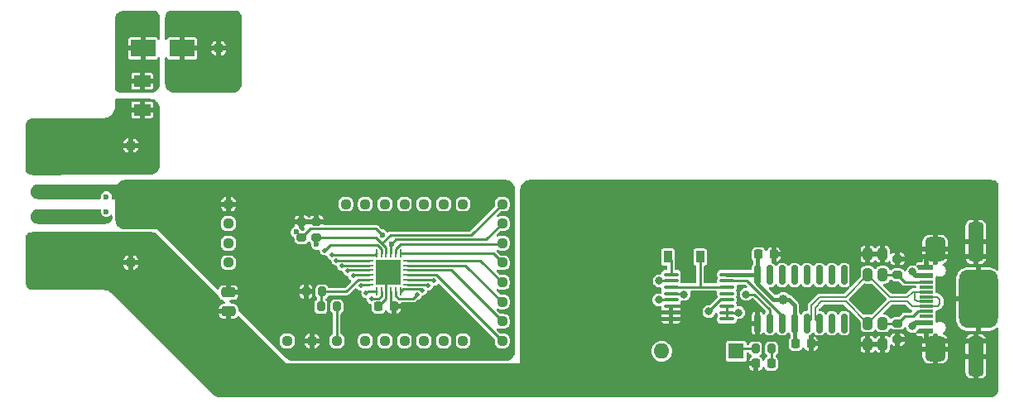
<source format=gbr>
%TF.GenerationSoftware,KiCad,Pcbnew,6.0.11+dfsg-1~bpo11+1*%
%TF.CreationDate,2024-03-25T23:47:07-04:00*%
%TF.ProjectId,Controller - ATTiny,436f6e74-726f-46c6-9c65-72202d204154,0.0.0*%
%TF.SameCoordinates,Original*%
%TF.FileFunction,Copper,L1,Top*%
%TF.FilePolarity,Positive*%
%FSLAX46Y46*%
G04 Gerber Fmt 4.6, Leading zero omitted, Abs format (unit mm)*
G04 Created by KiCad (PCBNEW 6.0.11+dfsg-1~bpo11+1) date 2024-03-25 23:47:07*
%MOMM*%
%LPD*%
G01*
G04 APERTURE LIST*
G04 Aperture macros list*
%AMRoundRect*
0 Rectangle with rounded corners*
0 $1 Rounding radius*
0 $2 $3 $4 $5 $6 $7 $8 $9 X,Y pos of 4 corners*
0 Add a 4 corners polygon primitive as box body*
4,1,4,$2,$3,$4,$5,$6,$7,$8,$9,$2,$3,0*
0 Add four circle primitives for the rounded corners*
1,1,$1+$1,$2,$3*
1,1,$1+$1,$4,$5*
1,1,$1+$1,$6,$7*
1,1,$1+$1,$8,$9*
0 Add four rect primitives between the rounded corners*
20,1,$1+$1,$2,$3,$4,$5,0*
20,1,$1+$1,$4,$5,$6,$7,0*
20,1,$1+$1,$6,$7,$8,$9,0*
20,1,$1+$1,$8,$9,$2,$3,0*%
G04 Aperture macros list end*
%TA.AperFunction,SMDPad,CuDef*%
%ADD10RoundRect,0.100000X-0.637500X-0.100000X0.637500X-0.100000X0.637500X0.100000X-0.637500X0.100000X0*%
%TD*%
%TA.AperFunction,SMDPad,CuDef*%
%ADD11RoundRect,0.200000X-0.200000X-0.275000X0.200000X-0.275000X0.200000X0.275000X-0.200000X0.275000X0*%
%TD*%
%TA.AperFunction,SMDPad,CuDef*%
%ADD12RoundRect,0.218750X-0.218750X-0.256250X0.218750X-0.256250X0.218750X0.256250X-0.218750X0.256250X0*%
%TD*%
%TA.AperFunction,ComponentPad*%
%ADD13RoundRect,0.330000X-0.170000X-0.170000X0.170000X-0.170000X0.170000X0.170000X-0.170000X0.170000X0*%
%TD*%
%TA.AperFunction,SMDPad,CuDef*%
%ADD14RoundRect,0.200000X-0.275000X0.200000X-0.275000X-0.200000X0.275000X-0.200000X0.275000X0.200000X0*%
%TD*%
%TA.AperFunction,SMDPad,CuDef*%
%ADD15RoundRect,0.250000X-0.475000X0.250000X-0.475000X-0.250000X0.475000X-0.250000X0.475000X0.250000X0*%
%TD*%
%TA.AperFunction,SMDPad,CuDef*%
%ADD16R,0.900000X1.200000*%
%TD*%
%TA.AperFunction,ComponentPad*%
%ADD17RoundRect,0.330000X0.170000X-0.170000X0.170000X0.170000X-0.170000X0.170000X-0.170000X-0.170000X0*%
%TD*%
%TA.AperFunction,SMDPad,CuDef*%
%ADD18RoundRect,0.225000X0.225000X0.250000X-0.225000X0.250000X-0.225000X-0.250000X0.225000X-0.250000X0*%
%TD*%
%TA.AperFunction,SMDPad,CuDef*%
%ADD19R,1.730000X1.190000*%
%TD*%
%TA.AperFunction,ComponentPad*%
%ADD20R,1.600000X1.600000*%
%TD*%
%TA.AperFunction,ComponentPad*%
%ADD21O,1.600000X1.600000*%
%TD*%
%TA.AperFunction,SMDPad,CuDef*%
%ADD22RoundRect,0.062500X0.062500X-0.350000X0.062500X0.350000X-0.062500X0.350000X-0.062500X-0.350000X0*%
%TD*%
%TA.AperFunction,SMDPad,CuDef*%
%ADD23RoundRect,0.062500X0.350000X-0.062500X0.350000X0.062500X-0.350000X0.062500X-0.350000X-0.062500X0*%
%TD*%
%TA.AperFunction,SMDPad,CuDef*%
%ADD24R,2.600000X2.600000*%
%TD*%
%TA.AperFunction,SMDPad,CuDef*%
%ADD25RoundRect,0.150000X0.150000X-0.825000X0.150000X0.825000X-0.150000X0.825000X-0.150000X-0.825000X0*%
%TD*%
%TA.AperFunction,SMDPad,CuDef*%
%ADD26RoundRect,0.237500X-0.237500X0.400000X-0.237500X-0.400000X0.237500X-0.400000X0.237500X0.400000X0*%
%TD*%
%TA.AperFunction,SMDPad,CuDef*%
%ADD27RoundRect,0.237500X0.237500X-0.400000X0.237500X0.400000X-0.237500X0.400000X-0.237500X-0.400000X0*%
%TD*%
%TA.AperFunction,SMDPad,CuDef*%
%ADD28R,2.500000X1.800000*%
%TD*%
%TA.AperFunction,SMDPad,CuDef*%
%ADD29RoundRect,0.225000X-0.225000X-0.250000X0.225000X-0.250000X0.225000X0.250000X-0.225000X0.250000X0*%
%TD*%
%TA.AperFunction,SMDPad,CuDef*%
%ADD30RoundRect,0.200000X0.275000X-0.200000X0.275000X0.200000X-0.275000X0.200000X-0.275000X-0.200000X0*%
%TD*%
%TA.AperFunction,SMDPad,CuDef*%
%ADD31R,1.450000X0.600000*%
%TD*%
%TA.AperFunction,SMDPad,CuDef*%
%ADD32R,1.450000X0.300000*%
%TD*%
%TA.AperFunction,ComponentPad*%
%ADD33O,1.600000X1.000000*%
%TD*%
%TA.AperFunction,SMDPad,CuDef*%
%ADD34RoundRect,0.400000X0.400000X-1.600000X0.400000X1.600000X-0.400000X1.600000X-0.400000X-1.600000X0*%
%TD*%
%TA.AperFunction,ComponentPad*%
%ADD35O,2.100000X1.000000*%
%TD*%
%TA.AperFunction,SMDPad,CuDef*%
%ADD36RoundRect,0.525000X0.525000X-0.725000X0.525000X0.725000X-0.525000X0.725000X-0.525000X-0.725000X0*%
%TD*%
%TA.AperFunction,ComponentPad*%
%ADD37RoundRect,1.000000X-1.000000X2.000000X-1.000000X-2.000000X1.000000X-2.000000X1.000000X2.000000X0*%
%TD*%
%TA.AperFunction,ViaPad*%
%ADD38C,0.600000*%
%TD*%
%TA.AperFunction,ViaPad*%
%ADD39C,1.000000*%
%TD*%
%TA.AperFunction,ViaPad*%
%ADD40C,0.800000*%
%TD*%
%TA.AperFunction,ViaPad*%
%ADD41C,1.600000*%
%TD*%
%TA.AperFunction,ViaPad*%
%ADD42C,0.500000*%
%TD*%
%TA.AperFunction,Conductor*%
%ADD43C,0.250000*%
%TD*%
%TA.AperFunction,Conductor*%
%ADD44C,0.400000*%
%TD*%
%TA.AperFunction,Conductor*%
%ADD45C,0.200000*%
%TD*%
%TA.AperFunction,Conductor*%
%ADD46C,0.500000*%
%TD*%
G04 APERTURE END LIST*
D10*
%TO.P,U502,1,B1*%
%TO.N,Net-(U502-Pad1)*%
X116263500Y-107199000D03*
%TO.P,U502,2,B0*%
%TO.N,PB2*%
X116263500Y-107849000D03*
%TO.P,U502,3,C1*%
%TO.N,Net-(U502-Pad14)*%
X116263500Y-108499000D03*
%TO.P,U502,4,C*%
%TO.N,RxD*%
X116263500Y-109149000D03*
%TO.P,U502,5,C0*%
%TO.N,PB3*%
X116263500Y-109799000D03*
%TO.P,U502,6,INH*%
%TO.N,GND*%
X116263500Y-110449000D03*
%TO.P,U502,7,VEE*%
X116263500Y-111099000D03*
%TO.P,U502,8,VSS*%
X116263500Y-111749000D03*
%TO.P,U502,9,S3*%
%TO.N,Net-(SW504-Pad1)*%
X121988500Y-111749000D03*
%TO.P,U502,10,S2*%
X121988500Y-111099000D03*
%TO.P,U502,11,S1*%
X121988500Y-110449000D03*
%TO.P,U502,12,A0*%
%TO.N,~{RESET}*%
X121988500Y-109799000D03*
%TO.P,U502,13,A1*%
%TO.N,unconnected-(U502-Pad13)*%
X121988500Y-109149000D03*
%TO.P,U502,14,A*%
%TO.N,Net-(U502-Pad14)*%
X121988500Y-108499000D03*
%TO.P,U502,15,B*%
%TO.N,TxD*%
X121988500Y-107849000D03*
%TO.P,U502,16,VDD*%
%TO.N,I2C-Vcc*%
X121988500Y-107199000D03*
%TD*%
D11*
%TO.P,R501,1*%
%TO.N,Net-(SW504-Pad1)*%
X124905000Y-114793500D03*
%TO.P,R501,2*%
%TO.N,Net-(D502-Pad2)*%
X126555000Y-114793500D03*
%TD*%
D12*
%TO.P,D502,1,K*%
%TO.N,GND*%
X124942500Y-116332000D03*
%TO.P,D502,2,A*%
%TO.N,Net-(D502-Pad2)*%
X126517500Y-116332000D03*
%TD*%
D13*
%TO.P,TPc1,1,1*%
%TO.N,PC1*%
X87000000Y-114000000D03*
%TD*%
D14*
%TO.P,R5,1*%
%TO.N,CC1*%
X139446000Y-112205000D03*
%TO.P,R5,2*%
%TO.N,GND*%
X139446000Y-113855000D03*
%TD*%
D15*
%TO.P,C2,1*%
%TO.N,I2C-Vcc*%
X71000000Y-109050000D03*
%TO.P,C2,2*%
%TO.N,GND*%
X71000000Y-110950000D03*
%TD*%
D16*
%TO.P,D501,1,K*%
%TO.N,Net-(U502-Pad1)*%
X115952000Y-105410000D03*
%TO.P,D501,2,A*%
%TO.N,Net-(U502-Pad14)*%
X119252000Y-105410000D03*
%TD*%
D11*
%TO.P,R3,1*%
%TO.N,I2C-Vcc*%
X78931000Y-108966000D03*
%TO.P,R3,2*%
%TO.N,/ATTinyXX17/PA0*%
X80581000Y-108966000D03*
%TD*%
D13*
%TO.P,TP3,1,1*%
%TO.N,Dat0*%
X71000000Y-106000000D03*
%TD*%
%TO.P,TP1,1,1*%
%TO.N,Vsrc*%
X61000000Y-94000000D03*
%TD*%
D17*
%TO.P,TPc4,1,1*%
%TO.N,PC4*%
X93000000Y-114000000D03*
%TD*%
D18*
%TO.P,C1,1*%
%TO.N,I2C-Vcc*%
X87897000Y-110490000D03*
%TO.P,C1,2*%
%TO.N,GND*%
X86347000Y-110490000D03*
%TD*%
D13*
%TO.P,TPb4,1,1*%
%TO.N,PB4*%
X99000000Y-108000000D03*
%TD*%
D19*
%TO.P,F1,1*%
%TO.N,Vsrc*%
X62176000Y-90350000D03*
%TO.P,F1,2*%
%TO.N,/Source Power Rail/Vprot*%
X62176000Y-87450000D03*
%TD*%
D14*
%TO.P,R1,1*%
%TO.N,I2C-Vcc*%
X78486000Y-101791000D03*
%TO.P,R1,2*%
%TO.N,PB1*%
X78486000Y-103441000D03*
%TD*%
D17*
%TO.P,TPa2,1,1*%
%TO.N,PA2*%
X85000000Y-100000000D03*
%TD*%
%TO.P,TPc5,1,1*%
%TO.N,PC5*%
X95000000Y-114000000D03*
%TD*%
D11*
%TO.P,R4,1*%
%TO.N,/ATTinyXX17/PA0*%
X80455000Y-110490000D03*
%TO.P,R4,2*%
%TO.N,~{RESET}*%
X82105000Y-110490000D03*
%TD*%
D17*
%TO.P,TPa4,1,1*%
%TO.N,PA4*%
X89000000Y-100000000D03*
%TD*%
%TO.P,TP9,1,1*%
%TO.N,GND*%
X77000000Y-114000000D03*
%TD*%
D20*
%TO.P,SW504,1*%
%TO.N,Net-(SW504-Pad1)*%
X122936000Y-115062000D03*
D21*
%TO.P,SW504,2*%
%TO.N,I2C-Vcc*%
X115316000Y-115062000D03*
%TD*%
D13*
%TO.P,TPb1,1,1*%
%TO.N,PB1*%
X99000000Y-102000000D03*
%TD*%
D17*
%TO.P,TPc2,1,1*%
%TO.N,PC2*%
X89000000Y-114000000D03*
%TD*%
%TO.P,TPa7,1,1*%
%TO.N,PA7*%
X95000000Y-100000000D03*
%TD*%
D22*
%TO.P,U1,1,PA2*%
%TO.N,PA2*%
X86126000Y-108947500D03*
%TO.P,U1,2,PA3*%
%TO.N,PA3*%
X86626000Y-108947500D03*
%TO.P,U1,3,GND*%
%TO.N,GND*%
X87126000Y-108947500D03*
%TO.P,U1,4,VCC*%
%TO.N,I2C-Vcc*%
X87626000Y-108947500D03*
%TO.P,U1,5,PA4*%
%TO.N,PA4*%
X88126000Y-108947500D03*
%TO.P,U1,6,PA5*%
%TO.N,PA5*%
X88626000Y-108947500D03*
D23*
%TO.P,U1,7,PA6*%
%TO.N,PA6*%
X89313500Y-108260000D03*
%TO.P,U1,8,PA7*%
%TO.N,PA7*%
X89313500Y-107760000D03*
%TO.P,U1,9,PB7*%
%TO.N,PB7*%
X89313500Y-107260000D03*
%TO.P,U1,10,PB6*%
%TO.N,PB6*%
X89313500Y-106760000D03*
%TO.P,U1,11,PB5*%
%TO.N,PB5*%
X89313500Y-106260000D03*
%TO.P,U1,12,PB4*%
%TO.N,PB4*%
X89313500Y-105760000D03*
D22*
%TO.P,U1,13,PB3*%
%TO.N,PB3*%
X88626000Y-105072500D03*
%TO.P,U1,14,PB2*%
%TO.N,PB2*%
X88126000Y-105072500D03*
%TO.P,U1,15,PB1*%
%TO.N,PB1*%
X87626000Y-105072500D03*
%TO.P,U1,16,PB0*%
%TO.N,PB0*%
X87126000Y-105072500D03*
%TO.P,U1,17,PC0*%
%TO.N,PC0*%
X86626000Y-105072500D03*
%TO.P,U1,18,PC1*%
%TO.N,PC1*%
X86126000Y-105072500D03*
D23*
%TO.P,U1,19,PC2*%
%TO.N,PC2*%
X85438500Y-105760000D03*
%TO.P,U1,20,PC3*%
%TO.N,PC3*%
X85438500Y-106260000D03*
%TO.P,U1,21,PC4*%
%TO.N,PC4*%
X85438500Y-106760000D03*
%TO.P,U1,22,PC5*%
%TO.N,PC5*%
X85438500Y-107260000D03*
%TO.P,U1,23,~{RESET}/PA0*%
%TO.N,/ATTinyXX17/PA0*%
X85438500Y-107760000D03*
%TO.P,U1,24,PA1*%
%TO.N,PA1*%
X85438500Y-108260000D03*
D24*
%TO.P,U1,25,GND*%
%TO.N,GND*%
X87376000Y-107010000D03*
%TD*%
D13*
%TO.P,TPc0,1,1*%
%TO.N,PC0*%
X85000000Y-114000000D03*
%TD*%
%TO.P,TP2,1,1*%
%TO.N,Vin*%
X70000000Y-84074000D03*
%TD*%
%TO.P,TPb5,1,1*%
%TO.N,PB5*%
X99000000Y-110000000D03*
%TD*%
%TO.P,TP7,1,1*%
%TO.N,GND*%
X61000000Y-106000000D03*
%TD*%
D25*
%TO.P,U501,1,GND*%
%TO.N,GND*%
X125095000Y-112203000D03*
%TO.P,U501,2,TXD*%
%TO.N,RxD*%
X126365000Y-112203000D03*
%TO.P,U501,3,RXD*%
%TO.N,TxD*%
X127635000Y-112203000D03*
%TO.P,U501,4,V3*%
%TO.N,I2C-Vcc*%
X128905000Y-112203000D03*
%TO.P,U501,5,UD+*%
%TO.N,UD+*%
X130175000Y-112203000D03*
%TO.P,U501,6,UD-*%
%TO.N,UD-*%
X131445000Y-112203000D03*
%TO.P,U501,7,NC*%
%TO.N,unconnected-(U501-Pad7)*%
X132715000Y-112203000D03*
%TO.P,U501,8,NC*%
%TO.N,unconnected-(U501-Pad8)*%
X133985000Y-112203000D03*
%TO.P,U501,9,~{CTS}*%
%TO.N,CTS*%
X133985000Y-107253000D03*
%TO.P,U501,10,~{DSR}*%
%TO.N,DSR*%
X132715000Y-107253000D03*
%TO.P,U501,11,~{RI}*%
%TO.N,RI*%
X131445000Y-107253000D03*
%TO.P,U501,12,~{DCD}*%
%TO.N,DCD*%
X130175000Y-107253000D03*
%TO.P,U501,13,~{DTR}*%
%TO.N,DTR*%
X128905000Y-107253000D03*
%TO.P,U501,14,~{RTS}*%
%TO.N,RTS*%
X127635000Y-107253000D03*
%TO.P,U501,15,R232*%
%TO.N,unconnected-(U501-Pad15)*%
X126365000Y-107253000D03*
%TO.P,U501,16,VCC*%
%TO.N,I2C-Vcc*%
X125095000Y-107253000D03*
%TD*%
D17*
%TO.P,TPa0,1,1*%
%TO.N,~{RESET}*%
X82080000Y-114000000D03*
%TD*%
%TO.P,TPa6,1,1*%
%TO.N,PA6*%
X93000000Y-100000000D03*
%TD*%
%TO.P,TPa1,1,1*%
%TO.N,PA1*%
X83000000Y-100000000D03*
%TD*%
D26*
%TO.P,D4,1,1*%
%TO.N,CC1*%
X137922000Y-112224000D03*
%TO.P,D4,2,2*%
%TO.N,GND*%
X137922000Y-114344000D03*
%TD*%
D13*
%TO.P,TPb2,1,1*%
%TO.N,PB2*%
X99000000Y-104000000D03*
%TD*%
%TO.P,TP6,1,1*%
%TO.N,PB0*%
X71000000Y-104000000D03*
%TD*%
D17*
%TO.P,TP8,1,1*%
%TO.N,I2C-Vcc*%
X79540000Y-114000000D03*
%TD*%
D14*
%TO.P,R2,1*%
%TO.N,I2C-Vcc*%
X80010000Y-101791000D03*
%TO.P,R2,2*%
%TO.N,PB0*%
X80010000Y-103441000D03*
%TD*%
D27*
%TO.P,D5,1,1*%
%TO.N,CC2*%
X137922000Y-107232000D03*
%TO.P,D5,2,2*%
%TO.N,GND*%
X137922000Y-105112000D03*
%TD*%
D17*
%TO.P,TPa5,1,1*%
%TO.N,PA5*%
X91000000Y-100000000D03*
%TD*%
D13*
%TO.P,TPb7,1,1*%
%TO.N,PB7*%
X99000000Y-114000000D03*
%TD*%
%TO.P,TPb0,1,1*%
%TO.N,PB0*%
X99000000Y-100000000D03*
%TD*%
D28*
%TO.P,D1,1,K*%
%TO.N,Vin*%
X66262000Y-84074000D03*
%TO.P,D1,2,A*%
%TO.N,/Source Power Rail/Vprot*%
X62262000Y-84074000D03*
%TD*%
D26*
%TO.P,D2,1,1*%
%TO.N,UD-*%
X136398000Y-112224000D03*
%TO.P,D2,2,2*%
%TO.N,GND*%
X136398000Y-114344000D03*
%TD*%
D13*
%TO.P,TPb3,1,1*%
%TO.N,PB3*%
X99000000Y-106000000D03*
%TD*%
D29*
%TO.P,C501,1*%
%TO.N,I2C-Vcc*%
X129019000Y-114300000D03*
%TO.P,C501,2*%
%TO.N,GND*%
X130569000Y-114300000D03*
%TD*%
D17*
%TO.P,TPc3,1,1*%
%TO.N,PC3*%
X91000000Y-114000000D03*
%TD*%
D30*
%TO.P,R6,1*%
%TO.N,CC2*%
X139446000Y-107251000D03*
%TO.P,R6,2*%
%TO.N,GND*%
X139446000Y-105601000D03*
%TD*%
D17*
%TO.P,TPa3,1,1*%
%TO.N,PA3*%
X87000000Y-100000000D03*
%TD*%
D31*
%TO.P,J1,A1,GND*%
%TO.N,GND*%
X142355000Y-112978000D03*
%TO.P,J1,A4,VBUS*%
%TO.N,Vbus*%
X142355000Y-112178000D03*
D32*
%TO.P,J1,A5,CC1*%
%TO.N,CC1*%
X142355000Y-110978000D03*
%TO.P,J1,A6,D+*%
%TO.N,UD+*%
X142355000Y-109978000D03*
%TO.P,J1,A7,D-*%
%TO.N,UD-*%
X142355000Y-109478000D03*
%TO.P,J1,A8,SBU1*%
%TO.N,unconnected-(J1-PadA8)*%
X142355000Y-108478000D03*
D31*
%TO.P,J1,A9,VBUS*%
%TO.N,Vbus*%
X142355000Y-107278000D03*
%TO.P,J1,A12,GND*%
%TO.N,GND*%
X142355000Y-106478000D03*
%TO.P,J1,B1,GND*%
X142355000Y-106478000D03*
%TO.P,J1,B4,VBUS*%
%TO.N,Vbus*%
X142355000Y-107278000D03*
D32*
%TO.P,J1,B5,CC2*%
%TO.N,CC2*%
X142355000Y-107978000D03*
%TO.P,J1,B6,D+*%
%TO.N,UD+*%
X142355000Y-108978000D03*
%TO.P,J1,B7,D-*%
%TO.N,UD-*%
X142355000Y-110478000D03*
%TO.P,J1,B8,SBU2*%
%TO.N,unconnected-(J1-PadB8)*%
X142355000Y-111478000D03*
D31*
%TO.P,J1,B9,VBUS*%
%TO.N,Vbus*%
X142355000Y-112178000D03*
%TO.P,J1,B12,GND*%
%TO.N,GND*%
X142355000Y-112978000D03*
D33*
%TO.P,J1,S1,SHIELD*%
X147450000Y-105408000D03*
D34*
X147450000Y-103881035D03*
D35*
X143270000Y-114048000D03*
X143270000Y-105408000D03*
D36*
X143281795Y-114824965D03*
D33*
X147450000Y-114048000D03*
D36*
X143281795Y-104631035D03*
D37*
X147670000Y-109728000D03*
D34*
X147450000Y-115574965D03*
%TD*%
D27*
%TO.P,D3,1,1*%
%TO.N,UD+*%
X136398000Y-107232000D03*
%TO.P,D3,2,2*%
%TO.N,GND*%
X136398000Y-105112000D03*
%TD*%
D13*
%TO.P,TP4,1,1*%
%TO.N,I2C-Vcc*%
X71000000Y-100000000D03*
%TD*%
%TO.P,TP5,1,1*%
%TO.N,PB1*%
X71000000Y-102000000D03*
%TD*%
%TO.P,TPb6,1,1*%
%TO.N,PB6*%
X99000000Y-112000000D03*
%TD*%
D29*
%TO.P,C502,1*%
%TO.N,I2C-Vcc*%
X125209000Y-105156000D03*
%TO.P,C502,2*%
%TO.N,GND*%
X126759000Y-105156000D03*
%TD*%
D38*
%TO.N,GND*%
X129540000Y-109728000D03*
X139446000Y-110744000D03*
X139446000Y-108712000D03*
D39*
%TO.N,I2C-Vcc*%
X127731000Y-109759000D03*
D40*
%TO.N,~{RESET}*%
X120142000Y-110998000D03*
%TO.N,RxD*%
X117602000Y-109223500D03*
X123956299Y-109224299D03*
%TO.N,PB3*%
X114991000Y-109799000D03*
D41*
%TO.N,GND*%
X102000000Y-114500000D03*
X102000000Y-98500000D03*
D40*
%TO.N,PB2*%
X115061184Y-107849000D03*
D41*
%TO.N,GND*%
X70040000Y-119000000D03*
X75000000Y-119000000D03*
D38*
X136398000Y-109728000D03*
D41*
X63000000Y-104000000D03*
X148500000Y-119000000D03*
D40*
X86602225Y-107596737D03*
X87366058Y-107010000D03*
D41*
X148500000Y-98500000D03*
D40*
X88062376Y-106383869D03*
D41*
X125000000Y-98500000D03*
X100000000Y-119000000D03*
X59000000Y-104000000D03*
D40*
X86614000Y-106372094D03*
X88003499Y-107643839D03*
D41*
X125000000Y-119000000D03*
D38*
%TO.N,Dat0*%
X58500000Y-101760000D03*
D42*
%TO.N,PA4*%
X90275494Y-109286500D03*
%TO.N,PA5*%
X90816265Y-108834500D03*
%TO.N,PA6*%
X91405346Y-108334500D03*
%TO.N,PA7*%
X92017250Y-107834500D03*
%TO.N,PA1*%
X84526000Y-108334500D03*
%TO.N,PA2*%
X85090000Y-109129500D03*
%TO.N,PA3*%
X85636000Y-109704000D03*
D38*
%TO.N,PB0*%
X80010000Y-104140000D03*
X58500000Y-100760000D03*
%TO.N,PB1*%
X86719221Y-103151601D03*
X58500000Y-99240000D03*
X87682777Y-104115157D03*
X77915000Y-102870000D03*
D42*
%TO.N,PC2*%
X82043020Y-105761020D03*
%TO.N,PC3*%
X82638000Y-106334500D03*
%TO.N,PC4*%
X83232000Y-106834500D03*
%TO.N,PC5*%
X83748000Y-107334500D03*
D41*
%TO.N,Vsrc*%
X63000000Y-96000000D03*
X59000000Y-96000000D03*
D40*
%TO.N,Vbus*%
X140970000Y-112522000D03*
X140970000Y-106934000D03*
D38*
%TO.N,I2C-Vcc*%
X58500000Y-98240000D03*
D42*
%TO.N,PC0*%
X80860520Y-104736520D03*
%TO.N,PC1*%
X81564520Y-105186520D03*
D40*
%TO.N,Net-(SW504-Pad1)*%
X123190000Y-111099000D03*
%TD*%
D43*
%TO.N,RxD*%
X123956299Y-109224299D02*
X124783152Y-109224299D01*
X124783152Y-109224299D02*
X126365000Y-110806147D01*
X126365000Y-110806147D02*
X126365000Y-112203000D01*
D44*
%TO.N,I2C-Vcc*%
X127731000Y-109759000D02*
X128301000Y-109759000D01*
X128301000Y-109759000D02*
X128905000Y-110363000D01*
X128905000Y-110363000D02*
X128905000Y-112203000D01*
X126696711Y-109759000D02*
X125095000Y-108157289D01*
X125095000Y-108157289D02*
X125095000Y-107253000D01*
X127731000Y-109759000D02*
X126696711Y-109759000D01*
X128905000Y-112203000D02*
X128905000Y-114186000D01*
X128905000Y-114186000D02*
X129019000Y-114300000D01*
D43*
%TO.N,TxD*%
X121988500Y-107849000D02*
X124044249Y-107849000D01*
X124044249Y-107849000D02*
X127635000Y-111439751D01*
X127635000Y-111439751D02*
X127635000Y-112203000D01*
%TO.N,CC1*%
X142355000Y-110978000D02*
X141498000Y-110978000D01*
X141498000Y-110978000D02*
X141001500Y-111474500D01*
X141001500Y-111474500D02*
X140176500Y-111474500D01*
X140176500Y-111474500D02*
X139446000Y-112205000D01*
%TO.N,CC2*%
X139446000Y-107251000D02*
X140173000Y-107978000D01*
X140173000Y-107978000D02*
X142355000Y-107978000D01*
D45*
%TO.N,UD+*%
X141212000Y-109740000D02*
X141212000Y-108978000D01*
X142355000Y-109978000D02*
X141450000Y-109978000D01*
X141450000Y-109978000D02*
X141212000Y-109740000D01*
%TO.N,UD-*%
X136398000Y-112224000D02*
X138668999Y-109953001D01*
X143522000Y-110478000D02*
X143764000Y-110236000D01*
X138668999Y-109953001D02*
X140433000Y-109953000D01*
X143506000Y-109478000D02*
X142513000Y-109478000D01*
X140433000Y-109953000D02*
X140958000Y-110478000D01*
X140958000Y-110478000D02*
X143522000Y-110478000D01*
X143764000Y-110236000D02*
X143764000Y-109736000D01*
X143764000Y-109736000D02*
X143506000Y-109478000D01*
%TO.N,UD+*%
X136398000Y-107232000D02*
X138668999Y-109502999D01*
X138668999Y-109502999D02*
X140457000Y-109503000D01*
X140457000Y-109503000D02*
X140982000Y-108978000D01*
D43*
%TO.N,Net-(SW504-Pad1)*%
X124905000Y-114793500D02*
X123204500Y-114793500D01*
X123204500Y-114793500D02*
X122936000Y-115062000D01*
%TO.N,Net-(D502-Pad2)*%
X126517500Y-116332000D02*
X126517500Y-114831000D01*
X126517500Y-114831000D02*
X126555000Y-114793500D01*
%TO.N,~{RESET}*%
X120142000Y-110998000D02*
X120142000Y-110956959D01*
X120142000Y-110956959D02*
X121299959Y-109799000D01*
X121299959Y-109799000D02*
X121988500Y-109799000D01*
%TO.N,Net-(SW504-Pad1)*%
X123190000Y-111099000D02*
X121988500Y-111099000D01*
%TO.N,RxD*%
X117602000Y-109223500D02*
X117527500Y-109149000D01*
X117527500Y-109149000D02*
X116263500Y-109149000D01*
%TO.N,Net-(U502-Pad14)*%
X121988500Y-108499000D02*
X119339000Y-108499000D01*
X119339000Y-108499000D02*
X116263500Y-108499000D01*
X119252000Y-105410000D02*
X119252000Y-108412000D01*
X119252000Y-108412000D02*
X119339000Y-108499000D01*
%TO.N,PB3*%
X114991000Y-109799000D02*
X116263500Y-109799000D01*
%TO.N,PB2*%
X115061184Y-107849000D02*
X116263500Y-107849000D01*
%TO.N,Net-(U502-Pad1)*%
X115952000Y-105410000D02*
X116263500Y-105721500D01*
X116263500Y-105721500D02*
X116263500Y-107199000D01*
%TO.N,Net-(SW504-Pad1)*%
X121988500Y-110449000D02*
X121988500Y-111437500D01*
X121988500Y-111437500D02*
X121988500Y-111749000D01*
D44*
%TO.N,I2C-Vcc*%
X121988500Y-107199000D02*
X125041000Y-107199000D01*
X125041000Y-107199000D02*
X125095000Y-107253000D01*
D45*
%TO.N,UD+*%
X136398000Y-107232000D02*
X134127001Y-109502999D01*
%TO.N,UD-*%
X131665199Y-109953001D02*
X131035001Y-110583199D01*
%TO.N,UD+*%
X134127001Y-109502999D02*
X131478801Y-109502999D01*
X131478801Y-109502999D02*
X130584999Y-110396801D01*
X130584999Y-110396801D02*
X130584999Y-111793001D01*
X130584999Y-111793001D02*
X130175000Y-112203000D01*
%TO.N,UD-*%
X136398000Y-112224000D02*
X134127001Y-109953001D01*
X134127001Y-109953001D02*
X131665199Y-109953001D01*
X131035001Y-110583199D02*
X131035001Y-111793001D01*
X131035001Y-111793001D02*
X131445000Y-112203000D01*
D44*
%TO.N,I2C-Vcc*%
X125095000Y-105270000D02*
X125209000Y-105156000D01*
X125095000Y-107253000D02*
X125095000Y-105270000D01*
D43*
%TO.N,GND*%
X87126000Y-107260000D02*
X87376000Y-107010000D01*
X87126000Y-109711000D02*
X87126000Y-108947500D01*
D46*
X142355000Y-106478000D02*
X142355000Y-105557830D01*
X142355000Y-105557830D02*
X143281795Y-104631035D01*
X142355000Y-113898170D02*
X143281795Y-114824965D01*
D43*
X86347000Y-110490000D02*
X87126000Y-109711000D01*
D46*
X142355000Y-112978000D02*
X142355000Y-113898170D01*
D43*
X87126000Y-108947500D02*
X87126000Y-107260000D01*
%TO.N,~{RESET}*%
X82080000Y-110515000D02*
X82080000Y-114000000D01*
X82105000Y-110490000D02*
X82080000Y-110515000D01*
%TO.N,PA4*%
X88402992Y-109685000D02*
X89876994Y-109685000D01*
X89876994Y-109685000D02*
X90275494Y-109286500D01*
X88126000Y-109408008D02*
X88402992Y-109685000D01*
X88126000Y-108947500D02*
X88126000Y-109408008D01*
%TO.N,PA5*%
X90693265Y-108711500D02*
X88862000Y-108711500D01*
X90816265Y-108834500D02*
X90693265Y-108711500D01*
X88862000Y-108711500D02*
X88626000Y-108947500D01*
%TO.N,PA6*%
X89313500Y-108260000D02*
X91330846Y-108260000D01*
X91330846Y-108260000D02*
X91405346Y-108334500D01*
%TO.N,PA7*%
X89313500Y-107760000D02*
X91942750Y-107760000D01*
X91942750Y-107760000D02*
X92017250Y-107834500D01*
%TO.N,PB2*%
X88126000Y-105072500D02*
X88126000Y-104611992D01*
X98918000Y-104082000D02*
X99000000Y-104000000D01*
X99000000Y-104000000D02*
X98860000Y-104140000D01*
X88126000Y-104611992D02*
X88655992Y-104082000D01*
X88655992Y-104082000D02*
X98918000Y-104082000D01*
%TO.N,PB3*%
X88626000Y-105072500D02*
X98072500Y-105072500D01*
X99000000Y-106000000D02*
X98072500Y-105072500D01*
%TO.N,PA1*%
X84600500Y-108260000D02*
X85438500Y-108260000D01*
X84526000Y-108334500D02*
X84600500Y-108260000D01*
%TO.N,PA2*%
X85090000Y-109129500D02*
X85272000Y-108947500D01*
X85272000Y-108947500D02*
X86126000Y-108947500D01*
%TO.N,PA3*%
X86344008Y-109690000D02*
X85650000Y-109690000D01*
X86626000Y-108947500D02*
X86626000Y-109408008D01*
X86626000Y-109408008D02*
X86344008Y-109690000D01*
X85650000Y-109690000D02*
X85636000Y-109704000D01*
%TO.N,PB0*%
X95818000Y-103182000D02*
X99000000Y-100000000D01*
X87126000Y-104475596D02*
X86702202Y-104051798D01*
X87572000Y-103182000D02*
X86702202Y-104051798D01*
X87126000Y-105072500D02*
X87126000Y-104475596D01*
X88704000Y-103182000D02*
X87572000Y-103182000D01*
X80010000Y-104140000D02*
X80010000Y-103441000D01*
X88704000Y-103182000D02*
X95818000Y-103182000D01*
X86702202Y-104051798D02*
X86091404Y-103441000D01*
X86091404Y-103441000D02*
X80010000Y-103441000D01*
%TO.N,PB1*%
X79406500Y-102520500D02*
X78486000Y-103441000D01*
X87626000Y-104144000D02*
X88138000Y-103632000D01*
X88138000Y-103632000D02*
X97368000Y-103632000D01*
X86719221Y-103151601D02*
X86083620Y-102516000D01*
X77915000Y-102870000D02*
X78486000Y-103441000D01*
X86719221Y-103151601D02*
X86088120Y-102520500D01*
X86088120Y-102520500D02*
X79406500Y-102520500D01*
X86083620Y-102516000D02*
X84428000Y-102516000D01*
X87626000Y-104171934D02*
X87626000Y-105072500D01*
X87682777Y-104115157D02*
X87626000Y-104171934D01*
X84428000Y-102516000D02*
X79411000Y-102516000D01*
X97368000Y-103632000D02*
X99000000Y-102000000D01*
X87626000Y-105072500D02*
X87626000Y-104144000D01*
X79411000Y-102516000D02*
X79406500Y-102520500D01*
X85036000Y-102516000D02*
X84428000Y-102516000D01*
%TO.N,PB4*%
X96760000Y-105760000D02*
X99000000Y-108000000D01*
X89313500Y-105760000D02*
X96760000Y-105760000D01*
%TO.N,PB5*%
X89313500Y-106260000D02*
X95260000Y-106260000D01*
X95260000Y-106260000D02*
X99000000Y-110000000D01*
%TO.N,PB6*%
X89313500Y-106760000D02*
X93760000Y-106760000D01*
X93760000Y-106760000D02*
X99000000Y-112000000D01*
%TO.N,PB7*%
X92260000Y-107260000D02*
X99000000Y-114000000D01*
X89313500Y-107260000D02*
X92260000Y-107260000D01*
%TO.N,PC2*%
X82043020Y-105761020D02*
X82044040Y-105760000D01*
X82044040Y-105760000D02*
X85438500Y-105760000D01*
%TO.N,PC3*%
X82638000Y-106334500D02*
X82712500Y-106260000D01*
X82712500Y-106260000D02*
X85438500Y-106260000D01*
%TO.N,PC4*%
X83306500Y-106760000D02*
X85438500Y-106760000D01*
X83232000Y-106834500D02*
X83306500Y-106760000D01*
%TO.N,PC5*%
X83822500Y-107260000D02*
X85438500Y-107260000D01*
X83748000Y-107334500D02*
X83822500Y-107260000D01*
D45*
%TO.N,UD+*%
X142355000Y-108978000D02*
X140982000Y-108978000D01*
X141212000Y-108978000D02*
X140982000Y-108978000D01*
D43*
%TO.N,CC1*%
X137941000Y-112205000D02*
X137922000Y-112224000D01*
X139446000Y-112205000D02*
X137941000Y-112205000D01*
%TO.N,CC2*%
X139446000Y-107251000D02*
X139427000Y-107232000D01*
X139427000Y-107232000D02*
X137922000Y-107232000D01*
D46*
%TO.N,Vbus*%
X141314000Y-107278000D02*
X142355000Y-107278000D01*
X141314000Y-112178000D02*
X142355000Y-112178000D01*
X140970000Y-112522000D02*
X141314000Y-112178000D01*
X140970000Y-106934000D02*
X141314000Y-107278000D01*
D43*
%TO.N,/ATTinyXX17/PA0*%
X84264000Y-107760000D02*
X83058000Y-108966000D01*
X80455000Y-109092000D02*
X80581000Y-108966000D01*
X85438500Y-107760000D02*
X84264000Y-107760000D01*
X80455000Y-110490000D02*
X80455000Y-109092000D01*
X83058000Y-108966000D02*
X80581000Y-108966000D01*
%TO.N,I2C-Vcc*%
X87626000Y-110219000D02*
X87626000Y-108947500D01*
X87897000Y-110490000D02*
X87626000Y-110219000D01*
%TO.N,PC0*%
X86626000Y-105072500D02*
X86626000Y-104611992D01*
X86626000Y-104611992D02*
X86218206Y-104204198D01*
X81392842Y-104204198D02*
X80860520Y-104736520D01*
X86218206Y-104204198D02*
X81392842Y-104204198D01*
X80860520Y-104736520D02*
X81262040Y-104335000D01*
%TO.N,PC1*%
X86011980Y-105186520D02*
X86126000Y-105072500D01*
X81564520Y-105186520D02*
X86011980Y-105186520D01*
%TD*%
%TA.AperFunction,Conductor*%
%TO.N,Vsrc*%
G36*
X62987899Y-89237360D02*
G01*
X63164132Y-89254682D01*
X63188311Y-89259482D01*
X63351850Y-89308985D01*
X63374626Y-89318398D01*
X63525409Y-89398800D01*
X63545912Y-89412464D01*
X63678164Y-89520693D01*
X63695604Y-89538078D01*
X63804248Y-89669980D01*
X63817979Y-89690443D01*
X63898856Y-89840962D01*
X63908344Y-89863713D01*
X63958368Y-90027099D01*
X63963243Y-90051259D01*
X63967493Y-90093124D01*
X63981126Y-90227438D01*
X63981769Y-90239755D01*
X63982886Y-90591338D01*
X64000086Y-96005592D01*
X63999518Y-96017957D01*
X63982649Y-96194793D01*
X63977898Y-96219053D01*
X63928609Y-96383224D01*
X63919214Y-96406083D01*
X63838813Y-96557463D01*
X63825128Y-96578056D01*
X63756276Y-96662370D01*
X63716714Y-96710815D01*
X63699272Y-96728338D01*
X63675378Y-96748036D01*
X63567016Y-96837368D01*
X63546486Y-96851148D01*
X63395487Y-96932247D01*
X63372660Y-96941753D01*
X63208730Y-96991801D01*
X63184486Y-96996666D01*
X63007740Y-97014354D01*
X62995377Y-97014980D01*
X56686398Y-97024216D01*
X51007656Y-97032529D01*
X50995296Y-97031939D01*
X50818526Y-97014773D01*
X50794279Y-97009983D01*
X50630222Y-96960430D01*
X50607371Y-96950994D01*
X50583238Y-96938126D01*
X50456146Y-96870359D01*
X50435589Y-96856650D01*
X50303018Y-96748034D01*
X50285539Y-96730583D01*
X50283165Y-96727695D01*
X50255359Y-96662370D01*
X50254500Y-96647683D01*
X50254500Y-94271583D01*
X60254335Y-94271583D01*
X60259954Y-94314267D01*
X60264192Y-94330085D01*
X60316717Y-94456892D01*
X60324903Y-94471070D01*
X60408460Y-94579962D01*
X60420040Y-94591542D01*
X60528928Y-94675095D01*
X60543111Y-94683283D01*
X60669916Y-94735808D01*
X60685733Y-94740046D01*
X60728039Y-94745615D01*
X60742221Y-94743404D01*
X60746000Y-94730246D01*
X60746000Y-94729865D01*
X61254000Y-94729865D01*
X61258044Y-94743636D01*
X61271583Y-94745665D01*
X61314267Y-94740046D01*
X61330085Y-94735808D01*
X61456892Y-94683283D01*
X61471070Y-94675097D01*
X61579962Y-94591540D01*
X61591542Y-94579960D01*
X61675095Y-94471072D01*
X61683283Y-94456889D01*
X61735808Y-94330084D01*
X61740046Y-94314267D01*
X61745615Y-94271961D01*
X61743404Y-94257779D01*
X61730246Y-94254000D01*
X61272115Y-94254000D01*
X61256876Y-94258475D01*
X61255671Y-94259865D01*
X61254000Y-94267548D01*
X61254000Y-94729865D01*
X60746000Y-94729865D01*
X60746000Y-94272115D01*
X60741525Y-94256876D01*
X60740135Y-94255671D01*
X60732452Y-94254000D01*
X60270135Y-94254000D01*
X60256364Y-94258044D01*
X60254335Y-94271583D01*
X50254500Y-94271583D01*
X50254500Y-93728039D01*
X60254385Y-93728039D01*
X60256596Y-93742221D01*
X60269754Y-93746000D01*
X60727885Y-93746000D01*
X60743124Y-93741525D01*
X60744329Y-93740135D01*
X60746000Y-93732452D01*
X60746000Y-93727885D01*
X61254000Y-93727885D01*
X61258475Y-93743124D01*
X61259865Y-93744329D01*
X61267548Y-93746000D01*
X61729865Y-93746000D01*
X61743636Y-93741956D01*
X61745665Y-93728417D01*
X61740046Y-93685733D01*
X61735808Y-93669915D01*
X61683283Y-93543108D01*
X61675097Y-93528930D01*
X61591540Y-93420038D01*
X61579960Y-93408458D01*
X61471072Y-93324905D01*
X61456889Y-93316717D01*
X61330084Y-93264192D01*
X61314267Y-93259954D01*
X61271961Y-93254385D01*
X61257779Y-93256596D01*
X61254000Y-93269754D01*
X61254000Y-93727885D01*
X60746000Y-93727885D01*
X60746000Y-93270135D01*
X60741956Y-93256364D01*
X60728417Y-93254335D01*
X60685733Y-93259954D01*
X60669915Y-93264192D01*
X60543108Y-93316717D01*
X60528930Y-93324903D01*
X60420038Y-93408460D01*
X60408458Y-93420040D01*
X60324905Y-93528928D01*
X60316717Y-93543111D01*
X60264192Y-93669916D01*
X60259954Y-93685733D01*
X60254385Y-93728039D01*
X50254500Y-93728039D01*
X50254500Y-91997476D01*
X50256921Y-91972894D01*
X50257065Y-91972170D01*
X50259486Y-91960000D01*
X50257065Y-91947830D01*
X50257065Y-91940144D01*
X50257672Y-91927793D01*
X50267609Y-91826908D01*
X50272425Y-91802691D01*
X50307649Y-91686574D01*
X50317093Y-91663774D01*
X50374292Y-91556761D01*
X50388011Y-91536230D01*
X50464981Y-91442444D01*
X50482444Y-91424981D01*
X50576230Y-91348011D01*
X50596761Y-91334292D01*
X50703774Y-91277093D01*
X50726574Y-91267649D01*
X50842691Y-91232425D01*
X50866908Y-91227609D01*
X50967793Y-91217672D01*
X50980144Y-91217065D01*
X50987830Y-91217065D01*
X51000000Y-91219486D01*
X51012897Y-91216921D01*
X51037476Y-91214500D01*
X58106524Y-91214500D01*
X58131103Y-91216921D01*
X58144000Y-91219486D01*
X58153209Y-91217654D01*
X58340854Y-91202886D01*
X58345661Y-91201732D01*
X58345667Y-91201731D01*
X58466853Y-91172637D01*
X58532860Y-91156790D01*
X58626971Y-91117808D01*
X58710718Y-91083119D01*
X58710722Y-91083117D01*
X58715292Y-91081224D01*
X58883657Y-90978050D01*
X58887412Y-90974843D01*
X58887416Y-90974840D01*
X58900309Y-90963828D01*
X61057001Y-90963828D01*
X61058209Y-90976088D01*
X61069315Y-91031931D01*
X61078633Y-91054427D01*
X61120983Y-91117808D01*
X61138192Y-91135017D01*
X61201575Y-91177368D01*
X61224066Y-91186684D01*
X61279915Y-91197793D01*
X61292170Y-91199000D01*
X61903885Y-91199000D01*
X61919124Y-91194525D01*
X61920329Y-91193135D01*
X61922000Y-91185452D01*
X61922000Y-91180884D01*
X62430000Y-91180884D01*
X62434475Y-91196123D01*
X62435865Y-91197328D01*
X62443548Y-91198999D01*
X63059828Y-91198999D01*
X63072088Y-91197791D01*
X63127931Y-91186685D01*
X63150427Y-91177367D01*
X63213808Y-91135017D01*
X63231017Y-91117808D01*
X63273368Y-91054425D01*
X63282684Y-91031934D01*
X63293793Y-90976085D01*
X63295000Y-90963830D01*
X63295000Y-90622115D01*
X63290525Y-90606876D01*
X63289135Y-90605671D01*
X63281452Y-90604000D01*
X62448115Y-90604000D01*
X62432876Y-90608475D01*
X62431671Y-90609865D01*
X62430000Y-90617548D01*
X62430000Y-91180884D01*
X61922000Y-91180884D01*
X61922000Y-90622115D01*
X61917525Y-90606876D01*
X61916135Y-90605671D01*
X61908452Y-90604000D01*
X61075116Y-90604000D01*
X61059877Y-90608475D01*
X61058672Y-90609865D01*
X61057001Y-90617548D01*
X61057001Y-90963828D01*
X58900309Y-90963828D01*
X59030052Y-90853016D01*
X59033808Y-90849808D01*
X59043230Y-90838776D01*
X59158840Y-90703416D01*
X59158843Y-90703412D01*
X59162050Y-90699657D01*
X59265224Y-90531292D01*
X59340790Y-90348860D01*
X59365655Y-90245290D01*
X59385731Y-90161667D01*
X59385732Y-90161661D01*
X59386886Y-90156854D01*
X59393101Y-90077885D01*
X61057000Y-90077885D01*
X61061475Y-90093124D01*
X61062865Y-90094329D01*
X61070548Y-90096000D01*
X61903885Y-90096000D01*
X61919124Y-90091525D01*
X61920329Y-90090135D01*
X61922000Y-90082452D01*
X61922000Y-90077885D01*
X62430000Y-90077885D01*
X62434475Y-90093124D01*
X62435865Y-90094329D01*
X62443548Y-90096000D01*
X63276884Y-90096000D01*
X63292123Y-90091525D01*
X63293328Y-90090135D01*
X63294999Y-90082452D01*
X63294999Y-89736172D01*
X63293791Y-89723912D01*
X63282685Y-89668069D01*
X63273367Y-89645573D01*
X63231017Y-89582192D01*
X63213808Y-89564983D01*
X63150425Y-89522632D01*
X63127934Y-89513316D01*
X63072085Y-89502207D01*
X63059830Y-89501000D01*
X62448115Y-89501000D01*
X62432876Y-89505475D01*
X62431671Y-89506865D01*
X62430000Y-89514548D01*
X62430000Y-90077885D01*
X61922000Y-90077885D01*
X61922000Y-89519116D01*
X61917525Y-89503877D01*
X61916135Y-89502672D01*
X61908452Y-89501001D01*
X61292172Y-89501001D01*
X61279912Y-89502209D01*
X61224069Y-89513315D01*
X61201573Y-89522633D01*
X61138192Y-89564983D01*
X61120983Y-89582192D01*
X61078632Y-89645575D01*
X61069316Y-89668066D01*
X61058207Y-89723915D01*
X61057000Y-89736170D01*
X61057000Y-90077885D01*
X59393101Y-90077885D01*
X59401654Y-89969209D01*
X59403486Y-89960000D01*
X59400921Y-89947103D01*
X59398500Y-89922524D01*
X59398500Y-89362756D01*
X59418502Y-89294635D01*
X59472158Y-89248142D01*
X59524500Y-89236756D01*
X62975574Y-89236756D01*
X62987899Y-89237360D01*
G37*
%TD.AperFunction*%
%TD*%
%TA.AperFunction,Conductor*%
%TO.N,I2C-Vcc*%
G36*
X59652000Y-99492000D02*
G01*
X58995805Y-99492000D01*
X59025120Y-99421228D01*
X59040228Y-99384754D01*
X59059285Y-99240000D01*
X59040228Y-99095246D01*
X58984355Y-98960358D01*
X58895474Y-98844526D01*
X58888924Y-98839500D01*
X58888921Y-98839497D01*
X58786196Y-98760673D01*
X58786194Y-98760672D01*
X58779643Y-98755645D01*
X58644754Y-98699772D01*
X58500000Y-98680715D01*
X58491812Y-98681793D01*
X58363432Y-98698694D01*
X58363430Y-98698695D01*
X58355246Y-98699772D01*
X58316327Y-98715893D01*
X58227986Y-98752485D01*
X58227984Y-98752486D01*
X58220358Y-98755645D01*
X58104526Y-98844526D01*
X58015645Y-98960358D01*
X57959772Y-99095246D01*
X57940715Y-99240000D01*
X57941793Y-99248188D01*
X57955138Y-99349554D01*
X57944199Y-99419703D01*
X57897071Y-99472801D01*
X57830216Y-99492000D01*
X51531079Y-99492000D01*
X51516971Y-99491208D01*
X51368543Y-99474484D01*
X51341037Y-99468206D01*
X51206784Y-99421228D01*
X51181365Y-99408987D01*
X51060918Y-99333306D01*
X51038858Y-99315713D01*
X50938287Y-99215142D01*
X50920694Y-99193082D01*
X50845013Y-99072635D01*
X50832772Y-99047216D01*
X50805048Y-98967986D01*
X50785794Y-98912963D01*
X50779516Y-98885456D01*
X50763590Y-98744107D01*
X50763590Y-98715893D01*
X50779516Y-98574544D01*
X50785795Y-98547035D01*
X50832772Y-98412784D01*
X50845013Y-98387365D01*
X50920694Y-98266918D01*
X50938287Y-98244858D01*
X51038858Y-98144287D01*
X51060918Y-98126694D01*
X51181365Y-98051013D01*
X51206784Y-98038772D01*
X51341037Y-97991794D01*
X51368543Y-97985516D01*
X51516971Y-97968792D01*
X51531079Y-97968000D01*
X59652000Y-97968000D01*
X59652000Y-99492000D01*
G37*
%TD.AperFunction*%
%TD*%
%TA.AperFunction,Conductor*%
%TO.N,I2C-Vcc*%
G36*
X99336163Y-97536607D02*
G01*
X99512740Y-97553999D01*
X99536957Y-97558815D01*
X99700809Y-97608518D01*
X99723629Y-97617971D01*
X99874631Y-97698683D01*
X99895158Y-97712399D01*
X100027521Y-97821026D01*
X100044974Y-97838479D01*
X100153601Y-97970842D01*
X100167319Y-97991372D01*
X100248029Y-98142371D01*
X100257482Y-98165190D01*
X100307185Y-98329043D01*
X100312002Y-98353263D01*
X100329393Y-98529837D01*
X100330000Y-98542187D01*
X100330000Y-115071813D01*
X100329393Y-115084163D01*
X100312002Y-115260737D01*
X100307185Y-115284957D01*
X100257482Y-115448809D01*
X100248029Y-115471629D01*
X100167319Y-115622628D01*
X100153601Y-115643158D01*
X100044974Y-115775521D01*
X100027521Y-115792974D01*
X99895158Y-115901601D01*
X99874631Y-115915317D01*
X99782417Y-115964607D01*
X99723629Y-115996029D01*
X99700810Y-116005482D01*
X99536957Y-116055185D01*
X99512740Y-116060001D01*
X99336163Y-116077393D01*
X99323813Y-116078000D01*
X77636401Y-116078000D01*
X77624051Y-116077393D01*
X77447473Y-116060001D01*
X77423256Y-116055185D01*
X77259403Y-116005482D01*
X77236584Y-115996029D01*
X77085588Y-115915320D01*
X77065050Y-115901597D01*
X76927886Y-115789029D01*
X76918725Y-115780725D01*
X74929687Y-113791687D01*
X76245500Y-113791687D01*
X76245501Y-114208312D01*
X76246039Y-114212396D01*
X76246039Y-114212402D01*
X76253900Y-114272115D01*
X76260544Y-114322585D01*
X76319440Y-114464772D01*
X76413129Y-114586871D01*
X76535228Y-114680560D01*
X76677415Y-114739456D01*
X76685603Y-114740534D01*
X76787593Y-114753961D01*
X76791687Y-114754500D01*
X76999974Y-114754500D01*
X77208312Y-114754499D01*
X77212396Y-114753961D01*
X77212402Y-114753961D01*
X77314398Y-114740534D01*
X77314400Y-114740533D01*
X77322585Y-114739456D01*
X77464772Y-114680560D01*
X77586871Y-114586871D01*
X77680560Y-114464772D01*
X77739456Y-114322585D01*
X77746121Y-114271961D01*
X77746171Y-114271583D01*
X78794335Y-114271583D01*
X78799954Y-114314267D01*
X78804192Y-114330085D01*
X78856717Y-114456892D01*
X78864903Y-114471070D01*
X78948460Y-114579962D01*
X78960040Y-114591542D01*
X79068928Y-114675095D01*
X79083111Y-114683283D01*
X79209916Y-114735808D01*
X79225733Y-114740046D01*
X79268039Y-114745615D01*
X79282221Y-114743404D01*
X79286000Y-114730246D01*
X79286000Y-114729865D01*
X79794000Y-114729865D01*
X79798044Y-114743636D01*
X79811583Y-114745665D01*
X79854267Y-114740046D01*
X79870085Y-114735808D01*
X79996892Y-114683283D01*
X80011070Y-114675097D01*
X80119962Y-114591540D01*
X80131542Y-114579960D01*
X80215095Y-114471072D01*
X80223283Y-114456889D01*
X80275808Y-114330084D01*
X80280046Y-114314267D01*
X80285615Y-114271961D01*
X80283404Y-114257779D01*
X80270246Y-114254000D01*
X79812115Y-114254000D01*
X79796876Y-114258475D01*
X79795671Y-114259865D01*
X79794000Y-114267548D01*
X79794000Y-114729865D01*
X79286000Y-114729865D01*
X79286000Y-114272115D01*
X79281525Y-114256876D01*
X79280135Y-114255671D01*
X79272452Y-114254000D01*
X78810135Y-114254000D01*
X78796364Y-114258044D01*
X78794335Y-114271583D01*
X77746171Y-114271583D01*
X77753962Y-114212400D01*
X77753962Y-114212399D01*
X77754500Y-114208313D01*
X77754499Y-113791688D01*
X77754499Y-113791687D01*
X81325500Y-113791687D01*
X81325501Y-114208312D01*
X81326039Y-114212396D01*
X81326039Y-114212402D01*
X81333900Y-114272115D01*
X81340544Y-114322585D01*
X81399440Y-114464772D01*
X81493129Y-114586871D01*
X81615228Y-114680560D01*
X81757415Y-114739456D01*
X81765603Y-114740534D01*
X81867593Y-114753961D01*
X81871687Y-114754500D01*
X82079974Y-114754500D01*
X82288312Y-114754499D01*
X82292396Y-114753961D01*
X82292402Y-114753961D01*
X82394398Y-114740534D01*
X82394400Y-114740533D01*
X82402585Y-114739456D01*
X82544772Y-114680560D01*
X82666871Y-114586871D01*
X82760560Y-114464772D01*
X82819456Y-114322585D01*
X82826121Y-114271961D01*
X82833962Y-114212400D01*
X82833962Y-114212399D01*
X82834500Y-114208313D01*
X82834499Y-113791688D01*
X82834499Y-113791687D01*
X84245500Y-113791687D01*
X84245501Y-114208312D01*
X84246039Y-114212396D01*
X84246039Y-114212402D01*
X84253900Y-114272115D01*
X84260544Y-114322585D01*
X84319440Y-114464772D01*
X84413129Y-114586871D01*
X84535228Y-114680560D01*
X84677415Y-114739456D01*
X84685603Y-114740534D01*
X84787593Y-114753961D01*
X84791687Y-114754500D01*
X84999974Y-114754500D01*
X85208312Y-114754499D01*
X85212396Y-114753961D01*
X85212402Y-114753961D01*
X85314398Y-114740534D01*
X85314400Y-114740533D01*
X85322585Y-114739456D01*
X85464772Y-114680560D01*
X85586871Y-114586871D01*
X85680560Y-114464772D01*
X85739456Y-114322585D01*
X85746121Y-114271961D01*
X85753962Y-114212400D01*
X85753962Y-114212399D01*
X85754500Y-114208313D01*
X85754499Y-113791688D01*
X85754499Y-113791687D01*
X86245500Y-113791687D01*
X86245501Y-114208312D01*
X86246039Y-114212396D01*
X86246039Y-114212402D01*
X86253900Y-114272115D01*
X86260544Y-114322585D01*
X86319440Y-114464772D01*
X86413129Y-114586871D01*
X86535228Y-114680560D01*
X86677415Y-114739456D01*
X86685603Y-114740534D01*
X86787593Y-114753961D01*
X86791687Y-114754500D01*
X86999974Y-114754500D01*
X87208312Y-114754499D01*
X87212396Y-114753961D01*
X87212402Y-114753961D01*
X87314398Y-114740534D01*
X87314400Y-114740533D01*
X87322585Y-114739456D01*
X87464772Y-114680560D01*
X87586871Y-114586871D01*
X87680560Y-114464772D01*
X87739456Y-114322585D01*
X87746121Y-114271961D01*
X87753962Y-114212400D01*
X87753962Y-114212399D01*
X87754500Y-114208313D01*
X87754499Y-113791688D01*
X87754499Y-113791687D01*
X88245500Y-113791687D01*
X88245501Y-114208312D01*
X88246039Y-114212396D01*
X88246039Y-114212402D01*
X88253900Y-114272115D01*
X88260544Y-114322585D01*
X88319440Y-114464772D01*
X88413129Y-114586871D01*
X88535228Y-114680560D01*
X88677415Y-114739456D01*
X88685603Y-114740534D01*
X88787593Y-114753961D01*
X88791687Y-114754500D01*
X88999974Y-114754500D01*
X89208312Y-114754499D01*
X89212396Y-114753961D01*
X89212402Y-114753961D01*
X89314398Y-114740534D01*
X89314400Y-114740533D01*
X89322585Y-114739456D01*
X89464772Y-114680560D01*
X89586871Y-114586871D01*
X89680560Y-114464772D01*
X89739456Y-114322585D01*
X89746121Y-114271961D01*
X89753962Y-114212400D01*
X89753962Y-114212399D01*
X89754500Y-114208313D01*
X89754499Y-113791688D01*
X89754499Y-113791687D01*
X90245500Y-113791687D01*
X90245501Y-114208312D01*
X90246039Y-114212396D01*
X90246039Y-114212402D01*
X90253900Y-114272115D01*
X90260544Y-114322585D01*
X90319440Y-114464772D01*
X90413129Y-114586871D01*
X90535228Y-114680560D01*
X90677415Y-114739456D01*
X90685603Y-114740534D01*
X90787593Y-114753961D01*
X90791687Y-114754500D01*
X90999974Y-114754500D01*
X91208312Y-114754499D01*
X91212396Y-114753961D01*
X91212402Y-114753961D01*
X91314398Y-114740534D01*
X91314400Y-114740533D01*
X91322585Y-114739456D01*
X91464772Y-114680560D01*
X91586871Y-114586871D01*
X91680560Y-114464772D01*
X91739456Y-114322585D01*
X91746121Y-114271961D01*
X91753962Y-114212400D01*
X91753962Y-114212399D01*
X91754500Y-114208313D01*
X91754499Y-113791688D01*
X91754499Y-113791687D01*
X92245500Y-113791687D01*
X92245501Y-114208312D01*
X92246039Y-114212396D01*
X92246039Y-114212402D01*
X92253900Y-114272115D01*
X92260544Y-114322585D01*
X92319440Y-114464772D01*
X92413129Y-114586871D01*
X92535228Y-114680560D01*
X92677415Y-114739456D01*
X92685603Y-114740534D01*
X92787593Y-114753961D01*
X92791687Y-114754500D01*
X92999974Y-114754500D01*
X93208312Y-114754499D01*
X93212396Y-114753961D01*
X93212402Y-114753961D01*
X93314398Y-114740534D01*
X93314400Y-114740533D01*
X93322585Y-114739456D01*
X93464772Y-114680560D01*
X93586871Y-114586871D01*
X93680560Y-114464772D01*
X93739456Y-114322585D01*
X93746121Y-114271961D01*
X93753962Y-114212400D01*
X93753962Y-114212399D01*
X93754500Y-114208313D01*
X93754499Y-113791688D01*
X93754499Y-113791687D01*
X94245500Y-113791687D01*
X94245501Y-114208312D01*
X94246039Y-114212396D01*
X94246039Y-114212402D01*
X94253900Y-114272115D01*
X94260544Y-114322585D01*
X94319440Y-114464772D01*
X94413129Y-114586871D01*
X94535228Y-114680560D01*
X94677415Y-114739456D01*
X94685603Y-114740534D01*
X94787593Y-114753961D01*
X94791687Y-114754500D01*
X94999974Y-114754500D01*
X95208312Y-114754499D01*
X95212396Y-114753961D01*
X95212402Y-114753961D01*
X95314398Y-114740534D01*
X95314400Y-114740533D01*
X95322585Y-114739456D01*
X95464772Y-114680560D01*
X95586871Y-114586871D01*
X95680560Y-114464772D01*
X95739456Y-114322585D01*
X95746121Y-114271961D01*
X95753962Y-114212400D01*
X95753962Y-114212399D01*
X95754500Y-114208313D01*
X95754499Y-113791688D01*
X95747953Y-113741956D01*
X95740534Y-113685602D01*
X95740533Y-113685600D01*
X95739456Y-113677415D01*
X95680560Y-113535228D01*
X95586871Y-113413129D01*
X95464772Y-113319440D01*
X95322585Y-113260544D01*
X95292597Y-113256596D01*
X95212400Y-113246038D01*
X95212399Y-113246038D01*
X95208313Y-113245500D01*
X95000026Y-113245500D01*
X94791688Y-113245501D01*
X94787604Y-113246039D01*
X94787598Y-113246039D01*
X94685602Y-113259466D01*
X94685600Y-113259467D01*
X94677415Y-113260544D01*
X94535228Y-113319440D01*
X94413129Y-113413129D01*
X94319440Y-113535228D01*
X94260544Y-113677415D01*
X94259466Y-113685602D01*
X94259466Y-113685603D01*
X94253830Y-113728417D01*
X94245500Y-113791687D01*
X93754499Y-113791687D01*
X93747953Y-113741956D01*
X93740534Y-113685602D01*
X93740533Y-113685600D01*
X93739456Y-113677415D01*
X93680560Y-113535228D01*
X93586871Y-113413129D01*
X93464772Y-113319440D01*
X93322585Y-113260544D01*
X93292597Y-113256596D01*
X93212400Y-113246038D01*
X93212399Y-113246038D01*
X93208313Y-113245500D01*
X93000026Y-113245500D01*
X92791688Y-113245501D01*
X92787604Y-113246039D01*
X92787598Y-113246039D01*
X92685602Y-113259466D01*
X92685600Y-113259467D01*
X92677415Y-113260544D01*
X92535228Y-113319440D01*
X92413129Y-113413129D01*
X92319440Y-113535228D01*
X92260544Y-113677415D01*
X92259466Y-113685602D01*
X92259466Y-113685603D01*
X92253830Y-113728417D01*
X92245500Y-113791687D01*
X91754499Y-113791687D01*
X91747953Y-113741956D01*
X91740534Y-113685602D01*
X91740533Y-113685600D01*
X91739456Y-113677415D01*
X91680560Y-113535228D01*
X91586871Y-113413129D01*
X91464772Y-113319440D01*
X91322585Y-113260544D01*
X91292597Y-113256596D01*
X91212400Y-113246038D01*
X91212399Y-113246038D01*
X91208313Y-113245500D01*
X91000026Y-113245500D01*
X90791688Y-113245501D01*
X90787604Y-113246039D01*
X90787598Y-113246039D01*
X90685602Y-113259466D01*
X90685600Y-113259467D01*
X90677415Y-113260544D01*
X90535228Y-113319440D01*
X90413129Y-113413129D01*
X90319440Y-113535228D01*
X90260544Y-113677415D01*
X90259466Y-113685602D01*
X90259466Y-113685603D01*
X90253830Y-113728417D01*
X90245500Y-113791687D01*
X89754499Y-113791687D01*
X89747953Y-113741956D01*
X89740534Y-113685602D01*
X89740533Y-113685600D01*
X89739456Y-113677415D01*
X89680560Y-113535228D01*
X89586871Y-113413129D01*
X89464772Y-113319440D01*
X89322585Y-113260544D01*
X89292597Y-113256596D01*
X89212400Y-113246038D01*
X89212399Y-113246038D01*
X89208313Y-113245500D01*
X89000026Y-113245500D01*
X88791688Y-113245501D01*
X88787604Y-113246039D01*
X88787598Y-113246039D01*
X88685602Y-113259466D01*
X88685600Y-113259467D01*
X88677415Y-113260544D01*
X88535228Y-113319440D01*
X88413129Y-113413129D01*
X88319440Y-113535228D01*
X88260544Y-113677415D01*
X88259466Y-113685602D01*
X88259466Y-113685603D01*
X88253830Y-113728417D01*
X88245500Y-113791687D01*
X87754499Y-113791687D01*
X87747953Y-113741956D01*
X87740534Y-113685602D01*
X87740533Y-113685600D01*
X87739456Y-113677415D01*
X87680560Y-113535228D01*
X87586871Y-113413129D01*
X87464772Y-113319440D01*
X87322585Y-113260544D01*
X87292597Y-113256596D01*
X87212400Y-113246038D01*
X87212399Y-113246038D01*
X87208313Y-113245500D01*
X87000026Y-113245500D01*
X86791688Y-113245501D01*
X86787604Y-113246039D01*
X86787598Y-113246039D01*
X86685602Y-113259466D01*
X86685600Y-113259467D01*
X86677415Y-113260544D01*
X86535228Y-113319440D01*
X86413129Y-113413129D01*
X86319440Y-113535228D01*
X86260544Y-113677415D01*
X86259466Y-113685602D01*
X86259466Y-113685603D01*
X86253830Y-113728417D01*
X86245500Y-113791687D01*
X85754499Y-113791687D01*
X85747953Y-113741956D01*
X85740534Y-113685602D01*
X85740533Y-113685600D01*
X85739456Y-113677415D01*
X85680560Y-113535228D01*
X85586871Y-113413129D01*
X85464772Y-113319440D01*
X85322585Y-113260544D01*
X85292597Y-113256596D01*
X85212400Y-113246038D01*
X85212399Y-113246038D01*
X85208313Y-113245500D01*
X85000026Y-113245500D01*
X84791688Y-113245501D01*
X84787604Y-113246039D01*
X84787598Y-113246039D01*
X84685602Y-113259466D01*
X84685600Y-113259467D01*
X84677415Y-113260544D01*
X84535228Y-113319440D01*
X84413129Y-113413129D01*
X84319440Y-113535228D01*
X84260544Y-113677415D01*
X84259466Y-113685602D01*
X84259466Y-113685603D01*
X84253830Y-113728417D01*
X84245500Y-113791687D01*
X82834499Y-113791687D01*
X82827953Y-113741956D01*
X82820534Y-113685602D01*
X82820533Y-113685600D01*
X82819456Y-113677415D01*
X82760560Y-113535228D01*
X82666871Y-113413129D01*
X82544772Y-113319440D01*
X82537140Y-113316279D01*
X82529989Y-113312150D01*
X82530655Y-113310996D01*
X82482005Y-113271795D01*
X82459500Y-113199929D01*
X82459500Y-111277556D01*
X82479502Y-111209435D01*
X82520487Y-111171766D01*
X82520076Y-111171209D01*
X82525256Y-111167383D01*
X82630010Y-111090010D01*
X82711209Y-110980076D01*
X82756493Y-110851127D01*
X82759500Y-110819315D01*
X82759499Y-110160686D01*
X82756493Y-110128873D01*
X82711209Y-109999924D01*
X82630010Y-109889990D01*
X82520076Y-109808791D01*
X82391127Y-109763507D01*
X82383485Y-109762785D01*
X82383482Y-109762784D01*
X82368579Y-109761376D01*
X82359315Y-109760500D01*
X82105172Y-109760500D01*
X81850686Y-109760501D01*
X81847738Y-109760780D01*
X81847729Y-109760780D01*
X81826522Y-109762784D01*
X81826520Y-109762784D01*
X81818873Y-109763507D01*
X81689924Y-109808791D01*
X81579990Y-109889990D01*
X81498791Y-109999924D01*
X81453507Y-110128873D01*
X81450500Y-110160685D01*
X81450501Y-110819314D01*
X81453507Y-110851127D01*
X81498791Y-110980076D01*
X81579990Y-111090010D01*
X81587561Y-111095602D01*
X81649360Y-111141248D01*
X81692270Y-111197809D01*
X81700500Y-111242599D01*
X81700500Y-113199929D01*
X81680498Y-113268050D01*
X81629267Y-113310862D01*
X81630011Y-113312150D01*
X81622860Y-113316279D01*
X81615228Y-113319440D01*
X81493129Y-113413129D01*
X81399440Y-113535228D01*
X81340544Y-113677415D01*
X81339466Y-113685602D01*
X81339466Y-113685603D01*
X81333830Y-113728417D01*
X81325500Y-113791687D01*
X77754499Y-113791687D01*
X77747953Y-113741956D01*
X77746121Y-113728039D01*
X78794385Y-113728039D01*
X78796596Y-113742221D01*
X78809754Y-113746000D01*
X79267885Y-113746000D01*
X79283124Y-113741525D01*
X79284329Y-113740135D01*
X79286000Y-113732452D01*
X79286000Y-113727885D01*
X79794000Y-113727885D01*
X79798475Y-113743124D01*
X79799865Y-113744329D01*
X79807548Y-113746000D01*
X80269865Y-113746000D01*
X80283636Y-113741956D01*
X80285665Y-113728417D01*
X80280046Y-113685733D01*
X80275808Y-113669915D01*
X80223283Y-113543108D01*
X80215097Y-113528930D01*
X80131540Y-113420038D01*
X80119960Y-113408458D01*
X80011072Y-113324905D01*
X79996889Y-113316717D01*
X79870084Y-113264192D01*
X79854267Y-113259954D01*
X79811961Y-113254385D01*
X79797779Y-113256596D01*
X79794000Y-113269754D01*
X79794000Y-113727885D01*
X79286000Y-113727885D01*
X79286000Y-113270135D01*
X79281956Y-113256364D01*
X79268417Y-113254335D01*
X79225733Y-113259954D01*
X79209915Y-113264192D01*
X79083108Y-113316717D01*
X79068930Y-113324903D01*
X78960038Y-113408460D01*
X78948458Y-113420040D01*
X78864905Y-113528928D01*
X78856717Y-113543111D01*
X78804192Y-113669916D01*
X78799954Y-113685733D01*
X78794385Y-113728039D01*
X77746121Y-113728039D01*
X77740534Y-113685602D01*
X77740533Y-113685600D01*
X77739456Y-113677415D01*
X77680560Y-113535228D01*
X77586871Y-113413129D01*
X77464772Y-113319440D01*
X77322585Y-113260544D01*
X77292597Y-113256596D01*
X77212400Y-113246038D01*
X77212399Y-113246038D01*
X77208313Y-113245500D01*
X77000026Y-113245500D01*
X76791688Y-113245501D01*
X76787604Y-113246039D01*
X76787598Y-113246039D01*
X76685602Y-113259466D01*
X76685600Y-113259467D01*
X76677415Y-113260544D01*
X76535228Y-113319440D01*
X76413129Y-113413129D01*
X76319440Y-113535228D01*
X76260544Y-113677415D01*
X76259466Y-113685602D01*
X76259466Y-113685603D01*
X76253830Y-113728417D01*
X76245500Y-113791687D01*
X74929687Y-113791687D01*
X72016405Y-110878405D01*
X71982379Y-110816093D01*
X71979500Y-110789310D01*
X71979500Y-110652244D01*
X71972798Y-110590552D01*
X71922071Y-110455236D01*
X71916691Y-110448057D01*
X71916689Y-110448054D01*
X71840785Y-110346776D01*
X71835404Y-110339596D01*
X71774404Y-110293879D01*
X71726946Y-110258311D01*
X71726943Y-110258309D01*
X71719764Y-110252929D01*
X71601902Y-110208745D01*
X71591843Y-110204974D01*
X71591841Y-110204974D01*
X71584448Y-110202202D01*
X71576598Y-110201349D01*
X71576597Y-110201349D01*
X71526153Y-110195869D01*
X71526152Y-110195869D01*
X71522756Y-110195500D01*
X71385690Y-110195500D01*
X71317569Y-110175498D01*
X71296595Y-110158595D01*
X71157094Y-110019094D01*
X71123068Y-109956782D01*
X71128133Y-109885967D01*
X71170680Y-109829131D01*
X71237200Y-109804320D01*
X71246189Y-109803999D01*
X71519292Y-109803999D01*
X71526110Y-109803630D01*
X71576482Y-109798159D01*
X71591741Y-109794530D01*
X71711118Y-109749778D01*
X71726704Y-109741246D01*
X71827867Y-109665428D01*
X71840428Y-109652867D01*
X71916246Y-109551704D01*
X71924778Y-109536118D01*
X71969533Y-109416735D01*
X71973158Y-109401490D01*
X71978631Y-109351108D01*
X71979000Y-109344294D01*
X71979000Y-109322115D01*
X71974525Y-109306876D01*
X71973135Y-109305671D01*
X71965452Y-109304000D01*
X70872000Y-109304000D01*
X70832095Y-109292283D01*
X78277001Y-109292283D01*
X78277280Y-109298207D01*
X78279281Y-109319382D01*
X78282549Y-109334280D01*
X78322116Y-109446951D01*
X78330837Y-109463420D01*
X78400752Y-109558078D01*
X78413922Y-109571248D01*
X78508580Y-109641163D01*
X78525049Y-109649884D01*
X78637723Y-109689452D01*
X78652614Y-109692719D01*
X78663235Y-109693723D01*
X78674124Y-109690525D01*
X78675329Y-109689135D01*
X78677000Y-109681452D01*
X78677000Y-109676884D01*
X79185000Y-109676884D01*
X79189475Y-109692123D01*
X79190865Y-109693328D01*
X79194521Y-109694123D01*
X79209382Y-109692719D01*
X79224280Y-109689451D01*
X79336951Y-109649884D01*
X79353420Y-109641163D01*
X79448078Y-109571248D01*
X79461248Y-109558078D01*
X79531163Y-109463420D01*
X79539884Y-109446951D01*
X79579452Y-109334277D01*
X79582719Y-109319386D01*
X79584721Y-109298201D01*
X79585000Y-109292287D01*
X79585000Y-109238115D01*
X79580525Y-109222876D01*
X79579135Y-109221671D01*
X79571452Y-109220000D01*
X79203115Y-109220000D01*
X79187876Y-109224475D01*
X79186671Y-109225865D01*
X79185000Y-109233548D01*
X79185000Y-109676884D01*
X78677000Y-109676884D01*
X78677000Y-109238115D01*
X78672525Y-109222876D01*
X78671135Y-109221671D01*
X78663452Y-109220000D01*
X78295116Y-109220000D01*
X78279877Y-109224475D01*
X78278672Y-109225865D01*
X78277001Y-109233548D01*
X78277001Y-109292283D01*
X70832095Y-109292283D01*
X70803879Y-109283998D01*
X70757386Y-109230342D01*
X70746000Y-109178000D01*
X70746000Y-108777885D01*
X71254000Y-108777885D01*
X71258475Y-108793124D01*
X71259865Y-108794329D01*
X71267548Y-108796000D01*
X71960884Y-108796000D01*
X71976123Y-108791525D01*
X71977328Y-108790135D01*
X71978999Y-108782452D01*
X71978999Y-108755708D01*
X71978630Y-108748890D01*
X71973159Y-108698518D01*
X71972057Y-108693885D01*
X78277000Y-108693885D01*
X78281475Y-108709124D01*
X78282865Y-108710329D01*
X78290548Y-108712000D01*
X78658885Y-108712000D01*
X78674124Y-108707525D01*
X78675329Y-108706135D01*
X78677000Y-108698452D01*
X78677000Y-108693885D01*
X79185000Y-108693885D01*
X79189475Y-108709124D01*
X79190865Y-108710329D01*
X79198548Y-108712000D01*
X79566884Y-108712000D01*
X79582123Y-108707525D01*
X79583328Y-108706135D01*
X79584999Y-108698452D01*
X79584999Y-108639717D01*
X79584720Y-108633793D01*
X79582719Y-108612618D01*
X79579451Y-108597720D01*
X79539884Y-108485049D01*
X79531163Y-108468580D01*
X79461248Y-108373922D01*
X79448078Y-108360752D01*
X79353420Y-108290837D01*
X79336951Y-108282116D01*
X79224277Y-108242548D01*
X79209386Y-108239281D01*
X79198765Y-108238277D01*
X79187876Y-108241475D01*
X79186671Y-108242865D01*
X79185000Y-108250548D01*
X79185000Y-108693885D01*
X78677000Y-108693885D01*
X78677000Y-108255116D01*
X78672525Y-108239877D01*
X78671135Y-108238672D01*
X78667479Y-108237877D01*
X78652618Y-108239281D01*
X78637720Y-108242549D01*
X78525049Y-108282116D01*
X78508580Y-108290837D01*
X78413922Y-108360752D01*
X78400752Y-108373922D01*
X78330837Y-108468580D01*
X78322116Y-108485049D01*
X78282548Y-108597723D01*
X78279281Y-108612614D01*
X78277279Y-108633799D01*
X78277000Y-108639713D01*
X78277000Y-108693885D01*
X71972057Y-108693885D01*
X71969530Y-108683259D01*
X71924778Y-108563882D01*
X71916246Y-108548296D01*
X71840428Y-108447133D01*
X71827867Y-108434572D01*
X71726704Y-108358754D01*
X71711118Y-108350222D01*
X71591735Y-108305467D01*
X71576490Y-108301842D01*
X71526108Y-108296369D01*
X71519294Y-108296000D01*
X71272115Y-108296000D01*
X71256876Y-108300475D01*
X71255671Y-108301865D01*
X71254000Y-108309548D01*
X71254000Y-108777885D01*
X70746000Y-108777885D01*
X70746000Y-108314116D01*
X70741525Y-108298877D01*
X70740135Y-108297672D01*
X70732452Y-108296001D01*
X70480708Y-108296001D01*
X70473890Y-108296370D01*
X70423518Y-108301841D01*
X70408259Y-108305470D01*
X70288882Y-108350222D01*
X70273296Y-108358754D01*
X70172133Y-108434572D01*
X70159572Y-108447133D01*
X70083754Y-108548296D01*
X70075222Y-108563882D01*
X70042121Y-108652178D01*
X69999480Y-108708943D01*
X69932918Y-108733643D01*
X69863569Y-108718436D01*
X69835044Y-108697044D01*
X66929687Y-105791687D01*
X70245500Y-105791687D01*
X70245501Y-106208312D01*
X70246039Y-106212396D01*
X70246039Y-106212402D01*
X70252873Y-106264316D01*
X70260544Y-106322585D01*
X70319440Y-106464772D01*
X70413129Y-106586871D01*
X70419679Y-106591897D01*
X70435242Y-106603839D01*
X70535228Y-106680560D01*
X70677415Y-106739456D01*
X70685603Y-106740534D01*
X70787593Y-106753961D01*
X70791687Y-106754500D01*
X70999974Y-106754500D01*
X71208312Y-106754499D01*
X71212396Y-106753961D01*
X71212402Y-106753961D01*
X71314398Y-106740534D01*
X71314400Y-106740533D01*
X71322585Y-106739456D01*
X71464772Y-106680560D01*
X71564758Y-106603839D01*
X71580321Y-106591897D01*
X71586871Y-106586871D01*
X71680560Y-106464772D01*
X71739456Y-106322585D01*
X71754500Y-106208313D01*
X71754499Y-105791688D01*
X71753379Y-105783174D01*
X71740534Y-105685602D01*
X71740533Y-105685600D01*
X71739456Y-105677415D01*
X71680560Y-105535228D01*
X71635982Y-105477132D01*
X71591897Y-105419679D01*
X71586871Y-105413129D01*
X71464772Y-105319440D01*
X71322585Y-105260544D01*
X71245647Y-105250415D01*
X71212400Y-105246038D01*
X71212399Y-105246038D01*
X71208313Y-105245500D01*
X71000026Y-105245500D01*
X70791688Y-105245501D01*
X70787604Y-105246039D01*
X70787598Y-105246039D01*
X70685602Y-105259466D01*
X70685600Y-105259467D01*
X70677415Y-105260544D01*
X70535228Y-105319440D01*
X70413129Y-105413129D01*
X70408103Y-105419679D01*
X70364018Y-105477132D01*
X70319440Y-105535228D01*
X70260544Y-105677415D01*
X70259466Y-105685602D01*
X70259466Y-105685603D01*
X70258788Y-105690757D01*
X70245500Y-105791687D01*
X66929687Y-105791687D01*
X64929687Y-103791687D01*
X70245500Y-103791687D01*
X70245501Y-104208312D01*
X70246039Y-104212396D01*
X70246039Y-104212402D01*
X70259466Y-104314397D01*
X70260544Y-104322585D01*
X70319440Y-104464772D01*
X70413129Y-104586871D01*
X70419679Y-104591897D01*
X70528674Y-104675531D01*
X70535228Y-104680560D01*
X70677415Y-104739456D01*
X70685603Y-104740534D01*
X70787593Y-104753961D01*
X70791687Y-104754500D01*
X70999974Y-104754500D01*
X71208312Y-104754499D01*
X71212396Y-104753961D01*
X71212402Y-104753961D01*
X71314398Y-104740534D01*
X71314400Y-104740533D01*
X71322585Y-104739456D01*
X71464772Y-104680560D01*
X71471326Y-104675531D01*
X71580321Y-104591897D01*
X71586871Y-104586871D01*
X71680560Y-104464772D01*
X71739456Y-104322585D01*
X71743433Y-104292380D01*
X71753962Y-104212400D01*
X71753962Y-104212399D01*
X71754500Y-104208313D01*
X71754499Y-103791688D01*
X71752921Y-103779696D01*
X71740534Y-103685602D01*
X71740533Y-103685600D01*
X71739456Y-103677415D01*
X71680560Y-103535228D01*
X71586871Y-103413129D01*
X71464772Y-103319440D01*
X71322585Y-103260544D01*
X71310272Y-103258923D01*
X71212400Y-103246038D01*
X71212399Y-103246038D01*
X71208313Y-103245500D01*
X71000026Y-103245500D01*
X70791688Y-103245501D01*
X70787604Y-103246039D01*
X70787598Y-103246039D01*
X70685602Y-103259466D01*
X70685600Y-103259467D01*
X70677415Y-103260544D01*
X70535228Y-103319440D01*
X70413129Y-103413129D01*
X70319440Y-103535228D01*
X70260544Y-103677415D01*
X70259466Y-103685602D01*
X70259466Y-103685603D01*
X70257242Y-103702500D01*
X70245500Y-103791687D01*
X64929687Y-103791687D01*
X64008000Y-102870000D01*
X77355715Y-102870000D01*
X77356793Y-102878188D01*
X77369171Y-102972206D01*
X77374772Y-103014754D01*
X77386881Y-103043988D01*
X77415618Y-103113363D01*
X77430645Y-103149642D01*
X77435672Y-103156193D01*
X77509571Y-103252500D01*
X77519526Y-103265474D01*
X77526076Y-103270500D01*
X77526079Y-103270503D01*
X77589855Y-103319440D01*
X77635357Y-103354355D01*
X77678719Y-103372316D01*
X77733999Y-103416865D01*
X77756500Y-103488724D01*
X77756501Y-103596217D01*
X77756501Y-103695314D01*
X77759507Y-103727127D01*
X77804791Y-103856076D01*
X77885990Y-103966010D01*
X77995924Y-104047209D01*
X78124873Y-104092493D01*
X78132515Y-104093215D01*
X78132518Y-104093216D01*
X78147421Y-104094624D01*
X78156685Y-104095500D01*
X78485777Y-104095500D01*
X78815314Y-104095499D01*
X78818262Y-104095220D01*
X78818271Y-104095220D01*
X78839478Y-104093216D01*
X78839480Y-104093216D01*
X78847127Y-104092493D01*
X78976076Y-104047209D01*
X79086010Y-103966010D01*
X79134627Y-103900188D01*
X79146649Y-103883912D01*
X79203210Y-103841002D01*
X79273992Y-103835482D01*
X79336521Y-103869106D01*
X79349351Y-103883912D01*
X79361373Y-103900188D01*
X79409990Y-103966010D01*
X79417561Y-103971602D01*
X79422512Y-103976553D01*
X79456538Y-104038865D01*
X79458339Y-104082091D01*
X79450715Y-104140000D01*
X79451793Y-104148188D01*
X79465120Y-104249415D01*
X79469772Y-104284754D01*
X79525645Y-104419642D01*
X79614526Y-104535474D01*
X79621076Y-104540500D01*
X79621079Y-104540503D01*
X79723804Y-104619327D01*
X79730357Y-104624355D01*
X79865246Y-104680228D01*
X79873434Y-104681306D01*
X79881972Y-104682430D01*
X80010000Y-104699285D01*
X80018188Y-104698207D01*
X80059062Y-104692826D01*
X80138028Y-104682430D01*
X80146566Y-104681306D01*
X80154754Y-104680228D01*
X80162382Y-104677068D01*
X80162387Y-104677067D01*
X80182738Y-104668637D01*
X80253328Y-104661047D01*
X80316815Y-104692826D01*
X80353043Y-104753884D01*
X80355893Y-104768707D01*
X80364275Y-104832800D01*
X80369608Y-104873585D01*
X80427809Y-105005859D01*
X80520796Y-105116480D01*
X80528267Y-105121453D01*
X80528268Y-105121454D01*
X80633621Y-105191583D01*
X80633623Y-105191584D01*
X80641094Y-105196557D01*
X80649658Y-105199233D01*
X80649661Y-105199234D01*
X80710062Y-105218104D01*
X80779030Y-105239652D01*
X80923518Y-105242300D01*
X80932182Y-105239938D01*
X80939825Y-105238986D01*
X81009896Y-105250415D01*
X81062665Y-105297912D01*
X81073487Y-105322658D01*
X81073608Y-105323585D01*
X81131809Y-105455859D01*
X81137583Y-105462728D01*
X81185978Y-105520300D01*
X81224796Y-105566480D01*
X81232267Y-105571453D01*
X81232268Y-105571454D01*
X81337621Y-105641583D01*
X81337623Y-105641584D01*
X81345094Y-105646557D01*
X81353658Y-105649233D01*
X81353661Y-105649234D01*
X81449720Y-105679245D01*
X81508776Y-105718651D01*
X81537081Y-105783174D01*
X81543778Y-105834384D01*
X81552108Y-105898085D01*
X81610309Y-106030359D01*
X81703296Y-106140980D01*
X81710767Y-106145953D01*
X81710768Y-106145954D01*
X81816121Y-106216083D01*
X81816123Y-106216084D01*
X81823594Y-106221057D01*
X81832158Y-106223733D01*
X81832161Y-106223734D01*
X81892562Y-106242605D01*
X81961530Y-106264152D01*
X82011796Y-106265073D01*
X82079538Y-106286320D01*
X82125040Y-106340818D01*
X82134423Y-106374714D01*
X82147088Y-106471565D01*
X82205289Y-106603839D01*
X82298276Y-106714460D01*
X82305747Y-106719433D01*
X82305748Y-106719434D01*
X82411101Y-106789563D01*
X82411103Y-106789564D01*
X82418574Y-106794537D01*
X82427138Y-106797213D01*
X82427141Y-106797214D01*
X82487542Y-106816085D01*
X82556510Y-106837632D01*
X82565480Y-106837796D01*
X82565484Y-106837797D01*
X82615426Y-106838712D01*
X82683169Y-106859959D01*
X82728671Y-106914458D01*
X82738052Y-106948347D01*
X82741088Y-106971565D01*
X82799289Y-107103839D01*
X82892276Y-107214460D01*
X82899747Y-107219433D01*
X82899748Y-107219434D01*
X83005101Y-107289563D01*
X83005103Y-107289564D01*
X83012574Y-107294537D01*
X83021138Y-107297213D01*
X83021141Y-107297214D01*
X83092282Y-107319440D01*
X83150510Y-107337632D01*
X83152072Y-107337661D01*
X83212753Y-107366688D01*
X83250068Y-107427088D01*
X83253493Y-107444076D01*
X83257088Y-107471565D01*
X83315289Y-107603839D01*
X83408276Y-107714460D01*
X83415747Y-107719433D01*
X83415748Y-107719434D01*
X83499118Y-107774930D01*
X83544741Y-107829328D01*
X83553711Y-107899755D01*
X83518394Y-107968912D01*
X82937711Y-108549595D01*
X82875399Y-108583621D01*
X82848616Y-108586500D01*
X81315336Y-108586500D01*
X81247215Y-108566498D01*
X81200722Y-108512842D01*
X81196454Y-108502250D01*
X81191963Y-108489462D01*
X81187209Y-108475924D01*
X81106010Y-108365990D01*
X80996076Y-108284791D01*
X80867127Y-108239507D01*
X80859485Y-108238785D01*
X80859482Y-108238784D01*
X80844579Y-108237376D01*
X80835315Y-108236500D01*
X80581172Y-108236500D01*
X80326686Y-108236501D01*
X80323738Y-108236780D01*
X80323729Y-108236780D01*
X80302522Y-108238784D01*
X80302520Y-108238784D01*
X80294873Y-108239507D01*
X80287623Y-108242053D01*
X80286211Y-108242549D01*
X80165924Y-108284791D01*
X80055990Y-108365990D01*
X79974791Y-108475924D01*
X79929507Y-108604873D01*
X79926500Y-108636685D01*
X79926501Y-109295314D01*
X79926780Y-109298262D01*
X79926780Y-109298271D01*
X79928784Y-109319478D01*
X79929507Y-109327127D01*
X79974791Y-109456076D01*
X80050132Y-109558078D01*
X80050851Y-109559052D01*
X80075234Y-109625730D01*
X80075500Y-109633912D01*
X80075500Y-109718936D01*
X80055498Y-109787057D01*
X80024359Y-109820287D01*
X79937564Y-109884395D01*
X79937561Y-109884398D01*
X79929990Y-109889990D01*
X79848791Y-109999924D01*
X79803507Y-110128873D01*
X79800500Y-110160685D01*
X79800501Y-110819314D01*
X79803507Y-110851127D01*
X79848791Y-110980076D01*
X79929990Y-111090010D01*
X80039924Y-111171209D01*
X80168873Y-111216493D01*
X80176515Y-111217215D01*
X80176518Y-111217216D01*
X80191421Y-111218624D01*
X80200685Y-111219500D01*
X80454828Y-111219500D01*
X80709314Y-111219499D01*
X80712262Y-111219220D01*
X80712271Y-111219220D01*
X80733478Y-111217216D01*
X80733480Y-111217216D01*
X80741127Y-111216493D01*
X80870076Y-111171209D01*
X80980010Y-111090010D01*
X81061209Y-110980076D01*
X81106493Y-110851127D01*
X81109500Y-110819315D01*
X81109499Y-110160686D01*
X81106493Y-110128873D01*
X81061209Y-109999924D01*
X80980010Y-109889990D01*
X80972439Y-109884398D01*
X80972436Y-109884395D01*
X80953828Y-109870651D01*
X80910917Y-109814090D01*
X80905397Y-109743309D01*
X80939021Y-109680779D01*
X80979182Y-109655332D01*
X80978867Y-109654736D01*
X80986505Y-109650692D01*
X80986936Y-109650419D01*
X80996076Y-109647209D01*
X81106010Y-109566010D01*
X81187209Y-109456076D01*
X81196454Y-109429750D01*
X81237898Y-109372105D01*
X81303928Y-109346018D01*
X81315336Y-109345500D01*
X83004080Y-109345500D01*
X83028028Y-109348049D01*
X83029693Y-109348128D01*
X83039876Y-109350320D01*
X83050217Y-109349096D01*
X83073223Y-109346373D01*
X83079154Y-109346023D01*
X83079146Y-109345928D01*
X83084324Y-109345500D01*
X83089524Y-109345500D01*
X83094653Y-109344646D01*
X83094656Y-109344646D01*
X83108565Y-109342331D01*
X83114443Y-109341494D01*
X83155001Y-109336694D01*
X83155002Y-109336694D01*
X83165341Y-109335470D01*
X83173593Y-109331507D01*
X83182626Y-109330004D01*
X83191795Y-109325057D01*
X83191797Y-109325056D01*
X83227732Y-109305666D01*
X83233025Y-109302969D01*
X83272082Y-109284215D01*
X83272086Y-109284212D01*
X83279232Y-109280781D01*
X83283508Y-109277186D01*
X83285431Y-109275263D01*
X83287363Y-109273491D01*
X83287442Y-109273448D01*
X83287555Y-109273572D01*
X83288095Y-109273096D01*
X83293814Y-109270010D01*
X83305227Y-109257664D01*
X83330416Y-109230414D01*
X83333846Y-109226848D01*
X83933835Y-108626859D01*
X83996147Y-108592833D01*
X84066962Y-108597898D01*
X84119381Y-108634879D01*
X84180498Y-108707588D01*
X84180504Y-108707593D01*
X84186276Y-108714460D01*
X84193747Y-108719433D01*
X84193748Y-108719434D01*
X84299101Y-108789563D01*
X84299103Y-108789564D01*
X84306574Y-108794537D01*
X84315138Y-108797213D01*
X84315141Y-108797214D01*
X84357251Y-108810370D01*
X84444510Y-108837632D01*
X84453481Y-108837796D01*
X84453485Y-108837797D01*
X84479901Y-108838281D01*
X84547644Y-108859529D01*
X84593145Y-108914028D01*
X84602091Y-108983645D01*
X84582194Y-109111433D01*
X84580350Y-109123273D01*
X84581514Y-109132175D01*
X84581514Y-109132178D01*
X84596404Y-109246038D01*
X84599088Y-109266565D01*
X84657289Y-109398839D01*
X84663063Y-109405708D01*
X84697732Y-109446951D01*
X84750276Y-109509460D01*
X84757747Y-109514433D01*
X84757748Y-109514434D01*
X84863101Y-109584563D01*
X84863103Y-109584564D01*
X84870574Y-109589537D01*
X84879138Y-109592213D01*
X84879141Y-109592214D01*
X84939542Y-109611084D01*
X85008510Y-109632632D01*
X85017485Y-109632796D01*
X85026347Y-109634232D01*
X85025779Y-109637742D01*
X85077291Y-109653900D01*
X85122791Y-109708400D01*
X85132172Y-109742292D01*
X85145088Y-109841065D01*
X85203289Y-109973339D01*
X85296276Y-110083960D01*
X85303747Y-110088933D01*
X85303748Y-110088934D01*
X85409101Y-110159063D01*
X85409103Y-110159064D01*
X85416574Y-110164037D01*
X85425138Y-110166713D01*
X85425141Y-110166714D01*
X85554075Y-110206996D01*
X85613131Y-110246402D01*
X85641508Y-110311481D01*
X85642500Y-110327263D01*
X85642501Y-110785388D01*
X85642870Y-110788782D01*
X85642870Y-110788788D01*
X85648006Y-110836066D01*
X85648870Y-110844024D01*
X85671215Y-110903631D01*
X85689716Y-110952982D01*
X85697083Y-110972635D01*
X85702463Y-110979814D01*
X85702465Y-110979817D01*
X85774077Y-111075367D01*
X85779456Y-111082544D01*
X85786633Y-111087923D01*
X85882183Y-111159535D01*
X85882186Y-111159537D01*
X85889365Y-111164917D01*
X85897769Y-111168067D01*
X85897770Y-111168068D01*
X86010581Y-111210358D01*
X86010582Y-111210358D01*
X86017976Y-111213130D01*
X86025826Y-111213983D01*
X86025827Y-111213983D01*
X86055587Y-111217216D01*
X86076611Y-111219500D01*
X86346920Y-111219500D01*
X86617388Y-111219499D01*
X86620782Y-111219130D01*
X86620788Y-111219130D01*
X86668166Y-111213984D01*
X86668170Y-111213983D01*
X86676024Y-111213130D01*
X86768665Y-111178401D01*
X86796230Y-111168068D01*
X86796231Y-111168067D01*
X86804635Y-111164917D01*
X86811814Y-111159537D01*
X86811817Y-111159535D01*
X86907367Y-111087923D01*
X86914544Y-111082544D01*
X86919923Y-111075367D01*
X86991535Y-110979817D01*
X86991537Y-110979814D01*
X86996917Y-110972635D01*
X87004285Y-110952980D01*
X87046927Y-110896216D01*
X87113488Y-110871516D01*
X87182837Y-110886724D01*
X87232955Y-110937010D01*
X87240249Y-110952982D01*
X87244374Y-110963986D01*
X87252908Y-110979575D01*
X87324434Y-111075010D01*
X87336990Y-111087566D01*
X87432425Y-111159092D01*
X87448012Y-111167625D01*
X87560689Y-111209865D01*
X87575934Y-111213490D01*
X87623259Y-111218631D01*
X87625693Y-111218763D01*
X87640124Y-111214525D01*
X87641329Y-111213135D01*
X87643000Y-111205452D01*
X87643000Y-111200885D01*
X88151000Y-111200885D01*
X88155475Y-111216124D01*
X88156865Y-111217329D01*
X88164424Y-111218973D01*
X88170741Y-111218631D01*
X88218066Y-111213490D01*
X88233311Y-111209865D01*
X88345988Y-111167625D01*
X88361575Y-111159092D01*
X88457010Y-111087566D01*
X88469566Y-111075010D01*
X88541092Y-110979575D01*
X88549625Y-110963988D01*
X88591865Y-110851311D01*
X88595490Y-110836066D01*
X88600631Y-110788741D01*
X88601000Y-110781927D01*
X88601000Y-110762115D01*
X88596525Y-110746876D01*
X88595135Y-110745671D01*
X88587452Y-110744000D01*
X88169115Y-110744000D01*
X88153876Y-110748475D01*
X88152671Y-110749865D01*
X88151000Y-110757548D01*
X88151000Y-111200885D01*
X87643000Y-111200885D01*
X87643000Y-110362000D01*
X87663002Y-110293879D01*
X87716658Y-110247386D01*
X87769000Y-110236000D01*
X88582885Y-110236000D01*
X88598124Y-110231525D01*
X88599329Y-110230135D01*
X88601000Y-110222452D01*
X88601000Y-110198068D01*
X88600959Y-110197311D01*
X88601000Y-110197137D01*
X88601000Y-110194656D01*
X88601585Y-110194656D01*
X88617249Y-110128209D01*
X88668313Y-110078884D01*
X88726775Y-110064500D01*
X89823074Y-110064500D01*
X89847022Y-110067049D01*
X89848687Y-110067128D01*
X89858870Y-110069320D01*
X89869211Y-110068096D01*
X89892217Y-110065373D01*
X89898148Y-110065023D01*
X89898140Y-110064928D01*
X89903318Y-110064500D01*
X89908518Y-110064500D01*
X89913647Y-110063646D01*
X89913650Y-110063646D01*
X89927559Y-110061331D01*
X89933437Y-110060494D01*
X89973995Y-110055694D01*
X89973996Y-110055694D01*
X89984335Y-110054470D01*
X89992587Y-110050507D01*
X90001620Y-110049004D01*
X90010789Y-110044057D01*
X90010791Y-110044056D01*
X90046726Y-110024666D01*
X90052019Y-110021969D01*
X90091076Y-110003215D01*
X90091080Y-110003212D01*
X90098226Y-109999781D01*
X90102502Y-109996186D01*
X90104425Y-109994263D01*
X90106357Y-109992491D01*
X90106436Y-109992448D01*
X90106549Y-109992572D01*
X90107089Y-109992096D01*
X90112808Y-109989010D01*
X90120945Y-109980208D01*
X90149410Y-109949414D01*
X90152840Y-109945848D01*
X90272716Y-109825972D01*
X90334549Y-109792208D01*
X90338492Y-109792280D01*
X90414405Y-109771584D01*
X90469257Y-109756630D01*
X90469259Y-109756629D01*
X90477916Y-109754269D01*
X90601066Y-109678654D01*
X90698045Y-109571514D01*
X90718801Y-109528674D01*
X90757140Y-109449542D01*
X90757141Y-109449538D01*
X90761054Y-109441462D01*
X90762543Y-109432611D01*
X90764325Y-109427027D01*
X90804091Y-109368213D01*
X90868787Y-109340302D01*
X90870285Y-109340115D01*
X90879263Y-109340280D01*
X90955917Y-109319382D01*
X91010028Y-109304630D01*
X91010030Y-109304629D01*
X91018687Y-109302269D01*
X91141837Y-109226654D01*
X91238816Y-109119514D01*
X91301825Y-108989462D01*
X91309346Y-108944760D01*
X91340373Y-108880902D01*
X91400999Y-108843956D01*
X91435907Y-108839686D01*
X91459366Y-108840116D01*
X91459370Y-108840116D01*
X91468344Y-108840280D01*
X91477452Y-108837797D01*
X91599109Y-108804630D01*
X91599111Y-108804629D01*
X91607768Y-108802269D01*
X91730918Y-108726654D01*
X91746786Y-108709124D01*
X91770197Y-108683259D01*
X91827897Y-108619514D01*
X91890906Y-108489462D01*
X91898497Y-108444343D01*
X91929524Y-108380485D01*
X91990150Y-108343539D01*
X92025059Y-108339269D01*
X92071270Y-108340116D01*
X92071274Y-108340116D01*
X92080248Y-108340280D01*
X92117174Y-108330213D01*
X92211013Y-108304630D01*
X92211015Y-108304629D01*
X92219672Y-108302269D01*
X92342822Y-108226654D01*
X92359424Y-108208313D01*
X92418882Y-108142625D01*
X92479426Y-108105544D01*
X92550406Y-108107082D01*
X92601392Y-108138086D01*
X98208595Y-113745289D01*
X98242621Y-113807601D01*
X98245500Y-113834384D01*
X98245501Y-114208312D01*
X98246039Y-114212396D01*
X98246039Y-114212402D01*
X98253900Y-114272115D01*
X98260544Y-114322585D01*
X98319440Y-114464772D01*
X98413129Y-114586871D01*
X98535228Y-114680560D01*
X98677415Y-114739456D01*
X98685603Y-114740534D01*
X98787593Y-114753961D01*
X98791687Y-114754500D01*
X98999974Y-114754500D01*
X99208312Y-114754499D01*
X99212396Y-114753961D01*
X99212402Y-114753961D01*
X99314398Y-114740534D01*
X99314400Y-114740533D01*
X99322585Y-114739456D01*
X99464772Y-114680560D01*
X99586871Y-114586871D01*
X99680560Y-114464772D01*
X99739456Y-114322585D01*
X99746121Y-114271961D01*
X99753962Y-114212400D01*
X99753962Y-114212399D01*
X99754500Y-114208313D01*
X99754499Y-113791688D01*
X99747953Y-113741956D01*
X99740534Y-113685602D01*
X99740533Y-113685600D01*
X99739456Y-113677415D01*
X99680560Y-113535228D01*
X99586871Y-113413129D01*
X99464772Y-113319440D01*
X99322585Y-113260544D01*
X99292597Y-113256596D01*
X99212400Y-113246038D01*
X99212399Y-113246038D01*
X99208313Y-113245500D01*
X99171633Y-113245500D01*
X98834385Y-113245501D01*
X98766265Y-113225499D01*
X98745290Y-113208596D01*
X98440325Y-112903631D01*
X98406299Y-112841319D01*
X98411364Y-112770504D01*
X98453911Y-112713668D01*
X98520431Y-112688857D01*
X98577639Y-112698127D01*
X98677415Y-112739456D01*
X98685603Y-112740534D01*
X98787593Y-112753961D01*
X98791687Y-112754500D01*
X98999974Y-112754500D01*
X99208312Y-112754499D01*
X99212396Y-112753961D01*
X99212402Y-112753961D01*
X99314398Y-112740534D01*
X99314400Y-112740533D01*
X99322585Y-112739456D01*
X99464772Y-112680560D01*
X99586871Y-112586871D01*
X99680560Y-112464772D01*
X99739456Y-112322585D01*
X99754500Y-112208313D01*
X99754499Y-111791688D01*
X99743022Y-111704500D01*
X99740534Y-111685602D01*
X99740533Y-111685600D01*
X99739456Y-111677415D01*
X99680560Y-111535228D01*
X99586871Y-111413129D01*
X99464772Y-111319440D01*
X99322585Y-111260544D01*
X99314397Y-111259466D01*
X99212400Y-111246038D01*
X99212399Y-111246038D01*
X99208313Y-111245500D01*
X99171633Y-111245500D01*
X98834385Y-111245501D01*
X98766265Y-111225499D01*
X98745290Y-111208596D01*
X98440325Y-110903631D01*
X98406299Y-110841319D01*
X98411364Y-110770504D01*
X98453911Y-110713668D01*
X98520431Y-110688857D01*
X98577639Y-110698127D01*
X98677415Y-110739456D01*
X98685603Y-110740534D01*
X98787593Y-110753961D01*
X98791687Y-110754500D01*
X98999974Y-110754500D01*
X99208312Y-110754499D01*
X99212396Y-110753961D01*
X99212402Y-110753961D01*
X99314398Y-110740534D01*
X99314400Y-110740533D01*
X99322585Y-110739456D01*
X99464772Y-110680560D01*
X99497221Y-110655661D01*
X99580321Y-110591897D01*
X99586871Y-110586871D01*
X99680560Y-110464772D01*
X99739456Y-110322585D01*
X99754500Y-110208313D01*
X99754499Y-109791688D01*
X99753890Y-109787057D01*
X99740534Y-109685602D01*
X99740533Y-109685600D01*
X99739456Y-109677415D01*
X99680560Y-109535228D01*
X99612823Y-109446951D01*
X99591897Y-109419679D01*
X99586871Y-109413129D01*
X99464772Y-109319440D01*
X99322585Y-109260544D01*
X99300709Y-109257664D01*
X99212400Y-109246038D01*
X99212399Y-109246038D01*
X99208313Y-109245500D01*
X99171633Y-109245500D01*
X98834385Y-109245501D01*
X98766265Y-109225499D01*
X98745290Y-109208596D01*
X98440325Y-108903631D01*
X98406299Y-108841319D01*
X98411364Y-108770504D01*
X98453911Y-108713668D01*
X98520431Y-108688857D01*
X98577638Y-108698127D01*
X98626668Y-108718436D01*
X98677415Y-108739456D01*
X98685603Y-108740534D01*
X98787593Y-108753961D01*
X98791687Y-108754500D01*
X98999974Y-108754500D01*
X99208312Y-108754499D01*
X99212396Y-108753961D01*
X99212402Y-108753961D01*
X99314398Y-108740534D01*
X99314400Y-108740533D01*
X99322585Y-108739456D01*
X99464772Y-108680560D01*
X99499201Y-108654142D01*
X99580321Y-108591897D01*
X99586871Y-108586871D01*
X99604038Y-108564499D01*
X99675531Y-108471326D01*
X99680560Y-108464772D01*
X99739456Y-108322585D01*
X99744784Y-108282116D01*
X99753962Y-108212400D01*
X99753962Y-108212399D01*
X99754500Y-108208313D01*
X99754499Y-107791688D01*
X99744988Y-107719434D01*
X99740534Y-107685602D01*
X99740533Y-107685600D01*
X99739456Y-107677415D01*
X99680560Y-107535228D01*
X99586871Y-107413129D01*
X99488481Y-107337632D01*
X99471326Y-107324469D01*
X99464772Y-107319440D01*
X99322585Y-107260544D01*
X99314397Y-107259466D01*
X99212400Y-107246038D01*
X99212399Y-107246038D01*
X99208313Y-107245500D01*
X99171633Y-107245500D01*
X98834385Y-107245501D01*
X98766265Y-107225499D01*
X98745290Y-107208596D01*
X98440325Y-106903631D01*
X98406299Y-106841319D01*
X98411364Y-106770504D01*
X98453911Y-106713668D01*
X98520431Y-106688857D01*
X98577638Y-106698127D01*
X98629078Y-106719434D01*
X98677415Y-106739456D01*
X98685603Y-106740534D01*
X98787593Y-106753961D01*
X98791687Y-106754500D01*
X98999974Y-106754500D01*
X99208312Y-106754499D01*
X99212396Y-106753961D01*
X99212402Y-106753961D01*
X99314398Y-106740534D01*
X99314400Y-106740533D01*
X99322585Y-106739456D01*
X99464772Y-106680560D01*
X99564758Y-106603839D01*
X99580321Y-106591897D01*
X99586871Y-106586871D01*
X99680560Y-106464772D01*
X99739456Y-106322585D01*
X99754500Y-106208313D01*
X99754499Y-105791688D01*
X99753379Y-105783174D01*
X99740534Y-105685602D01*
X99740533Y-105685600D01*
X99739456Y-105677415D01*
X99680560Y-105535228D01*
X99635982Y-105477132D01*
X99591897Y-105419679D01*
X99586871Y-105413129D01*
X99464772Y-105319440D01*
X99322585Y-105260544D01*
X99245647Y-105250415D01*
X99212400Y-105246038D01*
X99212399Y-105246038D01*
X99208313Y-105245500D01*
X99171633Y-105245500D01*
X98834385Y-105245501D01*
X98766265Y-105225499D01*
X98745290Y-105208596D01*
X98440325Y-104903631D01*
X98406299Y-104841319D01*
X98411364Y-104770504D01*
X98453911Y-104713668D01*
X98520431Y-104688857D01*
X98577638Y-104698127D01*
X98660168Y-104732312D01*
X98677415Y-104739456D01*
X98685603Y-104740534D01*
X98787593Y-104753961D01*
X98791687Y-104754500D01*
X98999974Y-104754500D01*
X99208312Y-104754499D01*
X99212396Y-104753961D01*
X99212402Y-104753961D01*
X99314398Y-104740534D01*
X99314400Y-104740533D01*
X99322585Y-104739456D01*
X99464772Y-104680560D01*
X99471326Y-104675531D01*
X99580321Y-104591897D01*
X99586871Y-104586871D01*
X99680560Y-104464772D01*
X99739456Y-104322585D01*
X99743433Y-104292380D01*
X99753962Y-104212400D01*
X99753962Y-104212399D01*
X99754500Y-104208313D01*
X99754499Y-103791688D01*
X99752921Y-103779696D01*
X99740534Y-103685602D01*
X99740533Y-103685600D01*
X99739456Y-103677415D01*
X99680560Y-103535228D01*
X99586871Y-103413129D01*
X99464772Y-103319440D01*
X99322585Y-103260544D01*
X99310272Y-103258923D01*
X99212400Y-103246038D01*
X99212399Y-103246038D01*
X99208313Y-103245500D01*
X99000026Y-103245500D01*
X98791688Y-103245501D01*
X98787604Y-103246039D01*
X98787598Y-103246039D01*
X98685602Y-103259466D01*
X98685600Y-103259467D01*
X98677415Y-103260544D01*
X98636038Y-103277683D01*
X98577638Y-103301873D01*
X98507048Y-103309462D01*
X98443561Y-103277683D01*
X98407334Y-103216625D01*
X98409868Y-103145673D01*
X98440325Y-103096369D01*
X98745289Y-102791405D01*
X98807601Y-102757379D01*
X98834384Y-102754500D01*
X99171624Y-102754499D01*
X99208312Y-102754499D01*
X99212396Y-102753961D01*
X99212402Y-102753961D01*
X99314398Y-102740534D01*
X99314400Y-102740533D01*
X99322585Y-102739456D01*
X99464772Y-102680560D01*
X99576350Y-102594944D01*
X99580321Y-102591897D01*
X99586871Y-102586871D01*
X99680560Y-102464772D01*
X99739456Y-102322585D01*
X99751425Y-102231672D01*
X99753962Y-102212400D01*
X99753962Y-102212399D01*
X99754500Y-102208313D01*
X99754499Y-101791688D01*
X99739456Y-101677415D01*
X99680560Y-101535228D01*
X99586871Y-101413129D01*
X99464772Y-101319440D01*
X99322585Y-101260544D01*
X99314397Y-101259466D01*
X99212400Y-101246038D01*
X99212399Y-101246038D01*
X99208313Y-101245500D01*
X99000026Y-101245500D01*
X98791688Y-101245501D01*
X98787604Y-101246039D01*
X98787598Y-101246039D01*
X98685602Y-101259466D01*
X98685600Y-101259467D01*
X98677415Y-101260544D01*
X98645118Y-101273922D01*
X98577638Y-101301873D01*
X98507048Y-101309462D01*
X98443561Y-101277683D01*
X98407334Y-101216625D01*
X98409868Y-101145673D01*
X98440325Y-101096369D01*
X98745289Y-100791405D01*
X98807601Y-100757379D01*
X98834384Y-100754500D01*
X99171624Y-100754499D01*
X99208312Y-100754499D01*
X99212396Y-100753961D01*
X99212402Y-100753961D01*
X99314398Y-100740534D01*
X99314400Y-100740533D01*
X99322585Y-100739456D01*
X99464772Y-100680560D01*
X99586871Y-100586871D01*
X99680560Y-100464772D01*
X99739456Y-100322585D01*
X99746121Y-100271961D01*
X99753962Y-100212400D01*
X99753962Y-100212399D01*
X99754500Y-100208313D01*
X99754499Y-99791688D01*
X99747953Y-99741956D01*
X99740534Y-99685602D01*
X99740533Y-99685600D01*
X99739456Y-99677415D01*
X99680560Y-99535228D01*
X99586871Y-99413129D01*
X99464772Y-99319440D01*
X99322585Y-99260544D01*
X99292597Y-99256596D01*
X99212400Y-99246038D01*
X99212399Y-99246038D01*
X99208313Y-99245500D01*
X99000026Y-99245500D01*
X98791688Y-99245501D01*
X98787604Y-99246039D01*
X98787598Y-99246039D01*
X98685602Y-99259466D01*
X98685600Y-99259467D01*
X98677415Y-99260544D01*
X98535228Y-99319440D01*
X98413129Y-99413129D01*
X98319440Y-99535228D01*
X98260544Y-99677415D01*
X98259466Y-99685602D01*
X98259466Y-99685603D01*
X98253830Y-99728417D01*
X98245500Y-99791687D01*
X98245500Y-99795809D01*
X98245501Y-100165615D01*
X98225499Y-100233735D01*
X98208596Y-100254710D01*
X95697711Y-102765595D01*
X95635399Y-102799621D01*
X95608616Y-102802500D01*
X87625920Y-102802500D01*
X87601972Y-102799951D01*
X87600307Y-102799872D01*
X87590124Y-102797680D01*
X87579783Y-102798904D01*
X87556777Y-102801627D01*
X87550846Y-102801977D01*
X87550854Y-102802072D01*
X87545676Y-102802500D01*
X87540476Y-102802500D01*
X87535347Y-102803354D01*
X87535344Y-102803354D01*
X87521435Y-102805669D01*
X87515557Y-102806506D01*
X87474999Y-102811306D01*
X87474998Y-102811306D01*
X87464659Y-102812530D01*
X87456407Y-102816493D01*
X87447374Y-102817996D01*
X87438205Y-102822943D01*
X87438203Y-102822944D01*
X87402268Y-102842334D01*
X87396976Y-102845031D01*
X87350768Y-102867219D01*
X87346891Y-102870479D01*
X87280036Y-102890268D01*
X87211872Y-102870415D01*
X87179798Y-102840971D01*
X87119725Y-102762681D01*
X87119721Y-102762677D01*
X87114695Y-102756127D01*
X87108145Y-102751101D01*
X87108142Y-102751098D01*
X87005417Y-102672274D01*
X87005415Y-102672273D01*
X86998864Y-102667246D01*
X86863975Y-102611373D01*
X86735609Y-102594473D01*
X86670683Y-102565752D01*
X86662961Y-102558647D01*
X86394598Y-102290284D01*
X86379447Y-102271525D01*
X86378339Y-102270307D01*
X86372691Y-102261560D01*
X86369444Y-102259000D01*
X86368191Y-102257060D01*
X86341820Y-102236271D01*
X86337379Y-102232325D01*
X86337317Y-102232398D01*
X86333353Y-102229039D01*
X86329676Y-102225362D01*
X86313928Y-102214108D01*
X86309258Y-102210602D01*
X86268973Y-102178844D01*
X86260339Y-102175812D01*
X86252886Y-102170486D01*
X86203770Y-102155797D01*
X86198128Y-102153964D01*
X86157253Y-102139610D01*
X86157252Y-102139610D01*
X86149769Y-102136982D01*
X86144204Y-102136500D01*
X86141496Y-102136500D01*
X86138862Y-102136386D01*
X86138764Y-102136357D01*
X86138771Y-102136193D01*
X86138067Y-102136149D01*
X86131842Y-102134287D01*
X86077985Y-102136403D01*
X86073038Y-102136500D01*
X80854870Y-102136500D01*
X80786749Y-102116498D01*
X80740256Y-102062842D01*
X80734746Y-102048067D01*
X80733135Y-102046671D01*
X80725452Y-102045000D01*
X79299118Y-102045000D01*
X79288410Y-102048144D01*
X79226131Y-102050368D01*
X79201453Y-102045000D01*
X78758115Y-102045000D01*
X78742876Y-102049475D01*
X78741671Y-102050865D01*
X78740000Y-102058548D01*
X78740000Y-102426884D01*
X78744475Y-102442124D01*
X78751336Y-102448069D01*
X78789719Y-102507796D01*
X78789719Y-102578792D01*
X78757918Y-102632388D01*
X78650027Y-102740279D01*
X78587715Y-102774305D01*
X78516900Y-102769240D01*
X78460064Y-102726693D01*
X78444523Y-102699402D01*
X78402516Y-102597989D01*
X78402516Y-102597988D01*
X78399355Y-102590358D01*
X78310474Y-102474526D01*
X78303928Y-102469503D01*
X78303925Y-102469500D01*
X78281296Y-102452136D01*
X78239429Y-102394798D01*
X78232000Y-102352174D01*
X78232000Y-102063115D01*
X78227525Y-102047876D01*
X78226135Y-102046671D01*
X78218452Y-102045000D01*
X77775116Y-102045000D01*
X77759877Y-102049475D01*
X77758672Y-102050865D01*
X77757877Y-102054521D01*
X77759281Y-102069382D01*
X77762549Y-102084280D01*
X77799275Y-102188861D01*
X77802973Y-102259761D01*
X77767753Y-102321406D01*
X77728610Y-102347018D01*
X77716163Y-102352174D01*
X77635358Y-102385645D01*
X77519526Y-102474526D01*
X77430645Y-102590358D01*
X77427486Y-102597984D01*
X77427485Y-102597986D01*
X77398797Y-102667246D01*
X77374772Y-102725246D01*
X77373695Y-102733430D01*
X77373694Y-102733432D01*
X77369460Y-102765595D01*
X77355715Y-102870000D01*
X64008000Y-102870000D01*
X63754000Y-102616000D01*
X60442187Y-102616000D01*
X60429837Y-102615393D01*
X60253260Y-102598001D01*
X60229043Y-102593185D01*
X60065190Y-102543482D01*
X60042371Y-102534029D01*
X59925061Y-102471326D01*
X59891369Y-102453317D01*
X59870842Y-102439601D01*
X59738479Y-102330974D01*
X59721026Y-102313521D01*
X59612399Y-102181158D01*
X59598681Y-102160628D01*
X59585823Y-102136571D01*
X59546414Y-102062842D01*
X59517971Y-102009629D01*
X59508518Y-101986809D01*
X59458815Y-101822957D01*
X59453998Y-101798737D01*
X59453304Y-101791687D01*
X70245500Y-101791687D01*
X70245501Y-102208312D01*
X70246039Y-102212396D01*
X70246039Y-102212402D01*
X70253822Y-102271525D01*
X70260544Y-102322585D01*
X70319440Y-102464772D01*
X70413129Y-102586871D01*
X70419679Y-102591897D01*
X70423650Y-102594944D01*
X70535228Y-102680560D01*
X70677415Y-102739456D01*
X70685603Y-102740534D01*
X70787593Y-102753961D01*
X70791687Y-102754500D01*
X70999974Y-102754500D01*
X71208312Y-102754499D01*
X71212396Y-102753961D01*
X71212402Y-102753961D01*
X71314398Y-102740534D01*
X71314400Y-102740533D01*
X71322585Y-102739456D01*
X71464772Y-102680560D01*
X71576350Y-102594944D01*
X71580321Y-102591897D01*
X71586871Y-102586871D01*
X71680560Y-102464772D01*
X71739456Y-102322585D01*
X71751425Y-102231672D01*
X71753962Y-102212400D01*
X71753962Y-102212399D01*
X71754500Y-102208313D01*
X71754499Y-101791688D01*
X71739456Y-101677415D01*
X71680560Y-101535228D01*
X71671358Y-101523235D01*
X77758277Y-101523235D01*
X77761475Y-101534124D01*
X77762865Y-101535329D01*
X77770548Y-101537000D01*
X78213885Y-101537000D01*
X78229124Y-101532525D01*
X78230329Y-101531135D01*
X78232000Y-101523452D01*
X78232000Y-101518885D01*
X78740000Y-101518885D01*
X78744475Y-101534124D01*
X78745865Y-101535329D01*
X78753548Y-101537000D01*
X79196882Y-101537000D01*
X79207590Y-101533856D01*
X79269869Y-101531632D01*
X79294547Y-101537000D01*
X79737885Y-101537000D01*
X79753124Y-101532525D01*
X79754329Y-101531135D01*
X79756000Y-101523452D01*
X79756000Y-101518885D01*
X80264000Y-101518885D01*
X80268475Y-101534124D01*
X80269865Y-101535329D01*
X80277548Y-101537000D01*
X80720884Y-101537000D01*
X80736123Y-101532525D01*
X80737328Y-101531135D01*
X80738123Y-101527479D01*
X80736719Y-101512618D01*
X80733451Y-101497720D01*
X80693884Y-101385049D01*
X80685163Y-101368580D01*
X80615248Y-101273922D01*
X80602078Y-101260752D01*
X80507420Y-101190837D01*
X80490951Y-101182116D01*
X80378277Y-101142548D01*
X80363386Y-101139281D01*
X80342201Y-101137279D01*
X80336287Y-101137000D01*
X80282115Y-101137000D01*
X80266876Y-101141475D01*
X80265671Y-101142865D01*
X80264000Y-101150548D01*
X80264000Y-101518885D01*
X79756000Y-101518885D01*
X79756000Y-101155116D01*
X79751525Y-101139877D01*
X79750135Y-101138672D01*
X79742452Y-101137001D01*
X79683717Y-101137001D01*
X79677793Y-101137280D01*
X79656618Y-101139281D01*
X79641720Y-101142549D01*
X79529049Y-101182116D01*
X79512580Y-101190837D01*
X79417922Y-101260752D01*
X79404752Y-101273922D01*
X79349351Y-101348929D01*
X79292790Y-101391840D01*
X79222009Y-101397360D01*
X79159479Y-101363736D01*
X79146649Y-101348929D01*
X79091248Y-101273922D01*
X79078078Y-101260752D01*
X78983420Y-101190837D01*
X78966951Y-101182116D01*
X78854277Y-101142548D01*
X78839386Y-101139281D01*
X78818201Y-101137279D01*
X78812287Y-101137000D01*
X78758115Y-101137000D01*
X78742876Y-101141475D01*
X78741671Y-101142865D01*
X78740000Y-101150548D01*
X78740000Y-101518885D01*
X78232000Y-101518885D01*
X78232000Y-101155116D01*
X78227525Y-101139877D01*
X78226135Y-101138672D01*
X78218452Y-101137001D01*
X78159717Y-101137001D01*
X78153793Y-101137280D01*
X78132618Y-101139281D01*
X78117720Y-101142549D01*
X78005049Y-101182116D01*
X77988580Y-101190837D01*
X77893922Y-101260752D01*
X77880752Y-101273922D01*
X77810837Y-101368580D01*
X77802116Y-101385049D01*
X77762548Y-101497723D01*
X77759281Y-101512614D01*
X77758277Y-101523235D01*
X71671358Y-101523235D01*
X71586871Y-101413129D01*
X71464772Y-101319440D01*
X71322585Y-101260544D01*
X71314397Y-101259466D01*
X71212400Y-101246038D01*
X71212399Y-101246038D01*
X71208313Y-101245500D01*
X71000026Y-101245500D01*
X70791688Y-101245501D01*
X70787604Y-101246039D01*
X70787598Y-101246039D01*
X70685602Y-101259466D01*
X70685600Y-101259467D01*
X70677415Y-101260544D01*
X70535228Y-101319440D01*
X70413129Y-101413129D01*
X70319440Y-101535228D01*
X70260544Y-101677415D01*
X70245500Y-101791687D01*
X59453304Y-101791687D01*
X59441298Y-101669786D01*
X59436607Y-101622163D01*
X59436000Y-101609813D01*
X59436000Y-100271583D01*
X70254335Y-100271583D01*
X70259954Y-100314267D01*
X70264192Y-100330085D01*
X70316717Y-100456892D01*
X70324903Y-100471070D01*
X70408460Y-100579962D01*
X70420040Y-100591542D01*
X70528928Y-100675095D01*
X70543111Y-100683283D01*
X70669916Y-100735808D01*
X70685733Y-100740046D01*
X70728039Y-100745615D01*
X70742221Y-100743404D01*
X70746000Y-100730246D01*
X70746000Y-100729865D01*
X71254000Y-100729865D01*
X71258044Y-100743636D01*
X71271583Y-100745665D01*
X71314267Y-100740046D01*
X71330085Y-100735808D01*
X71456892Y-100683283D01*
X71471070Y-100675097D01*
X71579962Y-100591540D01*
X71591542Y-100579960D01*
X71675095Y-100471072D01*
X71683283Y-100456889D01*
X71735808Y-100330084D01*
X71740046Y-100314267D01*
X71745615Y-100271961D01*
X71743404Y-100257779D01*
X71730246Y-100254000D01*
X71272115Y-100254000D01*
X71256876Y-100258475D01*
X71255671Y-100259865D01*
X71254000Y-100267548D01*
X71254000Y-100729865D01*
X70746000Y-100729865D01*
X70746000Y-100272115D01*
X70741525Y-100256876D01*
X70740135Y-100255671D01*
X70732452Y-100254000D01*
X70270135Y-100254000D01*
X70256364Y-100258044D01*
X70254335Y-100271583D01*
X59436000Y-100271583D01*
X59436000Y-99791687D01*
X82245500Y-99791687D01*
X82245501Y-100208312D01*
X82246039Y-100212396D01*
X82246039Y-100212402D01*
X82253900Y-100272115D01*
X82260544Y-100322585D01*
X82319440Y-100464772D01*
X82413129Y-100586871D01*
X82535228Y-100680560D01*
X82677415Y-100739456D01*
X82685603Y-100740534D01*
X82787593Y-100753961D01*
X82791687Y-100754500D01*
X82999974Y-100754500D01*
X83208312Y-100754499D01*
X83212396Y-100753961D01*
X83212402Y-100753961D01*
X83314398Y-100740534D01*
X83314400Y-100740533D01*
X83322585Y-100739456D01*
X83464772Y-100680560D01*
X83586871Y-100586871D01*
X83680560Y-100464772D01*
X83739456Y-100322585D01*
X83746121Y-100271961D01*
X83753962Y-100212400D01*
X83753962Y-100212399D01*
X83754500Y-100208313D01*
X83754499Y-99791688D01*
X83754499Y-99791687D01*
X84245500Y-99791687D01*
X84245501Y-100208312D01*
X84246039Y-100212396D01*
X84246039Y-100212402D01*
X84253900Y-100272115D01*
X84260544Y-100322585D01*
X84319440Y-100464772D01*
X84413129Y-100586871D01*
X84535228Y-100680560D01*
X84677415Y-100739456D01*
X84685603Y-100740534D01*
X84787593Y-100753961D01*
X84791687Y-100754500D01*
X84999974Y-100754500D01*
X85208312Y-100754499D01*
X85212396Y-100753961D01*
X85212402Y-100753961D01*
X85314398Y-100740534D01*
X85314400Y-100740533D01*
X85322585Y-100739456D01*
X85464772Y-100680560D01*
X85586871Y-100586871D01*
X85680560Y-100464772D01*
X85739456Y-100322585D01*
X85746121Y-100271961D01*
X85753962Y-100212400D01*
X85753962Y-100212399D01*
X85754500Y-100208313D01*
X85754499Y-99791688D01*
X85754499Y-99791687D01*
X86245500Y-99791687D01*
X86245501Y-100208312D01*
X86246039Y-100212396D01*
X86246039Y-100212402D01*
X86253900Y-100272115D01*
X86260544Y-100322585D01*
X86319440Y-100464772D01*
X86413129Y-100586871D01*
X86535228Y-100680560D01*
X86677415Y-100739456D01*
X86685603Y-100740534D01*
X86787593Y-100753961D01*
X86791687Y-100754500D01*
X86999974Y-100754500D01*
X87208312Y-100754499D01*
X87212396Y-100753961D01*
X87212402Y-100753961D01*
X87314398Y-100740534D01*
X87314400Y-100740533D01*
X87322585Y-100739456D01*
X87464772Y-100680560D01*
X87586871Y-100586871D01*
X87680560Y-100464772D01*
X87739456Y-100322585D01*
X87746121Y-100271961D01*
X87753962Y-100212400D01*
X87753962Y-100212399D01*
X87754500Y-100208313D01*
X87754499Y-99791688D01*
X87754499Y-99791687D01*
X88245500Y-99791687D01*
X88245501Y-100208312D01*
X88246039Y-100212396D01*
X88246039Y-100212402D01*
X88253900Y-100272115D01*
X88260544Y-100322585D01*
X88319440Y-100464772D01*
X88413129Y-100586871D01*
X88535228Y-100680560D01*
X88677415Y-100739456D01*
X88685603Y-100740534D01*
X88787593Y-100753961D01*
X88791687Y-100754500D01*
X88999974Y-100754500D01*
X89208312Y-100754499D01*
X89212396Y-100753961D01*
X89212402Y-100753961D01*
X89314398Y-100740534D01*
X89314400Y-100740533D01*
X89322585Y-100739456D01*
X89464772Y-100680560D01*
X89586871Y-100586871D01*
X89680560Y-100464772D01*
X89739456Y-100322585D01*
X89746121Y-100271961D01*
X89753962Y-100212400D01*
X89753962Y-100212399D01*
X89754500Y-100208313D01*
X89754499Y-99791688D01*
X89754499Y-99791687D01*
X90245500Y-99791687D01*
X90245501Y-100208312D01*
X90246039Y-100212396D01*
X90246039Y-100212402D01*
X90253900Y-100272115D01*
X90260544Y-100322585D01*
X90319440Y-100464772D01*
X90413129Y-100586871D01*
X90535228Y-100680560D01*
X90677415Y-100739456D01*
X90685603Y-100740534D01*
X90787593Y-100753961D01*
X90791687Y-100754500D01*
X90999974Y-100754500D01*
X91208312Y-100754499D01*
X91212396Y-100753961D01*
X91212402Y-100753961D01*
X91314398Y-100740534D01*
X91314400Y-100740533D01*
X91322585Y-100739456D01*
X91464772Y-100680560D01*
X91586871Y-100586871D01*
X91680560Y-100464772D01*
X91739456Y-100322585D01*
X91746121Y-100271961D01*
X91753962Y-100212400D01*
X91753962Y-100212399D01*
X91754500Y-100208313D01*
X91754499Y-99791688D01*
X91754499Y-99791687D01*
X92245500Y-99791687D01*
X92245501Y-100208312D01*
X92246039Y-100212396D01*
X92246039Y-100212402D01*
X92253900Y-100272115D01*
X92260544Y-100322585D01*
X92319440Y-100464772D01*
X92413129Y-100586871D01*
X92535228Y-100680560D01*
X92677415Y-100739456D01*
X92685603Y-100740534D01*
X92787593Y-100753961D01*
X92791687Y-100754500D01*
X92999974Y-100754500D01*
X93208312Y-100754499D01*
X93212396Y-100753961D01*
X93212402Y-100753961D01*
X93314398Y-100740534D01*
X93314400Y-100740533D01*
X93322585Y-100739456D01*
X93464772Y-100680560D01*
X93586871Y-100586871D01*
X93680560Y-100464772D01*
X93739456Y-100322585D01*
X93746121Y-100271961D01*
X93753962Y-100212400D01*
X93753962Y-100212399D01*
X93754500Y-100208313D01*
X93754499Y-99791688D01*
X93754499Y-99791687D01*
X94245500Y-99791687D01*
X94245501Y-100208312D01*
X94246039Y-100212396D01*
X94246039Y-100212402D01*
X94253900Y-100272115D01*
X94260544Y-100322585D01*
X94319440Y-100464772D01*
X94413129Y-100586871D01*
X94535228Y-100680560D01*
X94677415Y-100739456D01*
X94685603Y-100740534D01*
X94787593Y-100753961D01*
X94791687Y-100754500D01*
X94999974Y-100754500D01*
X95208312Y-100754499D01*
X95212396Y-100753961D01*
X95212402Y-100753961D01*
X95314398Y-100740534D01*
X95314400Y-100740533D01*
X95322585Y-100739456D01*
X95464772Y-100680560D01*
X95586871Y-100586871D01*
X95680560Y-100464772D01*
X95739456Y-100322585D01*
X95746121Y-100271961D01*
X95753962Y-100212400D01*
X95753962Y-100212399D01*
X95754500Y-100208313D01*
X95754499Y-99791688D01*
X95747953Y-99741956D01*
X95740534Y-99685602D01*
X95740533Y-99685600D01*
X95739456Y-99677415D01*
X95680560Y-99535228D01*
X95586871Y-99413129D01*
X95464772Y-99319440D01*
X95322585Y-99260544D01*
X95292597Y-99256596D01*
X95212400Y-99246038D01*
X95212399Y-99246038D01*
X95208313Y-99245500D01*
X95000026Y-99245500D01*
X94791688Y-99245501D01*
X94787604Y-99246039D01*
X94787598Y-99246039D01*
X94685602Y-99259466D01*
X94685600Y-99259467D01*
X94677415Y-99260544D01*
X94535228Y-99319440D01*
X94413129Y-99413129D01*
X94319440Y-99535228D01*
X94260544Y-99677415D01*
X94259466Y-99685602D01*
X94259466Y-99685603D01*
X94253830Y-99728417D01*
X94245500Y-99791687D01*
X93754499Y-99791687D01*
X93747953Y-99741956D01*
X93740534Y-99685602D01*
X93740533Y-99685600D01*
X93739456Y-99677415D01*
X93680560Y-99535228D01*
X93586871Y-99413129D01*
X93464772Y-99319440D01*
X93322585Y-99260544D01*
X93292597Y-99256596D01*
X93212400Y-99246038D01*
X93212399Y-99246038D01*
X93208313Y-99245500D01*
X93000026Y-99245500D01*
X92791688Y-99245501D01*
X92787604Y-99246039D01*
X92787598Y-99246039D01*
X92685602Y-99259466D01*
X92685600Y-99259467D01*
X92677415Y-99260544D01*
X92535228Y-99319440D01*
X92413129Y-99413129D01*
X92319440Y-99535228D01*
X92260544Y-99677415D01*
X92259466Y-99685602D01*
X92259466Y-99685603D01*
X92253830Y-99728417D01*
X92245500Y-99791687D01*
X91754499Y-99791687D01*
X91747953Y-99741956D01*
X91740534Y-99685602D01*
X91740533Y-99685600D01*
X91739456Y-99677415D01*
X91680560Y-99535228D01*
X91586871Y-99413129D01*
X91464772Y-99319440D01*
X91322585Y-99260544D01*
X91292597Y-99256596D01*
X91212400Y-99246038D01*
X91212399Y-99246038D01*
X91208313Y-99245500D01*
X91000026Y-99245500D01*
X90791688Y-99245501D01*
X90787604Y-99246039D01*
X90787598Y-99246039D01*
X90685602Y-99259466D01*
X90685600Y-99259467D01*
X90677415Y-99260544D01*
X90535228Y-99319440D01*
X90413129Y-99413129D01*
X90319440Y-99535228D01*
X90260544Y-99677415D01*
X90259466Y-99685602D01*
X90259466Y-99685603D01*
X90253830Y-99728417D01*
X90245500Y-99791687D01*
X89754499Y-99791687D01*
X89747953Y-99741956D01*
X89740534Y-99685602D01*
X89740533Y-99685600D01*
X89739456Y-99677415D01*
X89680560Y-99535228D01*
X89586871Y-99413129D01*
X89464772Y-99319440D01*
X89322585Y-99260544D01*
X89292597Y-99256596D01*
X89212400Y-99246038D01*
X89212399Y-99246038D01*
X89208313Y-99245500D01*
X89000026Y-99245500D01*
X88791688Y-99245501D01*
X88787604Y-99246039D01*
X88787598Y-99246039D01*
X88685602Y-99259466D01*
X88685600Y-99259467D01*
X88677415Y-99260544D01*
X88535228Y-99319440D01*
X88413129Y-99413129D01*
X88319440Y-99535228D01*
X88260544Y-99677415D01*
X88259466Y-99685602D01*
X88259466Y-99685603D01*
X88253830Y-99728417D01*
X88245500Y-99791687D01*
X87754499Y-99791687D01*
X87747953Y-99741956D01*
X87740534Y-99685602D01*
X87740533Y-99685600D01*
X87739456Y-99677415D01*
X87680560Y-99535228D01*
X87586871Y-99413129D01*
X87464772Y-99319440D01*
X87322585Y-99260544D01*
X87292597Y-99256596D01*
X87212400Y-99246038D01*
X87212399Y-99246038D01*
X87208313Y-99245500D01*
X87000026Y-99245500D01*
X86791688Y-99245501D01*
X86787604Y-99246039D01*
X86787598Y-99246039D01*
X86685602Y-99259466D01*
X86685600Y-99259467D01*
X86677415Y-99260544D01*
X86535228Y-99319440D01*
X86413129Y-99413129D01*
X86319440Y-99535228D01*
X86260544Y-99677415D01*
X86259466Y-99685602D01*
X86259466Y-99685603D01*
X86253830Y-99728417D01*
X86245500Y-99791687D01*
X85754499Y-99791687D01*
X85747953Y-99741956D01*
X85740534Y-99685602D01*
X85740533Y-99685600D01*
X85739456Y-99677415D01*
X85680560Y-99535228D01*
X85586871Y-99413129D01*
X85464772Y-99319440D01*
X85322585Y-99260544D01*
X85292597Y-99256596D01*
X85212400Y-99246038D01*
X85212399Y-99246038D01*
X85208313Y-99245500D01*
X85000026Y-99245500D01*
X84791688Y-99245501D01*
X84787604Y-99246039D01*
X84787598Y-99246039D01*
X84685602Y-99259466D01*
X84685600Y-99259467D01*
X84677415Y-99260544D01*
X84535228Y-99319440D01*
X84413129Y-99413129D01*
X84319440Y-99535228D01*
X84260544Y-99677415D01*
X84259466Y-99685602D01*
X84259466Y-99685603D01*
X84253830Y-99728417D01*
X84245500Y-99791687D01*
X83754499Y-99791687D01*
X83747953Y-99741956D01*
X83740534Y-99685602D01*
X83740533Y-99685600D01*
X83739456Y-99677415D01*
X83680560Y-99535228D01*
X83586871Y-99413129D01*
X83464772Y-99319440D01*
X83322585Y-99260544D01*
X83292597Y-99256596D01*
X83212400Y-99246038D01*
X83212399Y-99246038D01*
X83208313Y-99245500D01*
X83000026Y-99245500D01*
X82791688Y-99245501D01*
X82787604Y-99246039D01*
X82787598Y-99246039D01*
X82685602Y-99259466D01*
X82685600Y-99259467D01*
X82677415Y-99260544D01*
X82535228Y-99319440D01*
X82413129Y-99413129D01*
X82319440Y-99535228D01*
X82260544Y-99677415D01*
X82259466Y-99685602D01*
X82259466Y-99685603D01*
X82253830Y-99728417D01*
X82245500Y-99791687D01*
X59436000Y-99791687D01*
X59436000Y-99728039D01*
X70254385Y-99728039D01*
X70256596Y-99742221D01*
X70269754Y-99746000D01*
X70727885Y-99746000D01*
X70743124Y-99741525D01*
X70744329Y-99740135D01*
X70746000Y-99732452D01*
X70746000Y-99727885D01*
X71254000Y-99727885D01*
X71258475Y-99743124D01*
X71259865Y-99744329D01*
X71267548Y-99746000D01*
X71729865Y-99746000D01*
X71743636Y-99741956D01*
X71745665Y-99728417D01*
X71740046Y-99685733D01*
X71735808Y-99669915D01*
X71683283Y-99543108D01*
X71675097Y-99528930D01*
X71591540Y-99420038D01*
X71579960Y-99408458D01*
X71471072Y-99324905D01*
X71456889Y-99316717D01*
X71330084Y-99264192D01*
X71314267Y-99259954D01*
X71271961Y-99254385D01*
X71257779Y-99256596D01*
X71254000Y-99269754D01*
X71254000Y-99727885D01*
X70746000Y-99727885D01*
X70746000Y-99270135D01*
X70741956Y-99256364D01*
X70728417Y-99254335D01*
X70685733Y-99259954D01*
X70669915Y-99264192D01*
X70543108Y-99316717D01*
X70528930Y-99324903D01*
X70420038Y-99408460D01*
X70408458Y-99420040D01*
X70324905Y-99528928D01*
X70316717Y-99543111D01*
X70264192Y-99669916D01*
X70259954Y-99685733D01*
X70254385Y-99728039D01*
X59436000Y-99728039D01*
X59436000Y-98542187D01*
X59436607Y-98529837D01*
X59453998Y-98353263D01*
X59458815Y-98329043D01*
X59508518Y-98165190D01*
X59517971Y-98142371D01*
X59598681Y-97991372D01*
X59612399Y-97970842D01*
X59721026Y-97838479D01*
X59738479Y-97821026D01*
X59870842Y-97712399D01*
X59891369Y-97698683D01*
X60042371Y-97617971D01*
X60065191Y-97608518D01*
X60229043Y-97558815D01*
X60253260Y-97553999D01*
X60429837Y-97536607D01*
X60442187Y-97536000D01*
X99323813Y-97536000D01*
X99336163Y-97536607D01*
G37*
%TD.AperFunction*%
%TD*%
%TA.AperFunction,Conductor*%
%TO.N,/Source Power Rail/Vprot*%
G36*
X63691362Y-80274502D02*
G01*
X63703174Y-80283100D01*
X63705516Y-80285022D01*
X63722979Y-80302485D01*
X63831601Y-80434842D01*
X63845319Y-80455372D01*
X63926029Y-80606371D01*
X63935482Y-80629190D01*
X63985185Y-80793043D01*
X63990001Y-80817260D01*
X64003185Y-80951109D01*
X64007393Y-80993837D01*
X64008000Y-81006187D01*
X64008000Y-83086304D01*
X63987998Y-83154425D01*
X63934342Y-83200918D01*
X63864068Y-83211022D01*
X63799488Y-83181528D01*
X63761104Y-83121802D01*
X63758421Y-83110883D01*
X63753685Y-83087069D01*
X63744367Y-83064573D01*
X63702017Y-83001192D01*
X63684808Y-82983983D01*
X63621425Y-82941632D01*
X63598934Y-82932316D01*
X63543085Y-82921207D01*
X63530830Y-82920000D01*
X62534115Y-82920000D01*
X62518876Y-82924475D01*
X62517671Y-82925865D01*
X62516000Y-82933548D01*
X62516000Y-85209884D01*
X62520475Y-85225123D01*
X62521865Y-85226328D01*
X62529548Y-85227999D01*
X63530828Y-85227999D01*
X63543088Y-85226791D01*
X63598931Y-85215685D01*
X63621427Y-85206367D01*
X63684808Y-85164017D01*
X63702017Y-85146808D01*
X63744368Y-85083425D01*
X63753684Y-85060934D01*
X63758421Y-85037120D01*
X63791328Y-84974210D01*
X63853023Y-84939078D01*
X63923918Y-84942878D01*
X63981504Y-84984403D01*
X64007498Y-85050470D01*
X64008000Y-85061701D01*
X64008000Y-87639813D01*
X64007393Y-87652163D01*
X64002288Y-87704000D01*
X63990002Y-87828737D01*
X63985185Y-87852957D01*
X63935482Y-88016809D01*
X63926029Y-88039629D01*
X63894607Y-88098417D01*
X63864669Y-88154427D01*
X63845319Y-88190628D01*
X63831601Y-88211158D01*
X63722974Y-88343521D01*
X63705521Y-88360974D01*
X63573158Y-88469601D01*
X63552631Y-88483317D01*
X63460417Y-88532607D01*
X63401629Y-88564029D01*
X63378810Y-88573482D01*
X63214957Y-88623185D01*
X63190740Y-88628001D01*
X63014163Y-88645393D01*
X63001813Y-88646000D01*
X60150187Y-88646000D01*
X60137837Y-88645393D01*
X59961260Y-88628001D01*
X59937043Y-88623185D01*
X59773190Y-88573482D01*
X59750371Y-88564029D01*
X59691583Y-88532607D01*
X59599369Y-88483317D01*
X59578842Y-88469601D01*
X59446485Y-88360979D01*
X59429022Y-88343516D01*
X59427100Y-88341174D01*
X59399347Y-88275826D01*
X59398500Y-88261241D01*
X59398500Y-88063828D01*
X61057001Y-88063828D01*
X61058209Y-88076088D01*
X61069315Y-88131931D01*
X61078633Y-88154427D01*
X61120983Y-88217808D01*
X61138192Y-88235017D01*
X61201575Y-88277368D01*
X61224066Y-88286684D01*
X61279915Y-88297793D01*
X61292170Y-88299000D01*
X61903885Y-88299000D01*
X61919124Y-88294525D01*
X61920329Y-88293135D01*
X61922000Y-88285452D01*
X61922000Y-88280884D01*
X62430000Y-88280884D01*
X62434475Y-88296123D01*
X62435865Y-88297328D01*
X62443548Y-88298999D01*
X63059828Y-88298999D01*
X63072088Y-88297791D01*
X63127931Y-88286685D01*
X63150427Y-88277367D01*
X63213808Y-88235017D01*
X63231017Y-88217808D01*
X63273368Y-88154425D01*
X63282684Y-88131934D01*
X63293793Y-88076085D01*
X63295000Y-88063830D01*
X63295000Y-87722115D01*
X63290525Y-87706876D01*
X63289135Y-87705671D01*
X63281452Y-87704000D01*
X62448115Y-87704000D01*
X62432876Y-87708475D01*
X62431671Y-87709865D01*
X62430000Y-87717548D01*
X62430000Y-88280884D01*
X61922000Y-88280884D01*
X61922000Y-87722115D01*
X61917525Y-87706876D01*
X61916135Y-87705671D01*
X61908452Y-87704000D01*
X61075116Y-87704000D01*
X61059877Y-87708475D01*
X61058672Y-87709865D01*
X61057001Y-87717548D01*
X61057001Y-88063828D01*
X59398500Y-88063828D01*
X59398500Y-87177885D01*
X61057000Y-87177885D01*
X61061475Y-87193124D01*
X61062865Y-87194329D01*
X61070548Y-87196000D01*
X61903885Y-87196000D01*
X61919124Y-87191525D01*
X61920329Y-87190135D01*
X61922000Y-87182452D01*
X61922000Y-87177885D01*
X62430000Y-87177885D01*
X62434475Y-87193124D01*
X62435865Y-87194329D01*
X62443548Y-87196000D01*
X63276884Y-87196000D01*
X63292123Y-87191525D01*
X63293328Y-87190135D01*
X63294999Y-87182452D01*
X63294999Y-86836172D01*
X63293791Y-86823912D01*
X63282685Y-86768069D01*
X63273367Y-86745573D01*
X63231017Y-86682192D01*
X63213808Y-86664983D01*
X63150425Y-86622632D01*
X63127934Y-86613316D01*
X63072085Y-86602207D01*
X63059830Y-86601000D01*
X62448115Y-86601000D01*
X62432876Y-86605475D01*
X62431671Y-86606865D01*
X62430000Y-86614548D01*
X62430000Y-87177885D01*
X61922000Y-87177885D01*
X61922000Y-86619116D01*
X61917525Y-86603877D01*
X61916135Y-86602672D01*
X61908452Y-86601001D01*
X61292172Y-86601001D01*
X61279912Y-86602209D01*
X61224069Y-86613315D01*
X61201573Y-86622633D01*
X61138192Y-86664983D01*
X61120983Y-86682192D01*
X61078632Y-86745575D01*
X61069316Y-86768066D01*
X61058207Y-86823915D01*
X61057000Y-86836170D01*
X61057000Y-87177885D01*
X59398500Y-87177885D01*
X59398500Y-84992828D01*
X60758001Y-84992828D01*
X60759209Y-85005088D01*
X60770315Y-85060931D01*
X60779633Y-85083427D01*
X60821983Y-85146808D01*
X60839192Y-85164017D01*
X60902575Y-85206368D01*
X60925066Y-85215684D01*
X60980915Y-85226793D01*
X60993170Y-85228000D01*
X61989885Y-85228000D01*
X62005124Y-85223525D01*
X62006329Y-85222135D01*
X62008000Y-85214452D01*
X62008000Y-84346115D01*
X62003525Y-84330876D01*
X62002135Y-84329671D01*
X61994452Y-84328000D01*
X60776116Y-84328000D01*
X60760877Y-84332475D01*
X60759672Y-84333865D01*
X60758001Y-84341548D01*
X60758001Y-84992828D01*
X59398500Y-84992828D01*
X59398500Y-83801885D01*
X60758000Y-83801885D01*
X60762475Y-83817124D01*
X60763865Y-83818329D01*
X60771548Y-83820000D01*
X61989885Y-83820000D01*
X62005124Y-83815525D01*
X62006329Y-83814135D01*
X62008000Y-83806452D01*
X62008000Y-82938116D01*
X62003525Y-82922877D01*
X62002135Y-82921672D01*
X61994452Y-82920001D01*
X60993172Y-82920001D01*
X60980912Y-82921209D01*
X60925069Y-82932315D01*
X60902573Y-82941633D01*
X60839192Y-82983983D01*
X60821983Y-83001192D01*
X60779632Y-83064575D01*
X60770316Y-83087066D01*
X60759207Y-83142915D01*
X60758000Y-83155170D01*
X60758000Y-83801885D01*
X59398500Y-83801885D01*
X59398500Y-81037476D01*
X59400921Y-81012894D01*
X59401065Y-81012170D01*
X59403486Y-81000000D01*
X59401065Y-80987830D01*
X59401065Y-80980144D01*
X59401672Y-80967793D01*
X59411609Y-80866908D01*
X59416425Y-80842691D01*
X59451649Y-80726574D01*
X59461093Y-80703774D01*
X59518292Y-80596761D01*
X59532011Y-80576230D01*
X59608981Y-80482444D01*
X59626444Y-80464981D01*
X59720230Y-80388011D01*
X59740761Y-80374292D01*
X59847774Y-80317093D01*
X59870574Y-80307649D01*
X59986691Y-80272425D01*
X60010908Y-80267609D01*
X60111793Y-80257672D01*
X60124144Y-80257065D01*
X60131830Y-80257065D01*
X60144000Y-80259486D01*
X60156897Y-80256921D01*
X60181476Y-80254500D01*
X63623241Y-80254500D01*
X63691362Y-80274502D01*
G37*
%TD.AperFunction*%
%TD*%
%TA.AperFunction,Conductor*%
%TO.N,Dat0*%
G36*
X57898337Y-100528002D02*
G01*
X57944830Y-100581658D01*
X57955138Y-100650446D01*
X57940715Y-100760000D01*
X57959772Y-100904754D01*
X58015645Y-101039642D01*
X58104526Y-101155474D01*
X58111076Y-101160500D01*
X58111079Y-101160503D01*
X58145573Y-101186971D01*
X58220357Y-101244355D01*
X58355246Y-101300228D01*
X58500000Y-101319285D01*
X58508188Y-101318207D01*
X58636566Y-101301306D01*
X58644754Y-101300228D01*
X58779643Y-101244355D01*
X58854427Y-101186971D01*
X58888921Y-101160503D01*
X58888924Y-101160500D01*
X58895474Y-101155474D01*
X58900501Y-101148923D01*
X58900505Y-101148919D01*
X58910738Y-101135583D01*
X58968076Y-101093716D01*
X59038947Y-101089494D01*
X59100850Y-101124258D01*
X59134131Y-101186971D01*
X59135908Y-101198181D01*
X59142410Y-101255894D01*
X59142410Y-101284107D01*
X59126484Y-101425456D01*
X59120205Y-101452965D01*
X59073228Y-101587216D01*
X59060987Y-101612635D01*
X58985306Y-101733082D01*
X58967713Y-101755142D01*
X58867142Y-101855713D01*
X58845082Y-101873306D01*
X58724635Y-101948987D01*
X58699216Y-101961228D01*
X58564963Y-102008206D01*
X58537457Y-102014484D01*
X58389029Y-102031208D01*
X58374921Y-102032000D01*
X51531079Y-102032000D01*
X51516971Y-102031208D01*
X51368543Y-102014484D01*
X51341037Y-102008206D01*
X51206784Y-101961228D01*
X51181365Y-101948987D01*
X51060918Y-101873306D01*
X51038858Y-101855713D01*
X50938287Y-101755142D01*
X50920694Y-101733082D01*
X50845013Y-101612635D01*
X50832772Y-101587216D01*
X50785795Y-101452965D01*
X50779516Y-101425456D01*
X50763590Y-101284107D01*
X50763590Y-101255893D01*
X50779516Y-101114544D01*
X50785795Y-101087035D01*
X50800087Y-101046193D01*
X50832772Y-100952784D01*
X50845013Y-100927365D01*
X50920694Y-100806918D01*
X50938287Y-100784858D01*
X51038858Y-100684287D01*
X51060918Y-100666694D01*
X51181365Y-100591013D01*
X51206784Y-100578772D01*
X51341037Y-100531794D01*
X51368543Y-100525516D01*
X51516971Y-100508792D01*
X51531079Y-100508000D01*
X57830216Y-100508000D01*
X57898337Y-100528002D01*
G37*
%TD.AperFunction*%
%TD*%
%TA.AperFunction,Conductor*%
%TO.N,GND*%
G36*
X149006163Y-97536607D02*
G01*
X149182740Y-97553999D01*
X149206957Y-97558815D01*
X149370809Y-97608518D01*
X149393629Y-97617971D01*
X149544631Y-97698683D01*
X149565158Y-97712399D01*
X149697514Y-97821020D01*
X149714978Y-97838484D01*
X149716900Y-97840826D01*
X149744653Y-97906174D01*
X149745500Y-97920759D01*
X149745500Y-106725767D01*
X149725498Y-106793888D01*
X149671842Y-106840381D01*
X149601568Y-106850485D01*
X149536988Y-106820991D01*
X149530405Y-106814862D01*
X149481600Y-106766057D01*
X149473021Y-106758883D01*
X149298423Y-106637534D01*
X149288716Y-106631997D01*
X149095390Y-106543486D01*
X149084850Y-106539753D01*
X148878658Y-106486813D01*
X148868128Y-106485047D01*
X148734870Y-106474207D01*
X148729765Y-106474000D01*
X147942115Y-106474000D01*
X147926876Y-106478475D01*
X147925671Y-106479865D01*
X147924000Y-106487548D01*
X147924000Y-112963885D01*
X147928475Y-112979124D01*
X147929865Y-112980329D01*
X147937548Y-112982000D01*
X148729765Y-112982000D01*
X148734870Y-112981793D01*
X148868128Y-112970953D01*
X148878658Y-112969187D01*
X149084850Y-112916247D01*
X149095390Y-112912514D01*
X149288716Y-112824003D01*
X149298423Y-112818466D01*
X149473021Y-112697117D01*
X149481600Y-112689943D01*
X149530405Y-112641138D01*
X149592717Y-112607112D01*
X149663532Y-112612177D01*
X149720368Y-112654724D01*
X149745179Y-112721244D01*
X149745500Y-112730233D01*
X149745500Y-116332000D01*
X148504000Y-116332000D01*
X148504000Y-115847080D01*
X148499525Y-115831841D01*
X148498135Y-115830636D01*
X148490452Y-115828965D01*
X146414116Y-115828965D01*
X146398877Y-115833440D01*
X146397672Y-115834830D01*
X146396001Y-115842513D01*
X146396001Y-116332000D01*
X127209500Y-116332000D01*
X127209499Y-116034368D01*
X127209499Y-116030948D01*
X127203214Y-115973081D01*
X127173243Y-115893135D01*
X127158779Y-115854551D01*
X127158778Y-115854548D01*
X127155628Y-115846147D01*
X127074330Y-115737670D01*
X126981384Y-115668012D01*
X126955697Y-115633658D01*
X141977796Y-115633658D01*
X141977845Y-115635364D01*
X141979263Y-115645273D01*
X142015791Y-115803493D01*
X142020441Y-115816698D01*
X142090376Y-115961364D01*
X142097833Y-115973206D01*
X142198080Y-116098784D01*
X142207976Y-116108680D01*
X142333554Y-116208927D01*
X142345396Y-116216384D01*
X142490062Y-116286319D01*
X142503267Y-116290969D01*
X142661495Y-116327499D01*
X142671380Y-116328915D01*
X142673132Y-116328965D01*
X143009680Y-116328965D01*
X143024919Y-116324490D01*
X143026124Y-116323100D01*
X143027795Y-116315417D01*
X143027795Y-116310849D01*
X143535795Y-116310849D01*
X143540270Y-116326088D01*
X143541660Y-116327293D01*
X143549343Y-116328964D01*
X143890488Y-116328964D01*
X143892194Y-116328915D01*
X143902103Y-116327497D01*
X144060323Y-116290969D01*
X144073528Y-116286319D01*
X144218194Y-116216384D01*
X144230036Y-116208927D01*
X144355614Y-116108680D01*
X144365510Y-116098784D01*
X144465757Y-115973206D01*
X144473214Y-115961364D01*
X144543149Y-115816698D01*
X144547799Y-115803493D01*
X144584329Y-115645265D01*
X144585745Y-115635380D01*
X144585795Y-115633628D01*
X144585795Y-115302850D01*
X146396000Y-115302850D01*
X146400475Y-115318089D01*
X146401865Y-115319294D01*
X146409548Y-115320965D01*
X147177885Y-115320965D01*
X147193124Y-115316490D01*
X147194329Y-115315100D01*
X147196000Y-115307417D01*
X147196000Y-115302850D01*
X147704000Y-115302850D01*
X147708475Y-115318089D01*
X147709865Y-115319294D01*
X147717548Y-115320965D01*
X148485884Y-115320965D01*
X148501123Y-115316490D01*
X148502328Y-115315100D01*
X148503999Y-115307417D01*
X148503999Y-114320115D01*
X148499524Y-114304876D01*
X148498134Y-114303671D01*
X148490451Y-114302000D01*
X147722115Y-114302000D01*
X147706876Y-114306475D01*
X147705671Y-114307865D01*
X147704000Y-114315548D01*
X147704000Y-115302850D01*
X147196000Y-115302850D01*
X147196000Y-114320115D01*
X147191525Y-114304876D01*
X147190135Y-114303671D01*
X147182452Y-114302000D01*
X146414115Y-114302000D01*
X146398876Y-114306475D01*
X146397671Y-114307865D01*
X146396000Y-114315548D01*
X146396000Y-115302850D01*
X144585795Y-115302850D01*
X144585795Y-115097080D01*
X144581320Y-115081841D01*
X144579930Y-115080636D01*
X144572247Y-115078965D01*
X143553910Y-115078965D01*
X143538671Y-115083440D01*
X143537466Y-115084830D01*
X143535795Y-115092513D01*
X143535795Y-116310849D01*
X143027795Y-116310849D01*
X143027795Y-115097080D01*
X143023320Y-115081841D01*
X143021930Y-115080636D01*
X143014247Y-115078965D01*
X141995911Y-115078965D01*
X141980672Y-115083440D01*
X141979467Y-115084830D01*
X141977796Y-115092513D01*
X141977796Y-115633658D01*
X126955697Y-115633658D01*
X126938870Y-115611153D01*
X126933844Y-115540335D01*
X126967904Y-115478041D01*
X126982091Y-115465835D01*
X127072436Y-115399105D01*
X127072439Y-115399102D01*
X127080010Y-115393510D01*
X127161209Y-115283576D01*
X127206493Y-115154627D01*
X127209500Y-115122815D01*
X127209499Y-114464186D01*
X127208647Y-114455163D01*
X127207216Y-114440022D01*
X127207215Y-114440018D01*
X127206493Y-114432373D01*
X127161209Y-114303424D01*
X127080010Y-114193490D01*
X126970076Y-114112291D01*
X126841127Y-114067007D01*
X126833485Y-114066285D01*
X126833482Y-114066284D01*
X126818579Y-114064876D01*
X126809315Y-114064000D01*
X126555172Y-114064000D01*
X126300686Y-114064001D01*
X126297738Y-114064280D01*
X126297729Y-114064280D01*
X126276522Y-114066284D01*
X126276520Y-114066284D01*
X126268873Y-114067007D01*
X126139924Y-114112291D01*
X126029990Y-114193490D01*
X125948791Y-114303424D01*
X125903507Y-114432373D01*
X125900500Y-114464185D01*
X125900501Y-115122814D01*
X125903507Y-115154627D01*
X125948791Y-115283576D01*
X126029990Y-115393510D01*
X126037561Y-115399102D01*
X126037564Y-115399105D01*
X126086859Y-115435515D01*
X126129770Y-115492076D01*
X126138000Y-115536866D01*
X126138000Y-115545462D01*
X126117998Y-115613583D01*
X126074069Y-115654527D01*
X126069147Y-115656372D01*
X125960670Y-115737670D01*
X125879372Y-115846147D01*
X125876222Y-115854548D01*
X125876221Y-115854551D01*
X125847714Y-115930593D01*
X125805072Y-115987358D01*
X125738510Y-116012057D01*
X125669161Y-115996849D01*
X125619043Y-115946563D01*
X125611750Y-115930591D01*
X125583336Y-115854795D01*
X125574803Y-115839208D01*
X125504353Y-115745208D01*
X125491792Y-115732647D01*
X125397797Y-115662201D01*
X125380360Y-115652655D01*
X125330214Y-115602397D01*
X125315199Y-115533006D01*
X125340083Y-115466514D01*
X125366008Y-115440783D01*
X125422439Y-115399102D01*
X125430010Y-115393510D01*
X125511209Y-115283576D01*
X125556493Y-115154627D01*
X125559500Y-115122815D01*
X125559499Y-114464186D01*
X125558647Y-114455163D01*
X125557216Y-114440022D01*
X125557215Y-114440018D01*
X125556493Y-114432373D01*
X125511209Y-114303424D01*
X125430010Y-114193490D01*
X125320076Y-114112291D01*
X125191127Y-114067007D01*
X125183485Y-114066285D01*
X125183482Y-114066284D01*
X125168579Y-114064876D01*
X125159315Y-114064000D01*
X124905172Y-114064000D01*
X124650686Y-114064001D01*
X124647738Y-114064280D01*
X124647729Y-114064280D01*
X124626522Y-114066284D01*
X124626520Y-114066284D01*
X124618873Y-114067007D01*
X124489924Y-114112291D01*
X124379990Y-114193490D01*
X124298791Y-114303424D01*
X124292920Y-114320143D01*
X124289546Y-114329750D01*
X124248102Y-114387395D01*
X124182072Y-114413482D01*
X124170664Y-114414000D01*
X124116499Y-114414000D01*
X124048378Y-114393998D01*
X124001885Y-114340342D01*
X123990499Y-114288000D01*
X123990499Y-114236934D01*
X123980746Y-114187898D01*
X123978156Y-114174874D01*
X123978155Y-114174872D01*
X123975734Y-114162699D01*
X123966098Y-114148277D01*
X123926377Y-114088832D01*
X123919484Y-114078516D01*
X123835301Y-114022266D01*
X123761067Y-114007500D01*
X122936134Y-114007500D01*
X122110934Y-114007501D01*
X122075182Y-114014612D01*
X122048874Y-114019844D01*
X122048872Y-114019845D01*
X122036699Y-114022266D01*
X122026379Y-114029161D01*
X122026378Y-114029162D01*
X122001179Y-114046000D01*
X121952516Y-114078516D01*
X121896266Y-114162699D01*
X121881500Y-114236933D01*
X121881501Y-115887066D01*
X121888612Y-115922818D01*
X121893335Y-115946563D01*
X121896266Y-115961301D01*
X121903161Y-115971620D01*
X121903162Y-115971622D01*
X121940530Y-116027546D01*
X121952516Y-116045484D01*
X122036699Y-116101734D01*
X122110933Y-116116500D01*
X122935866Y-116116500D01*
X123761066Y-116116499D01*
X123800378Y-116108680D01*
X123823126Y-116104156D01*
X123823128Y-116104155D01*
X123835301Y-116101734D01*
X123845621Y-116094839D01*
X123845622Y-116094838D01*
X123909168Y-116052377D01*
X123919484Y-116045484D01*
X123975734Y-115961301D01*
X123990500Y-115887067D01*
X123990500Y-115299000D01*
X124010502Y-115230879D01*
X124064158Y-115184386D01*
X124116500Y-115173000D01*
X124170664Y-115173000D01*
X124238785Y-115193002D01*
X124285278Y-115246658D01*
X124289545Y-115257247D01*
X124298791Y-115283576D01*
X124379990Y-115393510D01*
X124387561Y-115399102D01*
X124478330Y-115466146D01*
X124521241Y-115522708D01*
X124526760Y-115593489D01*
X124493136Y-115656019D01*
X124479035Y-115668323D01*
X124393208Y-115732647D01*
X124380647Y-115745208D01*
X124310197Y-115839208D01*
X124301665Y-115854793D01*
X124260054Y-115965794D01*
X124256428Y-115981041D01*
X124251369Y-116027609D01*
X124251000Y-116034421D01*
X124251000Y-116059885D01*
X124255475Y-116075124D01*
X124256865Y-116076329D01*
X124264548Y-116078000D01*
X125070500Y-116078000D01*
X125138621Y-116098002D01*
X125185114Y-116151658D01*
X125196500Y-116204000D01*
X125196500Y-116332000D01*
X100838000Y-116332000D01*
X100838000Y-115047206D01*
X114256501Y-115047206D01*
X114259921Y-115087936D01*
X114272173Y-115233828D01*
X114273806Y-115253278D01*
X114330807Y-115452066D01*
X114333625Y-115457548D01*
X114333626Y-115457552D01*
X114422514Y-115630509D01*
X114422517Y-115630513D01*
X114425334Y-115635995D01*
X114553786Y-115798061D01*
X114558479Y-115802055D01*
X114558480Y-115802056D01*
X114651095Y-115880877D01*
X114711271Y-115932091D01*
X114891789Y-116032980D01*
X115088466Y-116096884D01*
X115293809Y-116121370D01*
X115299944Y-116120898D01*
X115299946Y-116120898D01*
X115493856Y-116105977D01*
X115493860Y-116105976D01*
X115499998Y-116105504D01*
X115699178Y-116049892D01*
X115704682Y-116047112D01*
X115704684Y-116047111D01*
X115878262Y-115959431D01*
X115878264Y-115959430D01*
X115883763Y-115956652D01*
X116046722Y-115829334D01*
X116050748Y-115824670D01*
X116050751Y-115824667D01*
X116177819Y-115677457D01*
X116177820Y-115677455D01*
X116181848Y-115672789D01*
X116232922Y-115582884D01*
X116280950Y-115498340D01*
X116280952Y-115498336D01*
X116283995Y-115492979D01*
X116342173Y-115318089D01*
X116347325Y-115302601D01*
X116347326Y-115302598D01*
X116349270Y-115296753D01*
X116375189Y-115091586D01*
X116375602Y-115062000D01*
X116355422Y-114856189D01*
X116295651Y-114658217D01*
X116216311Y-114509000D01*
X116201459Y-114481067D01*
X116201457Y-114481064D01*
X116198565Y-114475625D01*
X116194674Y-114470855D01*
X116194672Y-114470851D01*
X116071758Y-114320143D01*
X116071755Y-114320140D01*
X116067863Y-114315368D01*
X116060966Y-114309662D01*
X115913271Y-114187478D01*
X115913266Y-114187475D01*
X115908522Y-114183550D01*
X115903103Y-114180620D01*
X115903100Y-114180618D01*
X115732032Y-114088122D01*
X115732027Y-114088120D01*
X115726612Y-114085192D01*
X115529063Y-114024040D01*
X115522938Y-114023396D01*
X115522937Y-114023396D01*
X115329526Y-114003068D01*
X115329524Y-114003068D01*
X115323397Y-114002424D01*
X115197229Y-114013906D01*
X115123591Y-114020607D01*
X115123590Y-114020607D01*
X115117450Y-114021166D01*
X114919066Y-114079554D01*
X114913601Y-114082411D01*
X114741261Y-114172508D01*
X114741257Y-114172511D01*
X114735801Y-114175363D01*
X114731001Y-114179223D01*
X114731000Y-114179223D01*
X114713255Y-114193490D01*
X114574635Y-114304943D01*
X114441708Y-114463360D01*
X114342082Y-114644578D01*
X114279553Y-114841696D01*
X114278867Y-114847813D01*
X114278866Y-114847817D01*
X114258570Y-115028763D01*
X114256501Y-115047206D01*
X100838000Y-115047206D01*
X100838000Y-113054840D01*
X124541001Y-113054840D01*
X124541776Y-113064687D01*
X124554433Y-113144607D01*
X124560485Y-113163233D01*
X124609583Y-113259593D01*
X124621094Y-113275436D01*
X124697564Y-113351906D01*
X124713407Y-113363417D01*
X124809769Y-113412516D01*
X124825045Y-113417479D01*
X124836788Y-113415962D01*
X124841000Y-113401988D01*
X124841000Y-112475115D01*
X124836525Y-112459876D01*
X124835135Y-112458671D01*
X124827452Y-112457000D01*
X124559116Y-112457000D01*
X124543877Y-112461475D01*
X124542672Y-112462865D01*
X124541001Y-112470548D01*
X124541001Y-113054840D01*
X100838000Y-113054840D01*
X100838000Y-111958148D01*
X115285696Y-111958148D01*
X115286559Y-111960924D01*
X115329591Y-112048570D01*
X115341556Y-112065282D01*
X115410216Y-112133822D01*
X115426945Y-112145755D01*
X115514683Y-112188643D01*
X115533145Y-112194349D01*
X115587920Y-112202340D01*
X115597019Y-112203000D01*
X116045385Y-112203000D01*
X116060624Y-112198525D01*
X116061829Y-112197135D01*
X116063500Y-112189452D01*
X116063500Y-112184885D01*
X116463500Y-112184885D01*
X116467975Y-112200124D01*
X116469365Y-112201329D01*
X116477048Y-112203000D01*
X116929948Y-112203000D01*
X116939109Y-112202330D01*
X116994447Y-112194184D01*
X117012921Y-112188443D01*
X117100570Y-112145409D01*
X117117282Y-112133444D01*
X117185822Y-112064784D01*
X117197755Y-112048055D01*
X117240642Y-111960319D01*
X117241406Y-111957847D01*
X117240719Y-111953005D01*
X117227128Y-111949000D01*
X116481615Y-111949000D01*
X116466376Y-111953475D01*
X116465171Y-111954865D01*
X116463500Y-111962548D01*
X116463500Y-112184885D01*
X116063500Y-112184885D01*
X116063500Y-111967115D01*
X116059025Y-111951876D01*
X116057635Y-111950671D01*
X116049952Y-111949000D01*
X115299896Y-111949000D01*
X115286434Y-111952953D01*
X115285696Y-111958148D01*
X100838000Y-111958148D01*
X100838000Y-111540153D01*
X115285594Y-111540153D01*
X115286281Y-111544995D01*
X115299872Y-111549000D01*
X116045385Y-111549000D01*
X116060624Y-111544525D01*
X116061829Y-111543135D01*
X116063500Y-111535452D01*
X116063500Y-111530885D01*
X116463500Y-111530885D01*
X116467975Y-111546124D01*
X116469365Y-111547329D01*
X116477048Y-111549000D01*
X117227104Y-111549000D01*
X117240566Y-111545047D01*
X117241304Y-111539852D01*
X117240441Y-111537076D01*
X117212203Y-111479562D01*
X117200135Y-111409599D01*
X117212106Y-111368698D01*
X117240641Y-111310322D01*
X117241406Y-111307847D01*
X117240719Y-111303005D01*
X117227128Y-111299000D01*
X116481615Y-111299000D01*
X116466376Y-111303475D01*
X116465171Y-111304865D01*
X116463500Y-111312548D01*
X116463500Y-111530885D01*
X116063500Y-111530885D01*
X116063500Y-111317115D01*
X116059025Y-111301876D01*
X116057635Y-111300671D01*
X116049952Y-111299000D01*
X115299896Y-111299000D01*
X115286434Y-111302953D01*
X115285696Y-111308148D01*
X115286559Y-111310924D01*
X115314797Y-111368438D01*
X115326865Y-111438401D01*
X115314894Y-111479302D01*
X115286359Y-111537678D01*
X115285594Y-111540153D01*
X100838000Y-111540153D01*
X100838000Y-109792096D01*
X114331729Y-109792096D01*
X114336721Y-109837307D01*
X114347242Y-109932602D01*
X114349113Y-109949553D01*
X114351723Y-109956684D01*
X114351723Y-109956686D01*
X114400202Y-110089161D01*
X114403553Y-110098319D01*
X114407789Y-110104622D01*
X114407789Y-110104623D01*
X114487517Y-110223270D01*
X114491908Y-110229805D01*
X114497527Y-110234918D01*
X114497528Y-110234919D01*
X114603460Y-110331309D01*
X114609076Y-110336419D01*
X114748293Y-110412008D01*
X114901522Y-110452207D01*
X114985477Y-110453526D01*
X115052319Y-110454576D01*
X115052322Y-110454576D01*
X115059916Y-110454695D01*
X115067320Y-110452999D01*
X115067322Y-110452999D01*
X115117871Y-110441422D01*
X115188738Y-110445712D01*
X115246036Y-110487634D01*
X115271573Y-110553878D01*
X115272000Y-110564242D01*
X115272000Y-110577948D01*
X115272670Y-110587109D01*
X115280816Y-110642447D01*
X115286557Y-110660921D01*
X115314797Y-110718438D01*
X115326865Y-110788401D01*
X115314894Y-110829302D01*
X115286359Y-110887678D01*
X115285594Y-110890153D01*
X115286281Y-110894995D01*
X115299872Y-110899000D01*
X116045385Y-110899000D01*
X116060624Y-110894525D01*
X116061829Y-110893135D01*
X116063500Y-110885452D01*
X116063500Y-110880885D01*
X116463500Y-110880885D01*
X116467975Y-110896124D01*
X116469365Y-110897329D01*
X116477048Y-110899000D01*
X117227104Y-110899000D01*
X117240566Y-110895047D01*
X117241304Y-110889852D01*
X117240441Y-110887076D01*
X117212203Y-110829562D01*
X117200135Y-110759599D01*
X117212106Y-110718698D01*
X117240641Y-110660322D01*
X117241406Y-110657847D01*
X117240719Y-110653005D01*
X117227128Y-110649000D01*
X116481615Y-110649000D01*
X116466376Y-110653475D01*
X116465171Y-110654865D01*
X116463500Y-110662548D01*
X116463500Y-110880885D01*
X116063500Y-110880885D01*
X116063500Y-110379500D01*
X116083502Y-110311379D01*
X116137158Y-110264886D01*
X116189500Y-110253500D01*
X116934602Y-110253500D01*
X116939151Y-110252830D01*
X116939156Y-110252830D01*
X116956048Y-110250343D01*
X116974398Y-110249000D01*
X117227104Y-110249000D01*
X117240566Y-110245047D01*
X117241304Y-110239852D01*
X117240441Y-110237076D01*
X117212482Y-110180130D01*
X117200414Y-110110167D01*
X117212385Y-110069266D01*
X117241127Y-110010465D01*
X117245423Y-110001677D01*
X117252485Y-109953271D01*
X117282112Y-109888751D01*
X117341917Y-109850492D01*
X117409138Y-109849585D01*
X117505171Y-109874779D01*
X117505175Y-109874780D01*
X117512522Y-109876707D01*
X117596477Y-109878026D01*
X117663319Y-109879076D01*
X117663322Y-109879076D01*
X117670916Y-109879195D01*
X117825332Y-109843829D01*
X117932414Y-109789973D01*
X117960072Y-109776063D01*
X117960075Y-109776061D01*
X117966855Y-109772651D01*
X117972626Y-109767722D01*
X117972629Y-109767720D01*
X118081536Y-109674704D01*
X118081536Y-109674703D01*
X118087314Y-109669769D01*
X118179755Y-109541124D01*
X118238842Y-109394141D01*
X118251525Y-109305020D01*
X118260581Y-109241391D01*
X118260581Y-109241388D01*
X118261162Y-109237307D01*
X118261307Y-109223500D01*
X118242276Y-109066233D01*
X118235779Y-109049039D01*
X118230409Y-108978248D01*
X118264165Y-108915790D01*
X118326330Y-108881496D01*
X118353644Y-108878500D01*
X119278968Y-108878500D01*
X119284550Y-108878851D01*
X119290778Y-108880714D01*
X119344649Y-108878597D01*
X119349598Y-108878500D01*
X120871291Y-108878500D01*
X120939412Y-108898502D01*
X120985905Y-108952158D01*
X120996849Y-109013005D01*
X120996500Y-109015398D01*
X120996500Y-109282602D01*
X120997170Y-109287152D01*
X120997170Y-109287155D01*
X121005331Y-109342592D01*
X121006757Y-109352278D01*
X121023616Y-109386615D01*
X121033961Y-109407686D01*
X121046029Y-109477650D01*
X121018355Y-109543031D01*
X121009953Y-109552312D01*
X120255584Y-110306681D01*
X120193272Y-110340707D01*
X120165832Y-110343584D01*
X120066221Y-110343062D01*
X120058841Y-110344834D01*
X120058839Y-110344834D01*
X119919563Y-110378271D01*
X119919560Y-110378272D01*
X119912184Y-110380043D01*
X119771414Y-110452700D01*
X119652039Y-110556838D01*
X119560950Y-110686444D01*
X119540458Y-110739003D01*
X119507181Y-110824355D01*
X119503406Y-110834037D01*
X119502414Y-110841570D01*
X119502414Y-110841571D01*
X119484944Y-110974275D01*
X119482729Y-110991096D01*
X119488507Y-111043428D01*
X119497346Y-111123488D01*
X119500113Y-111148553D01*
X119502723Y-111155684D01*
X119502723Y-111155686D01*
X119547006Y-111276695D01*
X119554553Y-111297319D01*
X119558789Y-111303622D01*
X119558789Y-111303623D01*
X119634723Y-111416624D01*
X119642908Y-111428805D01*
X119648527Y-111433918D01*
X119648528Y-111433919D01*
X119754460Y-111530309D01*
X119760076Y-111535419D01*
X119899293Y-111611008D01*
X120052522Y-111651207D01*
X120136477Y-111652526D01*
X120203319Y-111653576D01*
X120203322Y-111653576D01*
X120210916Y-111653695D01*
X120365332Y-111618329D01*
X120435742Y-111582917D01*
X120500072Y-111550563D01*
X120500075Y-111550561D01*
X120506855Y-111547151D01*
X120512626Y-111542222D01*
X120512629Y-111542220D01*
X120621536Y-111449204D01*
X120621536Y-111449203D01*
X120627314Y-111444269D01*
X120719755Y-111315624D01*
X120742782Y-111258342D01*
X120757539Y-111221635D01*
X120801506Y-111165891D01*
X120868631Y-111142766D01*
X120937602Y-111159603D01*
X120986522Y-111211056D01*
X120999102Y-111250280D01*
X121006757Y-111302278D01*
X121011074Y-111311070D01*
X121011074Y-111311071D01*
X121039240Y-111368440D01*
X121051308Y-111438403D01*
X121039337Y-111479303D01*
X121006577Y-111546323D01*
X120996500Y-111615398D01*
X120996500Y-111882602D01*
X120997170Y-111887152D01*
X120997170Y-111887155D01*
X121005331Y-111942592D01*
X121006757Y-111952278D01*
X121028144Y-111995839D01*
X121053926Y-112048349D01*
X121058770Y-112058216D01*
X121142294Y-112141595D01*
X121248323Y-112193423D01*
X121273768Y-112197135D01*
X121312872Y-112202840D01*
X121312876Y-112202840D01*
X121317398Y-112203500D01*
X122659602Y-112203500D01*
X122664152Y-112202830D01*
X122664155Y-112202830D01*
X122719592Y-112194669D01*
X122719593Y-112194669D01*
X122729278Y-112193243D01*
X122817684Y-112149838D01*
X122825868Y-112145820D01*
X122825870Y-112145819D01*
X122835216Y-112141230D01*
X122918595Y-112057706D01*
X122934016Y-112026159D01*
X122949247Y-111994998D01*
X122970423Y-111951677D01*
X122973456Y-111930885D01*
X124541000Y-111930885D01*
X124545475Y-111946124D01*
X124546865Y-111947329D01*
X124554548Y-111949000D01*
X124822885Y-111949000D01*
X124838124Y-111944525D01*
X124839329Y-111943135D01*
X124841000Y-111935452D01*
X124841000Y-111003552D01*
X124837113Y-110990316D01*
X124824727Y-110988625D01*
X124809766Y-110993486D01*
X124713407Y-111042583D01*
X124697564Y-111054094D01*
X124621094Y-111130564D01*
X124609583Y-111146407D01*
X124560485Y-111242768D01*
X124554433Y-111261392D01*
X124541775Y-111341315D01*
X124541000Y-111351158D01*
X124541000Y-111930885D01*
X122973456Y-111930885D01*
X122980500Y-111882602D01*
X122980500Y-111878031D01*
X122980830Y-111873482D01*
X122981897Y-111873559D01*
X123000502Y-111810195D01*
X123054158Y-111763702D01*
X123108479Y-111752332D01*
X123251319Y-111754576D01*
X123251322Y-111754576D01*
X123258916Y-111754695D01*
X123413332Y-111719329D01*
X123509908Y-111670757D01*
X123548072Y-111651563D01*
X123548075Y-111651561D01*
X123554855Y-111648151D01*
X123560626Y-111643222D01*
X123560629Y-111643220D01*
X123669536Y-111550204D01*
X123669536Y-111550203D01*
X123675314Y-111545269D01*
X123767755Y-111416624D01*
X123826842Y-111269641D01*
X123842569Y-111159133D01*
X123848581Y-111116891D01*
X123848581Y-111116888D01*
X123849162Y-111112807D01*
X123849307Y-111099000D01*
X123830276Y-110941733D01*
X123774280Y-110793546D01*
X123750949Y-110759599D01*
X123688855Y-110669251D01*
X123688854Y-110669249D01*
X123684553Y-110662992D01*
X123675432Y-110654865D01*
X123587583Y-110576596D01*
X123566275Y-110557611D01*
X123426274Y-110483484D01*
X123272633Y-110444892D01*
X123265034Y-110444852D01*
X123265033Y-110444852D01*
X123197369Y-110444498D01*
X123120385Y-110444094D01*
X123120383Y-110444094D01*
X123114221Y-110444062D01*
X123114226Y-110443035D01*
X123051018Y-110432161D01*
X122998664Y-110384206D01*
X122982026Y-110324508D01*
X122980836Y-110324595D01*
X122980500Y-110320003D01*
X122980500Y-110315398D01*
X122979762Y-110310380D01*
X122971669Y-110255408D01*
X122971669Y-110255407D01*
X122970243Y-110245722D01*
X122964939Y-110234919D01*
X122937760Y-110179560D01*
X122925692Y-110109597D01*
X122937663Y-110068697D01*
X122966127Y-110010465D01*
X122970423Y-110001677D01*
X122980500Y-109932602D01*
X122980500Y-109665398D01*
X122979738Y-109660218D01*
X122971669Y-109605408D01*
X122971669Y-109605407D01*
X122970243Y-109595722D01*
X122965926Y-109586929D01*
X122937760Y-109529560D01*
X122925692Y-109459597D01*
X122937663Y-109418697D01*
X122964374Y-109364052D01*
X122970423Y-109351677D01*
X122974847Y-109321355D01*
X122979840Y-109287128D01*
X122979840Y-109287124D01*
X122980500Y-109282602D01*
X122980500Y-109015398D01*
X122978319Y-109000579D01*
X122971669Y-108955408D01*
X122971669Y-108955407D01*
X122970243Y-108945722D01*
X122965926Y-108936929D01*
X122937760Y-108879560D01*
X122925692Y-108809597D01*
X122937663Y-108768697D01*
X122945542Y-108752578D01*
X122970423Y-108701677D01*
X122976207Y-108662029D01*
X122979840Y-108637128D01*
X122979840Y-108637124D01*
X122980500Y-108632602D01*
X122980500Y-108365398D01*
X122980164Y-108363117D01*
X122995012Y-108294302D01*
X123045129Y-108244015D01*
X123105702Y-108228500D01*
X123834865Y-108228500D01*
X123902986Y-108248502D01*
X123923960Y-108265405D01*
X124013047Y-108354492D01*
X124047073Y-108416804D01*
X124042008Y-108487619D01*
X123999461Y-108544455D01*
X123932941Y-108569266D01*
X123923292Y-108569585D01*
X123911687Y-108569524D01*
X123880520Y-108569361D01*
X123873140Y-108571133D01*
X123873138Y-108571133D01*
X123733862Y-108604570D01*
X123733859Y-108604571D01*
X123726483Y-108606342D01*
X123585713Y-108678999D01*
X123466338Y-108783137D01*
X123375249Y-108912743D01*
X123365583Y-108937535D01*
X123322109Y-109049041D01*
X123317705Y-109060336D01*
X123316713Y-109067869D01*
X123316713Y-109067870D01*
X123298410Y-109206901D01*
X123297028Y-109217395D01*
X123304727Y-109287128D01*
X123313220Y-109364052D01*
X123314412Y-109374852D01*
X123317022Y-109381983D01*
X123317022Y-109381985D01*
X123365962Y-109515720D01*
X123368852Y-109523618D01*
X123373088Y-109529921D01*
X123373088Y-109529922D01*
X123447531Y-109640704D01*
X123457207Y-109655104D01*
X123462826Y-109660217D01*
X123462827Y-109660218D01*
X123550507Y-109740000D01*
X123574375Y-109761718D01*
X123713592Y-109837307D01*
X123866821Y-109877506D01*
X123950776Y-109878825D01*
X124017618Y-109879875D01*
X124017621Y-109879875D01*
X124025215Y-109879994D01*
X124179631Y-109844628D01*
X124269069Y-109799646D01*
X124314371Y-109776862D01*
X124314374Y-109776860D01*
X124321154Y-109773450D01*
X124326925Y-109768521D01*
X124326928Y-109768519D01*
X124435841Y-109675498D01*
X124435842Y-109675497D01*
X124441613Y-109670568D01*
X124451885Y-109656273D01*
X124507880Y-109612625D01*
X124554208Y-109603799D01*
X124573768Y-109603799D01*
X124641889Y-109623801D01*
X124662863Y-109640704D01*
X125932460Y-110910301D01*
X125966486Y-110972613D01*
X125961421Y-111043428D01*
X125932460Y-111088491D01*
X125883674Y-111137277D01*
X125879173Y-111146110D01*
X125879172Y-111146112D01*
X125841985Y-111219094D01*
X125793237Y-111270708D01*
X125724322Y-111287774D01*
X125657121Y-111264873D01*
X125617452Y-111219092D01*
X125580419Y-111146410D01*
X125568906Y-111130564D01*
X125492436Y-111054094D01*
X125476593Y-111042583D01*
X125380231Y-110993484D01*
X125364955Y-110988521D01*
X125353212Y-110990038D01*
X125349000Y-111004012D01*
X125349000Y-113402448D01*
X125352887Y-113415684D01*
X125365273Y-113417375D01*
X125380234Y-113412514D01*
X125476593Y-113363417D01*
X125492436Y-113351906D01*
X125568906Y-113275436D01*
X125580419Y-113259590D01*
X125617452Y-113186908D01*
X125666200Y-113135292D01*
X125735115Y-113118226D01*
X125802316Y-113141126D01*
X125841985Y-113186906D01*
X125879172Y-113259888D01*
X125883674Y-113268723D01*
X125974277Y-113359326D01*
X126088445Y-113417498D01*
X126183166Y-113432500D01*
X126546834Y-113432500D01*
X126641555Y-113417498D01*
X126755723Y-113359326D01*
X126846326Y-113268723D01*
X126887733Y-113187458D01*
X126936482Y-113135843D01*
X127005397Y-113118777D01*
X127072598Y-113141678D01*
X127112267Y-113187458D01*
X127153674Y-113268723D01*
X127244277Y-113359326D01*
X127358445Y-113417498D01*
X127453166Y-113432500D01*
X127816834Y-113432500D01*
X127911555Y-113417498D01*
X128025723Y-113359326D01*
X128116326Y-113268723D01*
X128157733Y-113187458D01*
X128206482Y-113135843D01*
X128275397Y-113118777D01*
X128342598Y-113141678D01*
X128382267Y-113187458D01*
X128423674Y-113268723D01*
X128427322Y-113272371D01*
X128450294Y-113336750D01*
X128450500Y-113343946D01*
X128450500Y-113666755D01*
X128430498Y-113734876D01*
X128425326Y-113742321D01*
X128374465Y-113810183D01*
X128374463Y-113810186D01*
X128369083Y-113817365D01*
X128365933Y-113825769D01*
X128365932Y-113825770D01*
X128361716Y-113837018D01*
X128320870Y-113945976D01*
X128314500Y-114004611D01*
X128314501Y-114595388D01*
X128314870Y-114598782D01*
X128314870Y-114598788D01*
X128320006Y-114646066D01*
X128320870Y-114654024D01*
X128355599Y-114746665D01*
X128361716Y-114762982D01*
X128369083Y-114782635D01*
X128374463Y-114789814D01*
X128374465Y-114789817D01*
X128446077Y-114885367D01*
X128451456Y-114892544D01*
X128458633Y-114897923D01*
X128554183Y-114969535D01*
X128554186Y-114969537D01*
X128561365Y-114974917D01*
X128569769Y-114978067D01*
X128569770Y-114978068D01*
X128682581Y-115020358D01*
X128682582Y-115020358D01*
X128689976Y-115023130D01*
X128697826Y-115023983D01*
X128697827Y-115023983D01*
X128717535Y-115026124D01*
X128748611Y-115029500D01*
X129018920Y-115029500D01*
X129289388Y-115029499D01*
X129292782Y-115029130D01*
X129292788Y-115029130D01*
X129340166Y-115023984D01*
X129340170Y-115023983D01*
X129348024Y-115023130D01*
X129476635Y-114974917D01*
X129483814Y-114969537D01*
X129483817Y-114969535D01*
X129579367Y-114897923D01*
X129586544Y-114892544D01*
X129591923Y-114885367D01*
X129663535Y-114789817D01*
X129663537Y-114789814D01*
X129668917Y-114782635D01*
X129676285Y-114762980D01*
X129718927Y-114706216D01*
X129785488Y-114681516D01*
X129854837Y-114696724D01*
X129904955Y-114747010D01*
X129912249Y-114762982D01*
X129916374Y-114773986D01*
X129924908Y-114789575D01*
X129996434Y-114885010D01*
X130008990Y-114897566D01*
X130104425Y-114969092D01*
X130120012Y-114977625D01*
X130232689Y-115019865D01*
X130247934Y-115023490D01*
X130295259Y-115028631D01*
X130297693Y-115028763D01*
X130312124Y-115024525D01*
X130313329Y-115023135D01*
X130315000Y-115015452D01*
X130315000Y-115010885D01*
X130823000Y-115010885D01*
X130827475Y-115026124D01*
X130828865Y-115027329D01*
X130836424Y-115028973D01*
X130842741Y-115028631D01*
X130890066Y-115023490D01*
X130905311Y-115019865D01*
X131017988Y-114977625D01*
X131033575Y-114969092D01*
X131129010Y-114897566D01*
X131141566Y-114885010D01*
X131213092Y-114789575D01*
X131214444Y-114787105D01*
X135669001Y-114787105D01*
X135669371Y-114793926D01*
X135674676Y-114842773D01*
X135678302Y-114858024D01*
X135721799Y-114974053D01*
X135730333Y-114989639D01*
X135804002Y-115087937D01*
X135816563Y-115100498D01*
X135914861Y-115174167D01*
X135930447Y-115182701D01*
X136046473Y-115226197D01*
X136061729Y-115229825D01*
X136110576Y-115235131D01*
X136117393Y-115235500D01*
X136125885Y-115235500D01*
X136141124Y-115231025D01*
X136142329Y-115229635D01*
X136144000Y-115221952D01*
X136144000Y-115217384D01*
X136652000Y-115217384D01*
X136656475Y-115232623D01*
X136657865Y-115233828D01*
X136665548Y-115235499D01*
X136678605Y-115235499D01*
X136685426Y-115235129D01*
X136734273Y-115229824D01*
X136749524Y-115226198D01*
X136865553Y-115182701D01*
X136881139Y-115174167D01*
X136979437Y-115100498D01*
X136991999Y-115087936D01*
X137059174Y-114998304D01*
X137116033Y-114955789D01*
X137186851Y-114950763D01*
X137249145Y-114984823D01*
X137260826Y-114998304D01*
X137328001Y-115087936D01*
X137340563Y-115100498D01*
X137438861Y-115174167D01*
X137454447Y-115182701D01*
X137570473Y-115226197D01*
X137585729Y-115229825D01*
X137634576Y-115235131D01*
X137641393Y-115235500D01*
X137649885Y-115235500D01*
X137665124Y-115231025D01*
X137666329Y-115229635D01*
X137668000Y-115221952D01*
X137668000Y-115217384D01*
X138176000Y-115217384D01*
X138180475Y-115232623D01*
X138181865Y-115233828D01*
X138189548Y-115235499D01*
X138202605Y-115235499D01*
X138209426Y-115235129D01*
X138258273Y-115229824D01*
X138273524Y-115226198D01*
X138389553Y-115182701D01*
X138405139Y-115174167D01*
X138503437Y-115100498D01*
X138515998Y-115087937D01*
X138589667Y-114989639D01*
X138598201Y-114974053D01*
X138641697Y-114858027D01*
X138645325Y-114842771D01*
X138650631Y-114793924D01*
X138651000Y-114787107D01*
X138651000Y-114552850D01*
X141977795Y-114552850D01*
X141982270Y-114568089D01*
X141983660Y-114569294D01*
X141991343Y-114570965D01*
X142997885Y-114570965D01*
X143013124Y-114566490D01*
X143014329Y-114565100D01*
X143016000Y-114557417D01*
X143016000Y-114552850D01*
X143535795Y-114552850D01*
X143540270Y-114568089D01*
X143541660Y-114569294D01*
X143549343Y-114570965D01*
X144567679Y-114570965D01*
X144582918Y-114566490D01*
X144584123Y-114565100D01*
X144585794Y-114557417D01*
X144585794Y-114320115D01*
X144581319Y-114304876D01*
X144579929Y-114303671D01*
X144572246Y-114302000D01*
X143553910Y-114302000D01*
X143538671Y-114306475D01*
X143537466Y-114307865D01*
X143535795Y-114315548D01*
X143535795Y-114552850D01*
X143016000Y-114552850D01*
X143016000Y-114320115D01*
X143011525Y-114304876D01*
X143010135Y-114303671D01*
X143002452Y-114302000D01*
X141995910Y-114302000D01*
X141980671Y-114306475D01*
X141979466Y-114307865D01*
X141977795Y-114315548D01*
X141977795Y-114552850D01*
X138651000Y-114552850D01*
X138651000Y-114485075D01*
X138671002Y-114416954D01*
X138724658Y-114370461D01*
X138794932Y-114360357D01*
X138851859Y-114383724D01*
X138948580Y-114455163D01*
X138965049Y-114463884D01*
X139077723Y-114503452D01*
X139092614Y-114506719D01*
X139113799Y-114508721D01*
X139119713Y-114509000D01*
X139173885Y-114509000D01*
X139189124Y-114504525D01*
X139190329Y-114503135D01*
X139192000Y-114495452D01*
X139192000Y-114490884D01*
X139700000Y-114490884D01*
X139704475Y-114506123D01*
X139705865Y-114507328D01*
X139713548Y-114508999D01*
X139772283Y-114508999D01*
X139778207Y-114508720D01*
X139799382Y-114506719D01*
X139814280Y-114503451D01*
X139926951Y-114463884D01*
X139943420Y-114455163D01*
X140038078Y-114385248D01*
X140051248Y-114372078D01*
X140121163Y-114277420D01*
X140129884Y-114260951D01*
X140169452Y-114148277D01*
X140172719Y-114133386D01*
X140173723Y-114122765D01*
X140170525Y-114111876D01*
X140169135Y-114110671D01*
X140161452Y-114109000D01*
X139718115Y-114109000D01*
X139702876Y-114113475D01*
X139701671Y-114114865D01*
X139700000Y-114122548D01*
X139700000Y-114490884D01*
X139192000Y-114490884D01*
X139192000Y-113582885D01*
X139700000Y-113582885D01*
X139704475Y-113598124D01*
X139705865Y-113599329D01*
X139713548Y-113601000D01*
X140156884Y-113601000D01*
X140172123Y-113596525D01*
X140173328Y-113595135D01*
X140174123Y-113591479D01*
X140172719Y-113576618D01*
X140169451Y-113561720D01*
X140129884Y-113449049D01*
X140121163Y-113432580D01*
X140051248Y-113337922D01*
X140038078Y-113324752D01*
X139943420Y-113254837D01*
X139926951Y-113246116D01*
X139814277Y-113206548D01*
X139799386Y-113203281D01*
X139778201Y-113201279D01*
X139772287Y-113201000D01*
X139718115Y-113201000D01*
X139702876Y-113205475D01*
X139701671Y-113206865D01*
X139700000Y-113214548D01*
X139700000Y-113582885D01*
X139192000Y-113582885D01*
X139192000Y-113219116D01*
X139187525Y-113203877D01*
X139186135Y-113202672D01*
X139178452Y-113201001D01*
X139119717Y-113201001D01*
X139113793Y-113201280D01*
X139092618Y-113203281D01*
X139077720Y-113206549D01*
X138965049Y-113246116D01*
X138948580Y-113254837D01*
X138853922Y-113324752D01*
X138840752Y-113337922D01*
X138770837Y-113432580D01*
X138762114Y-113449053D01*
X138725259Y-113554001D01*
X138683816Y-113611646D01*
X138617787Y-113637734D01*
X138548134Y-113623983D01*
X138517282Y-113601347D01*
X138503437Y-113587502D01*
X138405139Y-113513833D01*
X138389553Y-113505299D01*
X138273527Y-113461803D01*
X138258271Y-113458175D01*
X138209424Y-113452869D01*
X138202607Y-113452500D01*
X138194115Y-113452500D01*
X138178876Y-113456975D01*
X138177671Y-113458365D01*
X138176000Y-113466048D01*
X138176000Y-115217384D01*
X137668000Y-115217384D01*
X137668000Y-114616115D01*
X137663525Y-114600876D01*
X137662135Y-114599671D01*
X137654452Y-114598000D01*
X137211118Y-114598000D01*
X137200410Y-114601144D01*
X137138131Y-114603368D01*
X137113453Y-114598000D01*
X136670115Y-114598000D01*
X136654876Y-114602475D01*
X136653671Y-114603865D01*
X136652000Y-114611548D01*
X136652000Y-115217384D01*
X136144000Y-115217384D01*
X136144000Y-114616115D01*
X136139525Y-114600876D01*
X136138135Y-114599671D01*
X136130452Y-114598000D01*
X135687116Y-114598000D01*
X135671877Y-114602475D01*
X135670672Y-114603865D01*
X135669001Y-114611548D01*
X135669001Y-114787105D01*
X131214444Y-114787105D01*
X131221625Y-114773988D01*
X131263865Y-114661311D01*
X131267490Y-114646066D01*
X131272631Y-114598741D01*
X131273000Y-114591927D01*
X131273000Y-114572115D01*
X131268525Y-114556876D01*
X131267135Y-114555671D01*
X131259452Y-114554000D01*
X130841115Y-114554000D01*
X130825876Y-114558475D01*
X130824671Y-114559865D01*
X130823000Y-114567548D01*
X130823000Y-115010885D01*
X130315000Y-115010885D01*
X130315000Y-114071885D01*
X135669000Y-114071885D01*
X135673475Y-114087124D01*
X135674865Y-114088329D01*
X135682548Y-114090000D01*
X136125885Y-114090000D01*
X136141124Y-114085525D01*
X136142329Y-114084135D01*
X136144000Y-114076452D01*
X136144000Y-114071885D01*
X136652000Y-114071885D01*
X136656475Y-114087124D01*
X136657865Y-114088329D01*
X136665548Y-114090000D01*
X137108882Y-114090000D01*
X137119590Y-114086856D01*
X137181869Y-114084632D01*
X137206547Y-114090000D01*
X137649885Y-114090000D01*
X137665124Y-114085525D01*
X137666329Y-114084135D01*
X137668000Y-114076452D01*
X137668000Y-113470616D01*
X137663525Y-113455377D01*
X137662135Y-113454172D01*
X137654452Y-113452501D01*
X137641395Y-113452501D01*
X137634574Y-113452871D01*
X137585727Y-113458176D01*
X137570476Y-113461802D01*
X137454447Y-113505299D01*
X137438861Y-113513833D01*
X137340563Y-113587502D01*
X137328001Y-113600064D01*
X137260826Y-113689696D01*
X137203967Y-113732211D01*
X137133149Y-113737237D01*
X137070855Y-113703177D01*
X137059174Y-113689696D01*
X136991999Y-113600064D01*
X136979437Y-113587502D01*
X136881139Y-113513833D01*
X136865553Y-113505299D01*
X136749527Y-113461803D01*
X136734271Y-113458175D01*
X136685424Y-113452869D01*
X136678607Y-113452500D01*
X136670115Y-113452500D01*
X136654876Y-113456975D01*
X136653671Y-113458365D01*
X136652000Y-113466048D01*
X136652000Y-114071885D01*
X136144000Y-114071885D01*
X136144000Y-113470616D01*
X136139525Y-113455377D01*
X136138135Y-113454172D01*
X136130452Y-113452501D01*
X136117395Y-113452501D01*
X136110574Y-113452871D01*
X136061727Y-113458176D01*
X136046476Y-113461802D01*
X135930447Y-113505299D01*
X135914861Y-113513833D01*
X135816563Y-113587502D01*
X135804002Y-113600063D01*
X135730333Y-113698361D01*
X135721799Y-113713947D01*
X135678303Y-113829973D01*
X135674675Y-113845229D01*
X135669369Y-113894076D01*
X135669000Y-113900893D01*
X135669000Y-114071885D01*
X130315000Y-114071885D01*
X130315000Y-114027885D01*
X130823000Y-114027885D01*
X130827475Y-114043124D01*
X130828865Y-114044329D01*
X130836548Y-114046000D01*
X131254885Y-114046000D01*
X131270124Y-114041525D01*
X131271329Y-114040135D01*
X131273000Y-114032452D01*
X131273000Y-114008073D01*
X131272631Y-114001259D01*
X131267490Y-113953934D01*
X131263865Y-113938689D01*
X131221625Y-113826012D01*
X131213092Y-113810425D01*
X131141566Y-113714990D01*
X131129008Y-113702432D01*
X131027790Y-113626573D01*
X131026144Y-113624372D01*
X131015077Y-113621283D01*
X130905314Y-113580136D01*
X130890066Y-113576510D01*
X130842741Y-113571369D01*
X130840307Y-113571237D01*
X130825876Y-113575475D01*
X130824671Y-113576865D01*
X130823000Y-113584548D01*
X130823000Y-114027885D01*
X130315000Y-114027885D01*
X130315000Y-113589117D01*
X130313297Y-113583317D01*
X130313297Y-113512320D01*
X130351680Y-113452594D01*
X130414483Y-113423370D01*
X130451555Y-113417498D01*
X130565723Y-113359326D01*
X130656326Y-113268723D01*
X130697733Y-113187458D01*
X130746482Y-113135843D01*
X130815397Y-113118777D01*
X130882598Y-113141678D01*
X130922267Y-113187458D01*
X130963674Y-113268723D01*
X131054277Y-113359326D01*
X131063109Y-113363826D01*
X131063112Y-113363828D01*
X131116507Y-113391034D01*
X131133073Y-113406680D01*
X131147453Y-113407716D01*
X131159031Y-113412809D01*
X131159614Y-113412999D01*
X131168445Y-113417498D01*
X131263166Y-113432500D01*
X131626834Y-113432500D01*
X131721555Y-113417498D01*
X131835723Y-113359326D01*
X131926326Y-113268723D01*
X131967733Y-113187458D01*
X132016482Y-113135843D01*
X132085397Y-113118777D01*
X132152598Y-113141678D01*
X132192267Y-113187458D01*
X132233674Y-113268723D01*
X132324277Y-113359326D01*
X132438445Y-113417498D01*
X132533166Y-113432500D01*
X132896834Y-113432500D01*
X132991555Y-113417498D01*
X133105723Y-113359326D01*
X133196326Y-113268723D01*
X133237733Y-113187458D01*
X133286482Y-113135843D01*
X133355397Y-113118777D01*
X133422598Y-113141678D01*
X133462267Y-113187458D01*
X133503674Y-113268723D01*
X133594277Y-113359326D01*
X133708445Y-113417498D01*
X133803166Y-113432500D01*
X134166834Y-113432500D01*
X134261555Y-113417498D01*
X134375723Y-113359326D01*
X134466326Y-113268723D01*
X134524498Y-113154555D01*
X134539500Y-113059834D01*
X134539500Y-111346166D01*
X134524498Y-111251445D01*
X134470531Y-111145530D01*
X134457427Y-111075754D01*
X134471171Y-111041891D01*
X134433662Y-111055881D01*
X134367470Y-111042469D01*
X134307293Y-111011807D01*
X134261555Y-110988502D01*
X134166834Y-110973500D01*
X133803166Y-110973500D01*
X133708445Y-110988502D01*
X133594277Y-111046674D01*
X133503674Y-111137277D01*
X133469973Y-111203418D01*
X133462267Y-111218542D01*
X133413518Y-111270157D01*
X133344603Y-111287223D01*
X133277402Y-111264322D01*
X133237733Y-111218542D01*
X133230027Y-111203418D01*
X133196326Y-111137277D01*
X133105723Y-111046674D01*
X132991555Y-110988502D01*
X132896834Y-110973500D01*
X132533166Y-110973500D01*
X132438445Y-110988502D01*
X132324277Y-111046674D01*
X132233674Y-111137277D01*
X132199973Y-111203418D01*
X132192267Y-111218542D01*
X132143518Y-111270157D01*
X132074603Y-111287223D01*
X132007402Y-111264322D01*
X131967733Y-111218542D01*
X131960027Y-111203418D01*
X131926326Y-111137277D01*
X131835723Y-111046674D01*
X131721555Y-110988502D01*
X131626834Y-110973500D01*
X131515501Y-110973500D01*
X131447380Y-110953498D01*
X131400887Y-110899842D01*
X131389501Y-110847500D01*
X131389501Y-110782228D01*
X131409503Y-110714107D01*
X131426406Y-110693133D01*
X131775133Y-110344406D01*
X131837445Y-110310380D01*
X131864228Y-110307501D01*
X133927972Y-110307501D01*
X133996093Y-110327503D01*
X134017067Y-110344406D01*
X134513768Y-110841107D01*
X134547794Y-110903419D01*
X134543102Y-110969021D01*
X134613086Y-110966021D01*
X134671893Y-110999232D01*
X135631595Y-111958934D01*
X135665621Y-112021246D01*
X135668500Y-112048029D01*
X135668500Y-112670570D01*
X135675036Y-112730736D01*
X135686416Y-112761092D01*
X135721356Y-112854293D01*
X135724507Y-112862699D01*
X135809026Y-112975474D01*
X135921801Y-113059993D01*
X135930202Y-113063143D01*
X135930205Y-113063144D01*
X136008613Y-113092537D01*
X136053764Y-113109464D01*
X136113930Y-113116000D01*
X136682070Y-113116000D01*
X136742236Y-113109464D01*
X136787387Y-113092537D01*
X136865795Y-113063144D01*
X136865798Y-113063143D01*
X136874199Y-113059993D01*
X136986974Y-112975474D01*
X137059173Y-112879138D01*
X137116032Y-112836622D01*
X137186851Y-112831596D01*
X137249144Y-112865656D01*
X137260827Y-112879138D01*
X137333026Y-112975474D01*
X137445801Y-113059993D01*
X137454202Y-113063143D01*
X137454205Y-113063144D01*
X137532613Y-113092537D01*
X137577764Y-113109464D01*
X137637930Y-113116000D01*
X138206070Y-113116000D01*
X138266236Y-113109464D01*
X138311387Y-113092537D01*
X138389795Y-113063144D01*
X138389798Y-113063143D01*
X138398199Y-113059993D01*
X138510974Y-112975474D01*
X138595493Y-112862699D01*
X138598644Y-112854295D01*
X138598645Y-112854293D01*
X138631818Y-112765802D01*
X138674459Y-112709037D01*
X138741021Y-112684337D01*
X138810369Y-112699544D01*
X138838895Y-112720936D01*
X138840398Y-112722439D01*
X138845990Y-112730010D01*
X138955924Y-112811209D01*
X139084873Y-112856493D01*
X139092515Y-112857215D01*
X139092518Y-112857216D01*
X139106095Y-112858499D01*
X139116685Y-112859500D01*
X139445777Y-112859500D01*
X139775314Y-112859499D01*
X139778262Y-112859220D01*
X139778271Y-112859220D01*
X139799478Y-112857216D01*
X139799480Y-112857216D01*
X139807127Y-112856493D01*
X139936076Y-112811209D01*
X140046010Y-112730010D01*
X140092437Y-112667153D01*
X140109537Y-112644002D01*
X140166098Y-112601092D01*
X140236880Y-112595572D01*
X140299409Y-112629196D01*
X140329213Y-112675560D01*
X140346530Y-112722880D01*
X140378961Y-112811502D01*
X140382553Y-112821319D01*
X140386789Y-112827622D01*
X140386789Y-112827623D01*
X140443834Y-112912514D01*
X140470908Y-112952805D01*
X140476527Y-112957918D01*
X140476528Y-112957919D01*
X140548588Y-113023488D01*
X140588076Y-113059419D01*
X140727293Y-113135008D01*
X140880522Y-113175207D01*
X140964477Y-113176526D01*
X141031319Y-113177576D01*
X141031322Y-113177576D01*
X141038916Y-113177695D01*
X141193332Y-113142329D01*
X141200119Y-113138916D01*
X141207265Y-113136343D01*
X141208456Y-113139651D01*
X141262618Y-113129499D01*
X141328394Y-113156222D01*
X141369280Y-113214264D01*
X141376001Y-113254866D01*
X141376001Y-113296828D01*
X141377209Y-113309088D01*
X141388315Y-113364931D01*
X141397633Y-113387427D01*
X141439983Y-113450808D01*
X141457192Y-113468017D01*
X141520575Y-113510368D01*
X141543066Y-113519684D01*
X141598915Y-113530793D01*
X141611170Y-113532000D01*
X141928822Y-113532000D01*
X141996943Y-113552002D01*
X142043436Y-113605658D01*
X142053540Y-113675932D01*
X142037775Y-113721286D01*
X142027507Y-113738963D01*
X142021706Y-113752304D01*
X142014329Y-113776662D01*
X142014209Y-113790764D01*
X142021139Y-113794000D01*
X143009680Y-113794000D01*
X143024919Y-113789525D01*
X143026124Y-113788135D01*
X143027795Y-113780452D01*
X143027795Y-113406965D01*
X143047797Y-113338844D01*
X143101453Y-113292351D01*
X143153795Y-113280965D01*
X143315885Y-113280965D01*
X143355380Y-113269368D01*
X143374299Y-113257210D01*
X143445295Y-113257211D01*
X143505021Y-113295596D01*
X143534513Y-113360177D01*
X143535795Y-113378107D01*
X143535795Y-113775885D01*
X143540270Y-113791124D01*
X143541660Y-113792329D01*
X143549343Y-113794000D01*
X144513254Y-113794000D01*
X144526785Y-113790027D01*
X144527516Y-113784944D01*
X144523967Y-113776604D01*
X146426588Y-113776604D01*
X146426628Y-113790705D01*
X146433898Y-113794000D01*
X147177885Y-113794000D01*
X147193124Y-113789525D01*
X147194329Y-113788135D01*
X147196000Y-113780452D01*
X147196000Y-113775885D01*
X147704000Y-113775885D01*
X147708475Y-113791124D01*
X147709865Y-113792329D01*
X147717548Y-113794000D01*
X148460351Y-113794000D01*
X148473882Y-113790027D01*
X148475017Y-113782129D01*
X148457193Y-113720778D01*
X148450948Y-113706345D01*
X148374903Y-113577759D01*
X148365263Y-113565332D01*
X148259633Y-113459702D01*
X148247206Y-113450062D01*
X148118622Y-113374018D01*
X148104187Y-113367772D01*
X148050047Y-113352042D01*
X148027905Y-113343264D01*
X148021139Y-113339809D01*
X148007500Y-113334737D01*
X147849284Y-113296023D01*
X147838225Y-113294340D01*
X147834679Y-113294120D01*
X147830801Y-113294000D01*
X147722115Y-113294000D01*
X147706876Y-113298475D01*
X147705671Y-113299865D01*
X147704000Y-113307548D01*
X147704000Y-113775885D01*
X147196000Y-113775885D01*
X147196000Y-113312115D01*
X147191525Y-113296876D01*
X147190135Y-113295671D01*
X147182452Y-113294000D01*
X147109637Y-113294000D01*
X147102333Y-113294425D01*
X146982634Y-113308380D01*
X146968481Y-113311726D01*
X146891183Y-113339783D01*
X146883345Y-113342341D01*
X146795814Y-113367771D01*
X146781378Y-113374018D01*
X146652794Y-113450062D01*
X146640367Y-113459702D01*
X146534737Y-113565332D01*
X146525097Y-113577759D01*
X146449052Y-113706345D01*
X146442807Y-113720778D01*
X146426588Y-113776604D01*
X144523967Y-113776604D01*
X144482271Y-113678612D01*
X144475071Y-113665988D01*
X144379533Y-113536167D01*
X144369619Y-113525536D01*
X144246775Y-113421172D01*
X144234686Y-113413109D01*
X144098865Y-113343755D01*
X144047292Y-113294961D01*
X144030286Y-113226032D01*
X144053246Y-113158850D01*
X144090370Y-113124971D01*
X144092250Y-113124192D01*
X144213304Y-113031304D01*
X144219302Y-113023488D01*
X144301165Y-112916801D01*
X144306192Y-112910250D01*
X144364584Y-112769280D01*
X144370949Y-112720936D01*
X144383422Y-112626188D01*
X144384500Y-112618000D01*
X144364584Y-112466720D01*
X144306192Y-112325750D01*
X144213304Y-112204696D01*
X144199605Y-112194184D01*
X144141812Y-112149838D01*
X144092250Y-112111808D01*
X143951280Y-112053416D01*
X143916734Y-112048868D01*
X143842067Y-112039038D01*
X143842066Y-112039038D01*
X143837980Y-112038500D01*
X143762020Y-112038500D01*
X143757934Y-112039038D01*
X143757933Y-112039038D01*
X143683266Y-112048868D01*
X143648720Y-112053416D01*
X143641093Y-112056575D01*
X143641090Y-112056576D01*
X143508717Y-112111407D01*
X143438127Y-112118996D01*
X143374640Y-112087217D01*
X143338413Y-112026159D01*
X143334499Y-111994998D01*
X143334499Y-111852934D01*
X143321537Y-111787765D01*
X145416000Y-111787765D01*
X145416207Y-111792870D01*
X145427047Y-111926128D01*
X145428813Y-111936658D01*
X145481753Y-112142850D01*
X145485486Y-112153390D01*
X145573997Y-112346716D01*
X145579534Y-112356423D01*
X145700883Y-112531021D01*
X145708057Y-112539600D01*
X145858400Y-112689943D01*
X145866979Y-112697117D01*
X146041577Y-112818466D01*
X146051284Y-112824003D01*
X146244610Y-112912514D01*
X146255150Y-112916247D01*
X146461342Y-112969187D01*
X146471872Y-112970953D01*
X146605130Y-112981793D01*
X146610235Y-112982000D01*
X147397885Y-112982000D01*
X147413124Y-112977525D01*
X147414329Y-112976135D01*
X147416000Y-112968452D01*
X147416000Y-110000115D01*
X147411525Y-109984876D01*
X147410135Y-109983671D01*
X147402452Y-109982000D01*
X145434115Y-109982000D01*
X145418876Y-109986475D01*
X145417671Y-109987865D01*
X145416000Y-109995548D01*
X145416000Y-111787765D01*
X143321537Y-111787765D01*
X143319734Y-111778699D01*
X143323934Y-111777864D01*
X143318843Y-111730676D01*
X143319828Y-111727320D01*
X143319734Y-111727301D01*
X143333293Y-111659135D01*
X143334500Y-111653067D01*
X143334499Y-111302934D01*
X143324483Y-111252576D01*
X143324484Y-111203421D01*
X143334500Y-111153067D01*
X143334499Y-110958500D01*
X143354501Y-110890380D01*
X143408156Y-110843887D01*
X143460499Y-110832500D01*
X143470743Y-110832500D01*
X143490537Y-110834606D01*
X143494890Y-110834811D01*
X143505070Y-110837003D01*
X143535740Y-110833373D01*
X143541083Y-110833058D01*
X143541072Y-110832928D01*
X143546252Y-110832500D01*
X143551451Y-110832500D01*
X143556575Y-110831647D01*
X143556588Y-110831646D01*
X143569041Y-110829573D01*
X143574916Y-110828736D01*
X143611929Y-110824355D01*
X143622270Y-110823131D01*
X143629978Y-110819430D01*
X143638417Y-110818025D01*
X143680401Y-110795371D01*
X143685664Y-110792690D01*
X143707451Y-110782228D01*
X143728658Y-110772045D01*
X143732650Y-110768689D01*
X143734597Y-110766742D01*
X143736222Y-110765252D01*
X143736654Y-110765019D01*
X143736687Y-110765055D01*
X143736845Y-110764916D01*
X143742280Y-110761983D01*
X143760236Y-110742559D01*
X143776357Y-110725119D01*
X143779786Y-110721553D01*
X143978423Y-110522916D01*
X143993909Y-110510408D01*
X143997134Y-110507474D01*
X144005882Y-110501825D01*
X144025003Y-110477570D01*
X144028561Y-110473567D01*
X144028461Y-110473482D01*
X144031814Y-110469525D01*
X144035495Y-110465844D01*
X144041323Y-110457689D01*
X144045864Y-110451335D01*
X144049426Y-110446591D01*
X144072497Y-110417325D01*
X144072499Y-110417321D01*
X144078946Y-110409143D01*
X144081779Y-110401075D01*
X144086753Y-110394115D01*
X144094247Y-110369057D01*
X144100420Y-110348414D01*
X144102256Y-110342765D01*
X144115424Y-110305269D01*
X144118050Y-110297792D01*
X144118500Y-110292596D01*
X144118500Y-110289891D01*
X144118597Y-110287635D01*
X144118740Y-110287159D01*
X144118786Y-110287161D01*
X144118799Y-110286962D01*
X144120568Y-110281045D01*
X144118597Y-110230876D01*
X144118500Y-110225930D01*
X144118500Y-109787257D01*
X144120606Y-109767463D01*
X144120811Y-109763110D01*
X144123003Y-109752930D01*
X144119373Y-109722260D01*
X144119058Y-109716917D01*
X144118928Y-109716928D01*
X144118500Y-109711748D01*
X144118500Y-109706549D01*
X144117647Y-109701425D01*
X144117646Y-109701412D01*
X144115573Y-109688959D01*
X144114736Y-109683084D01*
X144110355Y-109646071D01*
X144109131Y-109635730D01*
X144105430Y-109628022D01*
X144104025Y-109619583D01*
X144081371Y-109577599D01*
X144078690Y-109572336D01*
X144061475Y-109536486D01*
X144058045Y-109529342D01*
X144054689Y-109525350D01*
X144052742Y-109523403D01*
X144051252Y-109521778D01*
X144051019Y-109521346D01*
X144051055Y-109521313D01*
X144050916Y-109521155D01*
X144047983Y-109515720D01*
X144017395Y-109487444D01*
X144011131Y-109481654D01*
X144007565Y-109478226D01*
X143985224Y-109455885D01*
X145416000Y-109455885D01*
X145420475Y-109471124D01*
X145421865Y-109472329D01*
X145429548Y-109474000D01*
X147397885Y-109474000D01*
X147413124Y-109469525D01*
X147414329Y-109468135D01*
X147416000Y-109460452D01*
X147416000Y-106492115D01*
X147411525Y-106476876D01*
X147410135Y-106475671D01*
X147402452Y-106474000D01*
X146610235Y-106474000D01*
X146605130Y-106474207D01*
X146471872Y-106485047D01*
X146461342Y-106486813D01*
X146255150Y-106539753D01*
X146244610Y-106543486D01*
X146051284Y-106631997D01*
X146041577Y-106637534D01*
X145866979Y-106758883D01*
X145858400Y-106766057D01*
X145708057Y-106916400D01*
X145700883Y-106924979D01*
X145579534Y-107099577D01*
X145573997Y-107109284D01*
X145485486Y-107302610D01*
X145481753Y-107313150D01*
X145428813Y-107519342D01*
X145427047Y-107529872D01*
X145416207Y-107663130D01*
X145416000Y-107668235D01*
X145416000Y-109455885D01*
X143985224Y-109455885D01*
X143904191Y-109374852D01*
X143792916Y-109263578D01*
X143780414Y-109248098D01*
X143777475Y-109244868D01*
X143771825Y-109236118D01*
X143747562Y-109216991D01*
X143743567Y-109213441D01*
X143743483Y-109213540D01*
X143739520Y-109210182D01*
X143735844Y-109206506D01*
X143731614Y-109203483D01*
X143721348Y-109196146D01*
X143716605Y-109192585D01*
X143687325Y-109169503D01*
X143687321Y-109169501D01*
X143679143Y-109163054D01*
X143671075Y-109160221D01*
X143664115Y-109155247D01*
X143641554Y-109148500D01*
X143618414Y-109141580D01*
X143612765Y-109139744D01*
X143575269Y-109126576D01*
X143575270Y-109126576D01*
X143567792Y-109123950D01*
X143562596Y-109123500D01*
X143559891Y-109123500D01*
X143557635Y-109123403D01*
X143557159Y-109123260D01*
X143557161Y-109123214D01*
X143556962Y-109123201D01*
X143551045Y-109121432D01*
X143501411Y-109123382D01*
X143500876Y-109123403D01*
X143495930Y-109123500D01*
X143460500Y-109123500D01*
X143392379Y-109103498D01*
X143345886Y-109049842D01*
X143334500Y-108997501D01*
X143334499Y-108809123D01*
X143334499Y-108802934D01*
X143324483Y-108752576D01*
X143324484Y-108703421D01*
X143334500Y-108653067D01*
X143334499Y-108302934D01*
X143324483Y-108252576D01*
X143324484Y-108203421D01*
X143334500Y-108153067D01*
X143334499Y-107802934D01*
X143319734Y-107728699D01*
X143323934Y-107727864D01*
X143318843Y-107680676D01*
X143319828Y-107677320D01*
X143319734Y-107677301D01*
X143333293Y-107609135D01*
X143334500Y-107603067D01*
X143334500Y-107461002D01*
X143354502Y-107392881D01*
X143408158Y-107346388D01*
X143478432Y-107336284D01*
X143508718Y-107344593D01*
X143569863Y-107369920D01*
X143648720Y-107402584D01*
X143656908Y-107403662D01*
X143688629Y-107407838D01*
X143762020Y-107417500D01*
X143837980Y-107417500D01*
X143911372Y-107407838D01*
X143943092Y-107403662D01*
X143951280Y-107402584D01*
X144092250Y-107344192D01*
X144213304Y-107251304D01*
X144219381Y-107243385D01*
X144301165Y-107136801D01*
X144306192Y-107130250D01*
X144364584Y-106989280D01*
X144384500Y-106838000D01*
X144371370Y-106738266D01*
X144365662Y-106694908D01*
X144364584Y-106686720D01*
X144306192Y-106545750D01*
X144213304Y-106424696D01*
X144092250Y-106331808D01*
X144089172Y-106330533D01*
X144041752Y-106280803D01*
X144028314Y-106211090D01*
X144054699Y-106145178D01*
X144110752Y-106104625D01*
X144153033Y-106089278D01*
X144166029Y-106082769D01*
X144300826Y-105994392D01*
X144311978Y-105985068D01*
X144422828Y-105868053D01*
X144431540Y-105856408D01*
X144512494Y-105717034D01*
X144518294Y-105703696D01*
X144525671Y-105679338D01*
X144525718Y-105673871D01*
X146424983Y-105673871D01*
X146442807Y-105735222D01*
X146449052Y-105749655D01*
X146525097Y-105878241D01*
X146534737Y-105890668D01*
X146640367Y-105996298D01*
X146652794Y-106005938D01*
X146781378Y-106081982D01*
X146795813Y-106088228D01*
X146849953Y-106103958D01*
X146872095Y-106112736D01*
X146878861Y-106116191D01*
X146892500Y-106121263D01*
X147050716Y-106159977D01*
X147061775Y-106161660D01*
X147065321Y-106161880D01*
X147069199Y-106162000D01*
X147177885Y-106162000D01*
X147193124Y-106157525D01*
X147194329Y-106156135D01*
X147196000Y-106148452D01*
X147196000Y-106143885D01*
X147704000Y-106143885D01*
X147708475Y-106159124D01*
X147709865Y-106160329D01*
X147717548Y-106162000D01*
X147790363Y-106162000D01*
X147797667Y-106161575D01*
X147917366Y-106147620D01*
X147931519Y-106144274D01*
X148008817Y-106116217D01*
X148016655Y-106113659D01*
X148104186Y-106088229D01*
X148118622Y-106081982D01*
X148247206Y-106005938D01*
X148259633Y-105996298D01*
X148365263Y-105890668D01*
X148374903Y-105878241D01*
X148450948Y-105749655D01*
X148457193Y-105735222D01*
X148473412Y-105679396D01*
X148473372Y-105665295D01*
X148466102Y-105662000D01*
X147722115Y-105662000D01*
X147706876Y-105666475D01*
X147705671Y-105667865D01*
X147704000Y-105675548D01*
X147704000Y-106143885D01*
X147196000Y-106143885D01*
X147196000Y-105680115D01*
X147191525Y-105664876D01*
X147190135Y-105663671D01*
X147182452Y-105662000D01*
X146439649Y-105662000D01*
X146426118Y-105665973D01*
X146424983Y-105673871D01*
X144525718Y-105673871D01*
X144525791Y-105665236D01*
X144518861Y-105662000D01*
X143553910Y-105662000D01*
X143538671Y-105666475D01*
X143537466Y-105667865D01*
X143535795Y-105675548D01*
X143535795Y-106080744D01*
X143515793Y-106148865D01*
X143462137Y-106195358D01*
X143391863Y-106205462D01*
X143329596Y-106177024D01*
X143320451Y-106175035D01*
X143153795Y-106175035D01*
X143085674Y-106155033D01*
X143039181Y-106101377D01*
X143027795Y-106049035D01*
X143027795Y-105680115D01*
X143023320Y-105664876D01*
X143021930Y-105663671D01*
X143014247Y-105662000D01*
X142026746Y-105662000D01*
X142013215Y-105665973D01*
X142012484Y-105671056D01*
X142045508Y-105748668D01*
X142053774Y-105819182D01*
X142022605Y-105882971D01*
X141961897Y-105919783D01*
X141929567Y-105924001D01*
X141611172Y-105924001D01*
X141598912Y-105925209D01*
X141543069Y-105936315D01*
X141520573Y-105945633D01*
X141457192Y-105987983D01*
X141439983Y-106005192D01*
X141397632Y-106068575D01*
X141388316Y-106091066D01*
X141377207Y-106146915D01*
X141376000Y-106159170D01*
X141376000Y-106201282D01*
X141355998Y-106269403D01*
X141302342Y-106315896D01*
X141232068Y-106326000D01*
X141209248Y-106320059D01*
X141206274Y-106318484D01*
X141052633Y-106279892D01*
X141045034Y-106279852D01*
X141045033Y-106279852D01*
X140979181Y-106279507D01*
X140894221Y-106279062D01*
X140886841Y-106280834D01*
X140886839Y-106280834D01*
X140747563Y-106314271D01*
X140747560Y-106314272D01*
X140740184Y-106316043D01*
X140599414Y-106388700D01*
X140480039Y-106492838D01*
X140388950Y-106622444D01*
X140331406Y-106770037D01*
X140331306Y-106770794D01*
X140296485Y-106829296D01*
X140232954Y-106860987D01*
X140162375Y-106853300D01*
X140109404Y-106811818D01*
X140051602Y-106733561D01*
X140046010Y-106725990D01*
X139936076Y-106644791D01*
X139807127Y-106599507D01*
X139799485Y-106598785D01*
X139799482Y-106598784D01*
X139784579Y-106597376D01*
X139775315Y-106596500D01*
X139446223Y-106596500D01*
X139116686Y-106596501D01*
X139113738Y-106596780D01*
X139113729Y-106596780D01*
X139092522Y-106598784D01*
X139092520Y-106598784D01*
X139084873Y-106599507D01*
X138955924Y-106644791D01*
X138845990Y-106725990D01*
X138840398Y-106733561D01*
X138838895Y-106735064D01*
X138776583Y-106769090D01*
X138705768Y-106764025D01*
X138648932Y-106721478D01*
X138631818Y-106690198D01*
X138598645Y-106601707D01*
X138598643Y-106601703D01*
X138595493Y-106593301D01*
X138510974Y-106480526D01*
X138398199Y-106396007D01*
X138389798Y-106392857D01*
X138389795Y-106392856D01*
X138311387Y-106363463D01*
X138266236Y-106346536D01*
X138206070Y-106340000D01*
X137637930Y-106340000D01*
X137577764Y-106346536D01*
X137532613Y-106363463D01*
X137454205Y-106392856D01*
X137454202Y-106392857D01*
X137445801Y-106396007D01*
X137333026Y-106480526D01*
X137327645Y-106487706D01*
X137260827Y-106576862D01*
X137203968Y-106619378D01*
X137133149Y-106624404D01*
X137070856Y-106590344D01*
X137059173Y-106576862D01*
X136992355Y-106487706D01*
X136986974Y-106480526D01*
X136874199Y-106396007D01*
X136865798Y-106392857D01*
X136865795Y-106392856D01*
X136787387Y-106363463D01*
X136742236Y-106346536D01*
X136682070Y-106340000D01*
X136113930Y-106340000D01*
X136053764Y-106346536D01*
X136008613Y-106363463D01*
X135930205Y-106392856D01*
X135930202Y-106392857D01*
X135921801Y-106396007D01*
X135809026Y-106480526D01*
X135724507Y-106593301D01*
X135721357Y-106601702D01*
X135721356Y-106601705D01*
X135706374Y-106641670D01*
X135675036Y-106725264D01*
X135668500Y-106785430D01*
X135668500Y-107407971D01*
X135648498Y-107476092D01*
X135631600Y-107497061D01*
X134671891Y-108456771D01*
X134609581Y-108490794D01*
X134543980Y-108486103D01*
X134546979Y-108556086D01*
X134513769Y-108614893D01*
X134017068Y-109111594D01*
X133954756Y-109145620D01*
X133927973Y-109148499D01*
X131530058Y-109148499D01*
X131510264Y-109146393D01*
X131505911Y-109146188D01*
X131495731Y-109143996D01*
X131465061Y-109147626D01*
X131459718Y-109147941D01*
X131459729Y-109148071D01*
X131454549Y-109148499D01*
X131449350Y-109148499D01*
X131444226Y-109149352D01*
X131444213Y-109149353D01*
X131431760Y-109151426D01*
X131425885Y-109152263D01*
X131388872Y-109156644D01*
X131378531Y-109157868D01*
X131370823Y-109161569D01*
X131362384Y-109162974D01*
X131320400Y-109185628D01*
X131315137Y-109188309D01*
X131272143Y-109208954D01*
X131268151Y-109212310D01*
X131266204Y-109214257D01*
X131264579Y-109215747D01*
X131264147Y-109215980D01*
X131264114Y-109215944D01*
X131263956Y-109216083D01*
X131258521Y-109219016D01*
X131251452Y-109226663D01*
X131224456Y-109255867D01*
X131221028Y-109259433D01*
X130794435Y-109686027D01*
X130370577Y-110109885D01*
X130355097Y-110122387D01*
X130351867Y-110125326D01*
X130343117Y-110130976D01*
X130323990Y-110155239D01*
X130320440Y-110159234D01*
X130320539Y-110159318D01*
X130317181Y-110163281D01*
X130313505Y-110166957D01*
X130310482Y-110171186D01*
X130310482Y-110171187D01*
X130303145Y-110181453D01*
X130299584Y-110186196D01*
X130276502Y-110215476D01*
X130276500Y-110215480D01*
X130270053Y-110223658D01*
X130267220Y-110231726D01*
X130262246Y-110238686D01*
X130259262Y-110248664D01*
X130248579Y-110284387D01*
X130246743Y-110290036D01*
X130230949Y-110335009D01*
X130230499Y-110340205D01*
X130230499Y-110342910D01*
X130230402Y-110345166D01*
X130230259Y-110345642D01*
X130230213Y-110345640D01*
X130230200Y-110345839D01*
X130228431Y-110351756D01*
X130228840Y-110362160D01*
X130230402Y-110401925D01*
X130230499Y-110406871D01*
X130230499Y-110847500D01*
X130210497Y-110915621D01*
X130156841Y-110962114D01*
X130104499Y-110973500D01*
X129993166Y-110973500D01*
X129898445Y-110988502D01*
X129784277Y-111046674D01*
X129693674Y-111137277D01*
X129659973Y-111203418D01*
X129652267Y-111218542D01*
X129603518Y-111270157D01*
X129534603Y-111287223D01*
X129467402Y-111264322D01*
X129427733Y-111218542D01*
X129419442Y-111202271D01*
X129386326Y-111137277D01*
X129382678Y-111133629D01*
X129359706Y-111069250D01*
X129359500Y-111062054D01*
X129359500Y-110397456D01*
X129360373Y-110382647D01*
X129363300Y-110357915D01*
X129364407Y-110348562D01*
X129362715Y-110339295D01*
X129353771Y-110290320D01*
X129353122Y-110286418D01*
X129345716Y-110237164D01*
X129345715Y-110237161D01*
X129344315Y-110227849D01*
X129341162Y-110221282D01*
X129339853Y-110214117D01*
X129312538Y-110161533D01*
X129310788Y-110158030D01*
X129285154Y-110104647D01*
X129280259Y-110099352D01*
X129280166Y-110099213D01*
X129276852Y-110092834D01*
X129272506Y-110087746D01*
X129234924Y-110050164D01*
X129231494Y-110046598D01*
X129198774Y-110011202D01*
X129192383Y-110004288D01*
X129185983Y-110000570D01*
X129179723Y-109994963D01*
X128646749Y-109461989D01*
X128636894Y-109450900D01*
X128635835Y-109449556D01*
X128615641Y-109423941D01*
X128572524Y-109394141D01*
X128566906Y-109390258D01*
X128563713Y-109387976D01*
X128516076Y-109352791D01*
X128509203Y-109350377D01*
X128503211Y-109346236D01*
X128446722Y-109328371D01*
X128443001Y-109327129D01*
X128387126Y-109307507D01*
X128379929Y-109307224D01*
X128379742Y-109307188D01*
X128373235Y-109305130D01*
X128373233Y-109305129D01*
X128372889Y-109305020D01*
X128372909Y-109304956D01*
X128310254Y-109271484D01*
X128211727Y-109172266D01*
X128211723Y-109172263D01*
X128206764Y-109167269D01*
X128200684Y-109163410D01*
X128137609Y-109123382D01*
X128063844Y-109076569D01*
X128034817Y-109066233D01*
X127911016Y-109022149D01*
X127911011Y-109022148D01*
X127904381Y-109019787D01*
X127897395Y-109018954D01*
X127897391Y-109018953D01*
X127778287Y-109004751D01*
X127736301Y-108999745D01*
X127729298Y-109000481D01*
X127729297Y-109000481D01*
X127574965Y-109016701D01*
X127574961Y-109016702D01*
X127567957Y-109017438D01*
X127561286Y-109019709D01*
X127414387Y-109069717D01*
X127414384Y-109069718D01*
X127407717Y-109071988D01*
X127401719Y-109075678D01*
X127401717Y-109075679D01*
X127269543Y-109156993D01*
X127269541Y-109156995D01*
X127263544Y-109160684D01*
X127205633Y-109217395D01*
X127153423Y-109268523D01*
X127090758Y-109301894D01*
X127065265Y-109304500D01*
X126937161Y-109304500D01*
X126869040Y-109284498D01*
X126848066Y-109267595D01*
X126278066Y-108697595D01*
X126244040Y-108635283D01*
X126249105Y-108564468D01*
X126291652Y-108507632D01*
X126358172Y-108482821D01*
X126367161Y-108482500D01*
X126546834Y-108482500D01*
X126641555Y-108467498D01*
X126755723Y-108409326D01*
X126846326Y-108318723D01*
X126887733Y-108237458D01*
X126936482Y-108185843D01*
X127005397Y-108168777D01*
X127072598Y-108191678D01*
X127112267Y-108237458D01*
X127153674Y-108318723D01*
X127244277Y-108409326D01*
X127358445Y-108467498D01*
X127453166Y-108482500D01*
X127816834Y-108482500D01*
X127911555Y-108467498D01*
X128025723Y-108409326D01*
X128116326Y-108318723D01*
X128157733Y-108237458D01*
X128206482Y-108185843D01*
X128275397Y-108168777D01*
X128342598Y-108191678D01*
X128382267Y-108237458D01*
X128423674Y-108318723D01*
X128514277Y-108409326D01*
X128628445Y-108467498D01*
X128723166Y-108482500D01*
X129086834Y-108482500D01*
X129181555Y-108467498D01*
X129295723Y-108409326D01*
X129386326Y-108318723D01*
X129427733Y-108237458D01*
X129476482Y-108185843D01*
X129545397Y-108168777D01*
X129612598Y-108191678D01*
X129652267Y-108237458D01*
X129693674Y-108318723D01*
X129784277Y-108409326D01*
X129898445Y-108467498D01*
X129993166Y-108482500D01*
X130356834Y-108482500D01*
X130451555Y-108467498D01*
X130565723Y-108409326D01*
X130656326Y-108318723D01*
X130697733Y-108237458D01*
X130746482Y-108185843D01*
X130815397Y-108168777D01*
X130882598Y-108191678D01*
X130922267Y-108237458D01*
X130963674Y-108318723D01*
X131054277Y-108409326D01*
X131168445Y-108467498D01*
X131263166Y-108482500D01*
X131626834Y-108482500D01*
X131721555Y-108467498D01*
X131835723Y-108409326D01*
X131926326Y-108318723D01*
X131967733Y-108237458D01*
X132016482Y-108185843D01*
X132085397Y-108168777D01*
X132152598Y-108191678D01*
X132192267Y-108237458D01*
X132233674Y-108318723D01*
X132324277Y-108409326D01*
X132438445Y-108467498D01*
X132533166Y-108482500D01*
X132896834Y-108482500D01*
X132991555Y-108467498D01*
X133105723Y-108409326D01*
X133196326Y-108318723D01*
X133237733Y-108237458D01*
X133286482Y-108185843D01*
X133355397Y-108168777D01*
X133422598Y-108191678D01*
X133462267Y-108237458D01*
X133503674Y-108318723D01*
X133594277Y-108409326D01*
X133708445Y-108467498D01*
X133803166Y-108482500D01*
X134166834Y-108482500D01*
X134261555Y-108467498D01*
X134272330Y-108462008D01*
X134367471Y-108413531D01*
X134437248Y-108400427D01*
X134471109Y-108414170D01*
X134457119Y-108376663D01*
X134470531Y-108310471D01*
X134519997Y-108213389D01*
X134519997Y-108213388D01*
X134524498Y-108204555D01*
X134539500Y-108109834D01*
X134539500Y-106396166D01*
X134524498Y-106301445D01*
X134466326Y-106187277D01*
X134375723Y-106096674D01*
X134261555Y-106038502D01*
X134166834Y-106023500D01*
X133803166Y-106023500D01*
X133708445Y-106038502D01*
X133594277Y-106096674D01*
X133503674Y-106187277D01*
X133471994Y-106249452D01*
X133462267Y-106268542D01*
X133413518Y-106320157D01*
X133344603Y-106337223D01*
X133277402Y-106314322D01*
X133237733Y-106268542D01*
X133228006Y-106249452D01*
X133196326Y-106187277D01*
X133105723Y-106096674D01*
X132991555Y-106038502D01*
X132896834Y-106023500D01*
X132533166Y-106023500D01*
X132438445Y-106038502D01*
X132324277Y-106096674D01*
X132233674Y-106187277D01*
X132201994Y-106249452D01*
X132192267Y-106268542D01*
X132143518Y-106320157D01*
X132074603Y-106337223D01*
X132007402Y-106314322D01*
X131967733Y-106268542D01*
X131958006Y-106249452D01*
X131926326Y-106187277D01*
X131835723Y-106096674D01*
X131721555Y-106038502D01*
X131626834Y-106023500D01*
X131263166Y-106023500D01*
X131168445Y-106038502D01*
X131054277Y-106096674D01*
X130963674Y-106187277D01*
X130931994Y-106249452D01*
X130922267Y-106268542D01*
X130873518Y-106320157D01*
X130804603Y-106337223D01*
X130737402Y-106314322D01*
X130697733Y-106268542D01*
X130688006Y-106249452D01*
X130656326Y-106187277D01*
X130565723Y-106096674D01*
X130451555Y-106038502D01*
X130356834Y-106023500D01*
X129993166Y-106023500D01*
X129898445Y-106038502D01*
X129784277Y-106096674D01*
X129693674Y-106187277D01*
X129661994Y-106249452D01*
X129652267Y-106268542D01*
X129603518Y-106320157D01*
X129534603Y-106337223D01*
X129467402Y-106314322D01*
X129427733Y-106268542D01*
X129418006Y-106249452D01*
X129386326Y-106187277D01*
X129295723Y-106096674D01*
X129181555Y-106038502D01*
X129086834Y-106023500D01*
X128723166Y-106023500D01*
X128628445Y-106038502D01*
X128514277Y-106096674D01*
X128423674Y-106187277D01*
X128391994Y-106249452D01*
X128382267Y-106268542D01*
X128333518Y-106320157D01*
X128264603Y-106337223D01*
X128197402Y-106314322D01*
X128157733Y-106268542D01*
X128148006Y-106249452D01*
X128116326Y-106187277D01*
X128025723Y-106096674D01*
X127911555Y-106038502D01*
X127816834Y-106023500D01*
X127453166Y-106023500D01*
X127358445Y-106038502D01*
X127349611Y-106043003D01*
X127340178Y-106046068D01*
X127339689Y-106044562D01*
X127330289Y-106046327D01*
X127324981Y-106053442D01*
X127306507Y-106064966D01*
X127253112Y-106092172D01*
X127253111Y-106092173D01*
X127244277Y-106096674D01*
X127153674Y-106187277D01*
X127121994Y-106249452D01*
X127112267Y-106268542D01*
X127063518Y-106320157D01*
X126994603Y-106337223D01*
X126927402Y-106314322D01*
X126887733Y-106268542D01*
X126878006Y-106249452D01*
X126846326Y-106187277D01*
X126755723Y-106096674D01*
X126641555Y-106038502D01*
X126606190Y-106032901D01*
X126542036Y-106002489D01*
X126504509Y-105942222D01*
X126502778Y-105881672D01*
X126505000Y-105871456D01*
X126505000Y-105866885D01*
X127013000Y-105866885D01*
X127017475Y-105882124D01*
X127018865Y-105883329D01*
X127026424Y-105884973D01*
X127032741Y-105884631D01*
X127080066Y-105879490D01*
X127095314Y-105875864D01*
X127205077Y-105834717D01*
X127212121Y-105834201D01*
X127217790Y-105829427D01*
X127319008Y-105753568D01*
X127331566Y-105741010D01*
X127403092Y-105645575D01*
X127411625Y-105629988D01*
X127439697Y-105555105D01*
X135669001Y-105555105D01*
X135669371Y-105561926D01*
X135674676Y-105610773D01*
X135678302Y-105626024D01*
X135721799Y-105742053D01*
X135730333Y-105757639D01*
X135804002Y-105855937D01*
X135816563Y-105868498D01*
X135914861Y-105942167D01*
X135930447Y-105950701D01*
X136046473Y-105994197D01*
X136061729Y-105997825D01*
X136110576Y-106003131D01*
X136117393Y-106003500D01*
X136125885Y-106003500D01*
X136141124Y-105999025D01*
X136142329Y-105997635D01*
X136144000Y-105989952D01*
X136144000Y-105985384D01*
X136652000Y-105985384D01*
X136656475Y-106000623D01*
X136657865Y-106001828D01*
X136665548Y-106003499D01*
X136678605Y-106003499D01*
X136685426Y-106003129D01*
X136734273Y-105997824D01*
X136749524Y-105994198D01*
X136865553Y-105950701D01*
X136881139Y-105942167D01*
X136979437Y-105868498D01*
X136991999Y-105855936D01*
X137059174Y-105766304D01*
X137116033Y-105723789D01*
X137186851Y-105718763D01*
X137249145Y-105752823D01*
X137260826Y-105766304D01*
X137328001Y-105855936D01*
X137340563Y-105868498D01*
X137438861Y-105942167D01*
X137454447Y-105950701D01*
X137570473Y-105994197D01*
X137585729Y-105997825D01*
X137634576Y-106003131D01*
X137641393Y-106003500D01*
X137649885Y-106003500D01*
X137665124Y-105999025D01*
X137666329Y-105997635D01*
X137668000Y-105989952D01*
X137668000Y-105985384D01*
X138176000Y-105985384D01*
X138180475Y-106000623D01*
X138181865Y-106001828D01*
X138189548Y-106003499D01*
X138202605Y-106003499D01*
X138209426Y-106003129D01*
X138258273Y-105997824D01*
X138273524Y-105994198D01*
X138389553Y-105950701D01*
X138405139Y-105942167D01*
X138503437Y-105868498D01*
X138517282Y-105854653D01*
X138579594Y-105820627D01*
X138650409Y-105825692D01*
X138707245Y-105868239D01*
X138725259Y-105901999D01*
X138762114Y-106006947D01*
X138770837Y-106023420D01*
X138840752Y-106118078D01*
X138853922Y-106131248D01*
X138948580Y-106201163D01*
X138965049Y-106209884D01*
X139077723Y-106249452D01*
X139092614Y-106252719D01*
X139113799Y-106254721D01*
X139119713Y-106255000D01*
X139173885Y-106255000D01*
X139189124Y-106250525D01*
X139190329Y-106249135D01*
X139192000Y-106241452D01*
X139192000Y-106236884D01*
X139700000Y-106236884D01*
X139704475Y-106252123D01*
X139705865Y-106253328D01*
X139713548Y-106254999D01*
X139772283Y-106254999D01*
X139778207Y-106254720D01*
X139799382Y-106252719D01*
X139814280Y-106249451D01*
X139926951Y-106209884D01*
X139943420Y-106201163D01*
X140038078Y-106131248D01*
X140051248Y-106118078D01*
X140121163Y-106023420D01*
X140129884Y-106006951D01*
X140169452Y-105894277D01*
X140172719Y-105879386D01*
X140173723Y-105868765D01*
X140170525Y-105857876D01*
X140169135Y-105856671D01*
X140161452Y-105855000D01*
X139718115Y-105855000D01*
X139702876Y-105859475D01*
X139701671Y-105860865D01*
X139700000Y-105868548D01*
X139700000Y-106236884D01*
X139192000Y-106236884D01*
X139192000Y-105328885D01*
X139700000Y-105328885D01*
X139704475Y-105344124D01*
X139705865Y-105345329D01*
X139713548Y-105347000D01*
X140156884Y-105347000D01*
X140172123Y-105342525D01*
X140173328Y-105341135D01*
X140174123Y-105337479D01*
X140172719Y-105322618D01*
X140169451Y-105307720D01*
X140129884Y-105195049D01*
X140121163Y-105178580D01*
X140089628Y-105135885D01*
X141977796Y-105135885D01*
X141982271Y-105151124D01*
X141983661Y-105152329D01*
X141991344Y-105154000D01*
X142997885Y-105154000D01*
X143013124Y-105149525D01*
X143014329Y-105148135D01*
X143016000Y-105140452D01*
X143016000Y-105135885D01*
X143535795Y-105135885D01*
X143540270Y-105151124D01*
X143541660Y-105152329D01*
X143549343Y-105154000D01*
X144567680Y-105154000D01*
X144582919Y-105149525D01*
X144584124Y-105148135D01*
X144585795Y-105140452D01*
X144585795Y-105135885D01*
X146396001Y-105135885D01*
X146400476Y-105151124D01*
X146401866Y-105152329D01*
X146409549Y-105154000D01*
X147177885Y-105154000D01*
X147193124Y-105149525D01*
X147194329Y-105148135D01*
X147196000Y-105140452D01*
X147196000Y-105135885D01*
X147704000Y-105135885D01*
X147708475Y-105151124D01*
X147709865Y-105152329D01*
X147717548Y-105154000D01*
X148485885Y-105154000D01*
X148501124Y-105149525D01*
X148502329Y-105148135D01*
X148504000Y-105140452D01*
X148504000Y-104153150D01*
X148499525Y-104137911D01*
X148498135Y-104136706D01*
X148490452Y-104135035D01*
X147722115Y-104135035D01*
X147706876Y-104139510D01*
X147705671Y-104140900D01*
X147704000Y-104148583D01*
X147704000Y-105135885D01*
X147196000Y-105135885D01*
X147196000Y-104153150D01*
X147191525Y-104137911D01*
X147190135Y-104136706D01*
X147182452Y-104135035D01*
X146414116Y-104135035D01*
X146398877Y-104139510D01*
X146397672Y-104140900D01*
X146396001Y-104148583D01*
X146396001Y-105135885D01*
X144585795Y-105135885D01*
X144585795Y-104903150D01*
X144581320Y-104887911D01*
X144579930Y-104886706D01*
X144572247Y-104885035D01*
X143553910Y-104885035D01*
X143538671Y-104889510D01*
X143537466Y-104890900D01*
X143535795Y-104898583D01*
X143535795Y-105135885D01*
X143016000Y-105135885D01*
X143016000Y-104903150D01*
X143011525Y-104887911D01*
X143010135Y-104886706D01*
X143002452Y-104885035D01*
X141995911Y-104885035D01*
X141980672Y-104889510D01*
X141979467Y-104890900D01*
X141977796Y-104898583D01*
X141977796Y-105135885D01*
X140089628Y-105135885D01*
X140051248Y-105083922D01*
X140038078Y-105070752D01*
X139943420Y-105000837D01*
X139926951Y-104992116D01*
X139814277Y-104952548D01*
X139799386Y-104949281D01*
X139778201Y-104947279D01*
X139772287Y-104947000D01*
X139718115Y-104947000D01*
X139702876Y-104951475D01*
X139701671Y-104952865D01*
X139700000Y-104960548D01*
X139700000Y-105328885D01*
X139192000Y-105328885D01*
X139192000Y-104965116D01*
X139187525Y-104949877D01*
X139186135Y-104948672D01*
X139178452Y-104947001D01*
X139119717Y-104947001D01*
X139113793Y-104947280D01*
X139092618Y-104949281D01*
X139077720Y-104952549D01*
X138965049Y-104992116D01*
X138948584Y-105000834D01*
X138851858Y-105072277D01*
X138785179Y-105096659D01*
X138715904Y-105081122D01*
X138666025Y-105030598D01*
X138650999Y-104970925D01*
X138650999Y-104668895D01*
X138650629Y-104662074D01*
X138645324Y-104613227D01*
X138641698Y-104597976D01*
X138598201Y-104481947D01*
X138589667Y-104466361D01*
X138515998Y-104368063D01*
X138506855Y-104358920D01*
X141977795Y-104358920D01*
X141982270Y-104374159D01*
X141983660Y-104375364D01*
X141991343Y-104377035D01*
X143009680Y-104377035D01*
X143024919Y-104372560D01*
X143026124Y-104371170D01*
X143027795Y-104363487D01*
X143027795Y-104358920D01*
X143535795Y-104358920D01*
X143540270Y-104374159D01*
X143541660Y-104375364D01*
X143549343Y-104377035D01*
X144567679Y-104377035D01*
X144582918Y-104372560D01*
X144584123Y-104371170D01*
X144585794Y-104363487D01*
X144585794Y-103822342D01*
X144585745Y-103820636D01*
X144584327Y-103810727D01*
X144547799Y-103652507D01*
X144543149Y-103639302D01*
X144528462Y-103608920D01*
X146396000Y-103608920D01*
X146400475Y-103624159D01*
X146401865Y-103625364D01*
X146409548Y-103627035D01*
X147177885Y-103627035D01*
X147193124Y-103622560D01*
X147194329Y-103621170D01*
X147196000Y-103613487D01*
X147196000Y-103608920D01*
X147704000Y-103608920D01*
X147708475Y-103624159D01*
X147709865Y-103625364D01*
X147717548Y-103627035D01*
X148485884Y-103627035D01*
X148501123Y-103622560D01*
X148502328Y-103621170D01*
X148503999Y-103613487D01*
X148503999Y-102217464D01*
X148503805Y-102212528D01*
X148501587Y-102184332D01*
X148499286Y-102171731D01*
X148457194Y-102026849D01*
X148450947Y-102012413D01*
X148374903Y-101883829D01*
X148365263Y-101871402D01*
X148259633Y-101765772D01*
X148247206Y-101756132D01*
X148118622Y-101680088D01*
X148104186Y-101673841D01*
X147959298Y-101631748D01*
X147946711Y-101629448D01*
X147918501Y-101627228D01*
X147913575Y-101627035D01*
X147722115Y-101627035D01*
X147706876Y-101631510D01*
X147705671Y-101632900D01*
X147704000Y-101640583D01*
X147704000Y-103608920D01*
X147196000Y-103608920D01*
X147196000Y-101645151D01*
X147191525Y-101629912D01*
X147190135Y-101628707D01*
X147182452Y-101627036D01*
X146986429Y-101627036D01*
X146981493Y-101627230D01*
X146953297Y-101629448D01*
X146940696Y-101631749D01*
X146795814Y-101673841D01*
X146781378Y-101680088D01*
X146652794Y-101756132D01*
X146640367Y-101765772D01*
X146534737Y-101871402D01*
X146525097Y-101883829D01*
X146449053Y-102012413D01*
X146442806Y-102026849D01*
X146400713Y-102171737D01*
X146398413Y-102184324D01*
X146396193Y-102212534D01*
X146396000Y-102217460D01*
X146396000Y-103608920D01*
X144528462Y-103608920D01*
X144473214Y-103494636D01*
X144465757Y-103482794D01*
X144365510Y-103357216D01*
X144355614Y-103347320D01*
X144230036Y-103247073D01*
X144218194Y-103239616D01*
X144073528Y-103169681D01*
X144060323Y-103165031D01*
X143902095Y-103128501D01*
X143892210Y-103127085D01*
X143890458Y-103127035D01*
X143553910Y-103127035D01*
X143538671Y-103131510D01*
X143537466Y-103132900D01*
X143535795Y-103140583D01*
X143535795Y-104358920D01*
X143027795Y-104358920D01*
X143027795Y-103145151D01*
X143023320Y-103129912D01*
X143021930Y-103128707D01*
X143014247Y-103127036D01*
X142673102Y-103127036D01*
X142671396Y-103127085D01*
X142661487Y-103128503D01*
X142503267Y-103165031D01*
X142490062Y-103169681D01*
X142345396Y-103239616D01*
X142333554Y-103247073D01*
X142207976Y-103347320D01*
X142198080Y-103357216D01*
X142097833Y-103482794D01*
X142090376Y-103494636D01*
X142020441Y-103639302D01*
X142015791Y-103652507D01*
X141979261Y-103810735D01*
X141977845Y-103820620D01*
X141977795Y-103822372D01*
X141977795Y-104358920D01*
X138506855Y-104358920D01*
X138503437Y-104355502D01*
X138405139Y-104281833D01*
X138389553Y-104273299D01*
X138273527Y-104229803D01*
X138258271Y-104226175D01*
X138209424Y-104220869D01*
X138202607Y-104220500D01*
X138194115Y-104220500D01*
X138178876Y-104224975D01*
X138177671Y-104226365D01*
X138176000Y-104234048D01*
X138176000Y-105985384D01*
X137668000Y-105985384D01*
X137668000Y-105384115D01*
X137663525Y-105368876D01*
X137662135Y-105367671D01*
X137654452Y-105366000D01*
X137211118Y-105366000D01*
X137200410Y-105369144D01*
X137138131Y-105371368D01*
X137113453Y-105366000D01*
X136670115Y-105366000D01*
X136654876Y-105370475D01*
X136653671Y-105371865D01*
X136652000Y-105379548D01*
X136652000Y-105985384D01*
X136144000Y-105985384D01*
X136144000Y-105384115D01*
X136139525Y-105368876D01*
X136138135Y-105367671D01*
X136130452Y-105366000D01*
X135687116Y-105366000D01*
X135671877Y-105370475D01*
X135670672Y-105371865D01*
X135669001Y-105379548D01*
X135669001Y-105555105D01*
X127439697Y-105555105D01*
X127453865Y-105517311D01*
X127457490Y-105502066D01*
X127462631Y-105454741D01*
X127463000Y-105447927D01*
X127463000Y-105428115D01*
X127458525Y-105412876D01*
X127457135Y-105411671D01*
X127449452Y-105410000D01*
X127031115Y-105410000D01*
X127015876Y-105414475D01*
X127014671Y-105415865D01*
X127013000Y-105423548D01*
X127013000Y-105866885D01*
X126505000Y-105866885D01*
X126505000Y-104883885D01*
X127013000Y-104883885D01*
X127017475Y-104899124D01*
X127018865Y-104900329D01*
X127026548Y-104902000D01*
X127444885Y-104902000D01*
X127460124Y-104897525D01*
X127461329Y-104896135D01*
X127463000Y-104888452D01*
X127463000Y-104864073D01*
X127462631Y-104857259D01*
X127460744Y-104839885D01*
X135669000Y-104839885D01*
X135673475Y-104855124D01*
X135674865Y-104856329D01*
X135682548Y-104858000D01*
X136125885Y-104858000D01*
X136141124Y-104853525D01*
X136142329Y-104852135D01*
X136144000Y-104844452D01*
X136144000Y-104839885D01*
X136652000Y-104839885D01*
X136656475Y-104855124D01*
X136657865Y-104856329D01*
X136665548Y-104858000D01*
X137108882Y-104858000D01*
X137119590Y-104854856D01*
X137181869Y-104852632D01*
X137206547Y-104858000D01*
X137649885Y-104858000D01*
X137665124Y-104853525D01*
X137666329Y-104852135D01*
X137668000Y-104844452D01*
X137668000Y-104238616D01*
X137663525Y-104223377D01*
X137662135Y-104222172D01*
X137654452Y-104220501D01*
X137641395Y-104220501D01*
X137634574Y-104220871D01*
X137585727Y-104226176D01*
X137570476Y-104229802D01*
X137454447Y-104273299D01*
X137438861Y-104281833D01*
X137340563Y-104355502D01*
X137328001Y-104368064D01*
X137260826Y-104457696D01*
X137203967Y-104500211D01*
X137133149Y-104505237D01*
X137070855Y-104471177D01*
X137059174Y-104457696D01*
X136991999Y-104368064D01*
X136979437Y-104355502D01*
X136881139Y-104281833D01*
X136865553Y-104273299D01*
X136749527Y-104229803D01*
X136734271Y-104226175D01*
X136685424Y-104220869D01*
X136678607Y-104220500D01*
X136670115Y-104220500D01*
X136654876Y-104224975D01*
X136653671Y-104226365D01*
X136652000Y-104234048D01*
X136652000Y-104839885D01*
X136144000Y-104839885D01*
X136144000Y-104238616D01*
X136139525Y-104223377D01*
X136138135Y-104222172D01*
X136130452Y-104220501D01*
X136117395Y-104220501D01*
X136110574Y-104220871D01*
X136061727Y-104226176D01*
X136046476Y-104229802D01*
X135930447Y-104273299D01*
X135914861Y-104281833D01*
X135816563Y-104355502D01*
X135804002Y-104368063D01*
X135730333Y-104466361D01*
X135721799Y-104481947D01*
X135678303Y-104597973D01*
X135674675Y-104613229D01*
X135669369Y-104662076D01*
X135669000Y-104668893D01*
X135669000Y-104839885D01*
X127460744Y-104839885D01*
X127457490Y-104809934D01*
X127453865Y-104794689D01*
X127411625Y-104682012D01*
X127403092Y-104666425D01*
X127331566Y-104570990D01*
X127319010Y-104558434D01*
X127223575Y-104486908D01*
X127207988Y-104478375D01*
X127095311Y-104436135D01*
X127080066Y-104432510D01*
X127032741Y-104427369D01*
X127030307Y-104427237D01*
X127015876Y-104431475D01*
X127014671Y-104432865D01*
X127013000Y-104440548D01*
X127013000Y-104883885D01*
X126505000Y-104883885D01*
X126505000Y-104445115D01*
X126500525Y-104429876D01*
X126499135Y-104428671D01*
X126491576Y-104427027D01*
X126485259Y-104427369D01*
X126437934Y-104432510D01*
X126422689Y-104436135D01*
X126310012Y-104478375D01*
X126294425Y-104486908D01*
X126198990Y-104558434D01*
X126186434Y-104570990D01*
X126114908Y-104666425D01*
X126106374Y-104682014D01*
X126102249Y-104693018D01*
X126059609Y-104749783D01*
X125993047Y-104774484D01*
X125923698Y-104759277D01*
X125873579Y-104708992D01*
X125866285Y-104693020D01*
X125862159Y-104682014D01*
X125858917Y-104673365D01*
X125853537Y-104666186D01*
X125853535Y-104666183D01*
X125781923Y-104570633D01*
X125776544Y-104563456D01*
X125765930Y-104555501D01*
X125673817Y-104486465D01*
X125673814Y-104486463D01*
X125666635Y-104481083D01*
X125658230Y-104477932D01*
X125545419Y-104435642D01*
X125545418Y-104435642D01*
X125538024Y-104432870D01*
X125530174Y-104432017D01*
X125530173Y-104432017D01*
X125482786Y-104426869D01*
X125482785Y-104426869D01*
X125479389Y-104426500D01*
X125209080Y-104426500D01*
X124938612Y-104426501D01*
X124935218Y-104426870D01*
X124935212Y-104426870D01*
X124887834Y-104432016D01*
X124887830Y-104432017D01*
X124879976Y-104432870D01*
X124751365Y-104481083D01*
X124744186Y-104486463D01*
X124744183Y-104486465D01*
X124652070Y-104555501D01*
X124641456Y-104563456D01*
X124636077Y-104570633D01*
X124564465Y-104666183D01*
X124564463Y-104666186D01*
X124559083Y-104673365D01*
X124555933Y-104681769D01*
X124555932Y-104681770D01*
X124514939Y-104791123D01*
X124510870Y-104801976D01*
X124504500Y-104860611D01*
X124504501Y-105451388D01*
X124504870Y-105454782D01*
X124504870Y-105454788D01*
X124510006Y-105502066D01*
X124510870Y-105510024D01*
X124545599Y-105602665D01*
X124551716Y-105618982D01*
X124559083Y-105638635D01*
X124564463Y-105645814D01*
X124564465Y-105645817D01*
X124615326Y-105713679D01*
X124640174Y-105780186D01*
X124640500Y-105789245D01*
X124640500Y-106112054D01*
X124620498Y-106180175D01*
X124619897Y-106181054D01*
X124613674Y-106187277D01*
X124555502Y-106301445D01*
X124540500Y-106396166D01*
X124540500Y-106618500D01*
X124520498Y-106686621D01*
X124466842Y-106733114D01*
X124414500Y-106744500D01*
X121317398Y-106744500D01*
X121312848Y-106745170D01*
X121312845Y-106745170D01*
X121257408Y-106753331D01*
X121257407Y-106753331D01*
X121247722Y-106754757D01*
X121197322Y-106779502D01*
X121151132Y-106802180D01*
X121151130Y-106802181D01*
X121141784Y-106806770D01*
X121058405Y-106890294D01*
X121006577Y-106996323D01*
X120996500Y-107065398D01*
X120996500Y-107332602D01*
X120997170Y-107337152D01*
X120997170Y-107337155D01*
X121005331Y-107392592D01*
X121006757Y-107402278D01*
X121011074Y-107411070D01*
X121011074Y-107411071D01*
X121039240Y-107468440D01*
X121051308Y-107538403D01*
X121039337Y-107579303D01*
X121006577Y-107646323D01*
X121005165Y-107656003D01*
X120998309Y-107703000D01*
X120996500Y-107715398D01*
X120996500Y-107982602D01*
X120996836Y-107984883D01*
X120981988Y-108053698D01*
X120931871Y-108103985D01*
X120871298Y-108119500D01*
X119757500Y-108119500D01*
X119689379Y-108099498D01*
X119642886Y-108045842D01*
X119631500Y-107993500D01*
X119631500Y-106386913D01*
X119651502Y-106318792D01*
X119705158Y-106272299D01*
X119732909Y-106263337D01*
X119801301Y-106249734D01*
X119811621Y-106242839D01*
X119811622Y-106242838D01*
X119875168Y-106200377D01*
X119885484Y-106193484D01*
X119941734Y-106109301D01*
X119956500Y-106035067D01*
X119956499Y-104784934D01*
X119941734Y-104710699D01*
X119922404Y-104681769D01*
X119892377Y-104636832D01*
X119885484Y-104626516D01*
X119801301Y-104570266D01*
X119727067Y-104555500D01*
X119252077Y-104555500D01*
X118776934Y-104555501D01*
X118741182Y-104562612D01*
X118714874Y-104567844D01*
X118714872Y-104567845D01*
X118702699Y-104570266D01*
X118692379Y-104577161D01*
X118692378Y-104577162D01*
X118638404Y-104613227D01*
X118618516Y-104626516D01*
X118562266Y-104710699D01*
X118547500Y-104784933D01*
X118547501Y-106035066D01*
X118551156Y-106053442D01*
X118559755Y-106096674D01*
X118562266Y-106109301D01*
X118569161Y-106119620D01*
X118569162Y-106119622D01*
X118593560Y-106156135D01*
X118618516Y-106193484D01*
X118702699Y-106249734D01*
X118766594Y-106262443D01*
X118771081Y-106263336D01*
X118833991Y-106296243D01*
X118869123Y-106357938D01*
X118872500Y-106386915D01*
X118872500Y-107993500D01*
X118852498Y-108061621D01*
X118798842Y-108108114D01*
X118746500Y-108119500D01*
X117380709Y-108119500D01*
X117312588Y-108099498D01*
X117266095Y-108045842D01*
X117255151Y-107984995D01*
X117255500Y-107982602D01*
X117255500Y-107715398D01*
X117246757Y-107656003D01*
X117246669Y-107655408D01*
X117246669Y-107655407D01*
X117245243Y-107645722D01*
X117227280Y-107609135D01*
X117212760Y-107579560D01*
X117200692Y-107509597D01*
X117212663Y-107468697D01*
X117237249Y-107418399D01*
X117245423Y-107401677D01*
X117255500Y-107332602D01*
X117255500Y-107065398D01*
X117246757Y-107006003D01*
X117246669Y-107005408D01*
X117246669Y-107005407D01*
X117245243Y-106995722D01*
X117206298Y-106916400D01*
X117197820Y-106899132D01*
X117197819Y-106899130D01*
X117193230Y-106889784D01*
X117109706Y-106806405D01*
X117003677Y-106754577D01*
X116973355Y-106750153D01*
X116939128Y-106745160D01*
X116939124Y-106745160D01*
X116934602Y-106744500D01*
X116769000Y-106744500D01*
X116700879Y-106724498D01*
X116654386Y-106670842D01*
X116643000Y-106618500D01*
X116643000Y-106115346D01*
X116645421Y-106090765D01*
X116655293Y-106041135D01*
X116656500Y-106035067D01*
X116656499Y-104784934D01*
X116641734Y-104710699D01*
X116622404Y-104681769D01*
X116592377Y-104636832D01*
X116585484Y-104626516D01*
X116501301Y-104570266D01*
X116427067Y-104555500D01*
X115952077Y-104555500D01*
X115476934Y-104555501D01*
X115441182Y-104562612D01*
X115414874Y-104567844D01*
X115414872Y-104567845D01*
X115402699Y-104570266D01*
X115392379Y-104577161D01*
X115392378Y-104577162D01*
X115338404Y-104613227D01*
X115318516Y-104626516D01*
X115262266Y-104710699D01*
X115247500Y-104784933D01*
X115247501Y-106035066D01*
X115251156Y-106053442D01*
X115259755Y-106096674D01*
X115262266Y-106109301D01*
X115269161Y-106119620D01*
X115269162Y-106119622D01*
X115293560Y-106156135D01*
X115318516Y-106193484D01*
X115402699Y-106249734D01*
X115476933Y-106264500D01*
X1157
... [28935 chars truncated]
</source>
